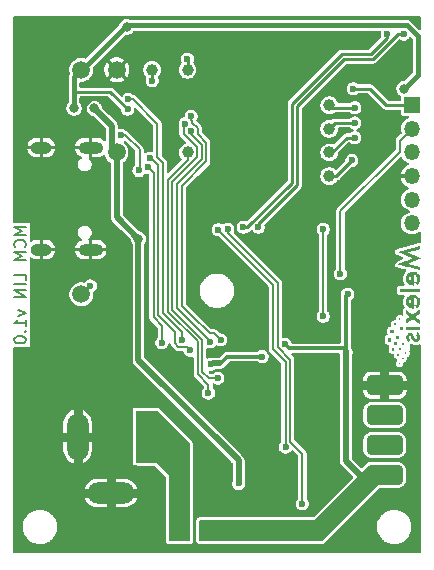
<source format=gbr>
%TF.GenerationSoftware,KiCad,Pcbnew,9.0.3-9.0.3-0~ubuntu24.04.1*%
%TF.CreationDate,2025-08-08T20:57:39+02:00*%
%TF.ProjectId,MCM-LIN,4d434d2d-4c49-44e2-9e6b-696361645f70,rev?*%
%TF.SameCoordinates,Original*%
%TF.FileFunction,Copper,L2,Bot*%
%TF.FilePolarity,Positive*%
%FSLAX46Y46*%
G04 Gerber Fmt 4.6, Leading zero omitted, Abs format (unit mm)*
G04 Created by KiCad (PCBNEW 9.0.3-9.0.3-0~ubuntu24.04.1) date 2025-08-08 20:57:39*
%MOMM*%
%LPD*%
G01*
G04 APERTURE LIST*
G04 Aperture macros list*
%AMRoundRect*
0 Rectangle with rounded corners*
0 $1 Rounding radius*
0 $2 $3 $4 $5 $6 $7 $8 $9 X,Y pos of 4 corners*
0 Add a 4 corners polygon primitive as box body*
4,1,4,$2,$3,$4,$5,$6,$7,$8,$9,$2,$3,0*
0 Add four circle primitives for the rounded corners*
1,1,$1+$1,$2,$3*
1,1,$1+$1,$4,$5*
1,1,$1+$1,$6,$7*
1,1,$1+$1,$8,$9*
0 Add four rect primitives between the rounded corners*
20,1,$1+$1,$2,$3,$4,$5,0*
20,1,$1+$1,$4,$5,$6,$7,0*
20,1,$1+$1,$6,$7,$8,$9,0*
20,1,$1+$1,$8,$9,$2,$3,0*%
G04 Aperture macros list end*
%ADD10C,0.150000*%
%TA.AperFunction,NonConductor*%
%ADD11C,0.150000*%
%TD*%
%TA.AperFunction,EtchedComponent*%
%ADD12C,0.000000*%
%TD*%
%TA.AperFunction,ComponentPad*%
%ADD13O,2.100000X1.000000*%
%TD*%
%TA.AperFunction,ComponentPad*%
%ADD14O,1.800000X1.000000*%
%TD*%
%TA.AperFunction,ComponentPad*%
%ADD15RoundRect,0.425000X1.125000X-0.425000X1.125000X0.425000X-1.125000X0.425000X-1.125000X-0.425000X0*%
%TD*%
%TA.AperFunction,ComponentPad*%
%ADD16R,1.350000X1.350000*%
%TD*%
%TA.AperFunction,ComponentPad*%
%ADD17O,1.350000X1.350000*%
%TD*%
%TA.AperFunction,HeatsinkPad*%
%ADD18C,0.500000*%
%TD*%
%TA.AperFunction,ComponentPad*%
%ADD19R,1.700000X1.700000*%
%TD*%
%TA.AperFunction,ComponentPad*%
%ADD20O,1.700000X1.700000*%
%TD*%
%TA.AperFunction,ComponentPad*%
%ADD21R,1.800000X4.400000*%
%TD*%
%TA.AperFunction,ComponentPad*%
%ADD22O,1.800000X4.000000*%
%TD*%
%TA.AperFunction,ComponentPad*%
%ADD23O,4.000000X1.800000*%
%TD*%
%TA.AperFunction,SMDPad,CuDef*%
%ADD24C,1.000000*%
%TD*%
%TA.AperFunction,SMDPad,CuDef*%
%ADD25C,1.500000*%
%TD*%
%TA.AperFunction,ViaPad*%
%ADD26C,0.600000*%
%TD*%
%TA.AperFunction,ViaPad*%
%ADD27C,0.800000*%
%TD*%
%TA.AperFunction,Conductor*%
%ADD28C,0.800000*%
%TD*%
%TA.AperFunction,Conductor*%
%ADD29C,0.500000*%
%TD*%
%TA.AperFunction,Conductor*%
%ADD30C,0.400000*%
%TD*%
%TA.AperFunction,Conductor*%
%ADD31C,0.200000*%
%TD*%
%TA.AperFunction,Conductor*%
%ADD32C,0.250000*%
%TD*%
%TA.AperFunction,Conductor*%
%ADD33C,1.000000*%
%TD*%
%TA.AperFunction,Conductor*%
%ADD34C,0.190000*%
%TD*%
%TA.AperFunction,Conductor*%
%ADD35C,0.300000*%
%TD*%
G04 APERTURE END LIST*
D10*
D11*
X61304819Y-63095238D02*
X60304819Y-63095238D01*
X60304819Y-63095238D02*
X61019104Y-63428571D01*
X61019104Y-63428571D02*
X60304819Y-63761904D01*
X60304819Y-63761904D02*
X61304819Y-63761904D01*
X61209580Y-64809523D02*
X61257200Y-64761904D01*
X61257200Y-64761904D02*
X61304819Y-64619047D01*
X61304819Y-64619047D02*
X61304819Y-64523809D01*
X61304819Y-64523809D02*
X61257200Y-64380952D01*
X61257200Y-64380952D02*
X61161961Y-64285714D01*
X61161961Y-64285714D02*
X61066723Y-64238095D01*
X61066723Y-64238095D02*
X60876247Y-64190476D01*
X60876247Y-64190476D02*
X60733390Y-64190476D01*
X60733390Y-64190476D02*
X60542914Y-64238095D01*
X60542914Y-64238095D02*
X60447676Y-64285714D01*
X60447676Y-64285714D02*
X60352438Y-64380952D01*
X60352438Y-64380952D02*
X60304819Y-64523809D01*
X60304819Y-64523809D02*
X60304819Y-64619047D01*
X60304819Y-64619047D02*
X60352438Y-64761904D01*
X60352438Y-64761904D02*
X60400057Y-64809523D01*
X61304819Y-65238095D02*
X60304819Y-65238095D01*
X60304819Y-65238095D02*
X61019104Y-65571428D01*
X61019104Y-65571428D02*
X60304819Y-65904761D01*
X60304819Y-65904761D02*
X61304819Y-65904761D01*
X61304819Y-67619047D02*
X61304819Y-67142857D01*
X61304819Y-67142857D02*
X60304819Y-67142857D01*
X61304819Y-67952381D02*
X60304819Y-67952381D01*
X61304819Y-68428571D02*
X60304819Y-68428571D01*
X60304819Y-68428571D02*
X61304819Y-68999999D01*
X61304819Y-68999999D02*
X60304819Y-68999999D01*
X60638152Y-70142857D02*
X61304819Y-70380952D01*
X61304819Y-70380952D02*
X60638152Y-70619047D01*
X61304819Y-71523809D02*
X61304819Y-70952381D01*
X61304819Y-71238095D02*
X60304819Y-71238095D01*
X60304819Y-71238095D02*
X60447676Y-71142857D01*
X60447676Y-71142857D02*
X60542914Y-71047619D01*
X60542914Y-71047619D02*
X60590533Y-70952381D01*
X61209580Y-71952381D02*
X61257200Y-72000000D01*
X61257200Y-72000000D02*
X61304819Y-71952381D01*
X61304819Y-71952381D02*
X61257200Y-71904762D01*
X61257200Y-71904762D02*
X61209580Y-71952381D01*
X61209580Y-71952381D02*
X61304819Y-71952381D01*
X60304819Y-72619047D02*
X60304819Y-72714285D01*
X60304819Y-72714285D02*
X60352438Y-72809523D01*
X60352438Y-72809523D02*
X60400057Y-72857142D01*
X60400057Y-72857142D02*
X60495295Y-72904761D01*
X60495295Y-72904761D02*
X60685771Y-72952380D01*
X60685771Y-72952380D02*
X60923866Y-72952380D01*
X60923866Y-72952380D02*
X61114342Y-72904761D01*
X61114342Y-72904761D02*
X61209580Y-72857142D01*
X61209580Y-72857142D02*
X61257200Y-72809523D01*
X61257200Y-72809523D02*
X61304819Y-72714285D01*
X61304819Y-72714285D02*
X61304819Y-72619047D01*
X61304819Y-72619047D02*
X61257200Y-72523809D01*
X61257200Y-72523809D02*
X61209580Y-72476190D01*
X61209580Y-72476190D02*
X61114342Y-72428571D01*
X61114342Y-72428571D02*
X60923866Y-72380952D01*
X60923866Y-72380952D02*
X60685771Y-72380952D01*
X60685771Y-72380952D02*
X60495295Y-72428571D01*
X60495295Y-72428571D02*
X60400057Y-72476190D01*
X60400057Y-72476190D02*
X60352438Y-72523809D01*
X60352438Y-72523809D02*
X60304819Y-72619047D01*
D12*
%TA.AperFunction,EtchedComponent*%
%TO.C,LOG2*%
G36*
X92217522Y-72809720D02*
G01*
X91936992Y-72809720D01*
X91936992Y-72529189D01*
X92217522Y-72529189D01*
X92217522Y-72809720D01*
G37*
%TD.AperFunction*%
%TA.AperFunction,EtchedComponent*%
G36*
X92482021Y-73579174D02*
G01*
X92273628Y-73579174D01*
X92273628Y-73378795D01*
X92482021Y-73378795D01*
X92482021Y-73579174D01*
G37*
%TD.AperFunction*%
%TA.AperFunction,EtchedComponent*%
G36*
X92682400Y-71447145D02*
G01*
X92506067Y-71447145D01*
X92506067Y-71270811D01*
X92682400Y-71270811D01*
X92682400Y-71447145D01*
G37*
%TD.AperFunction*%
%TA.AperFunction,EtchedComponent*%
G36*
X92706446Y-73082235D02*
G01*
X92474006Y-73082235D01*
X92474006Y-72849795D01*
X92706446Y-72849795D01*
X92706446Y-73082235D01*
G37*
%TD.AperFunction*%
%TA.AperFunction,EtchedComponent*%
G36*
X92890794Y-73995961D02*
G01*
X92730491Y-73995961D01*
X92730491Y-73835658D01*
X92890794Y-73835658D01*
X92890794Y-73995961D01*
G37*
%TD.AperFunction*%
%TA.AperFunction,EtchedComponent*%
G36*
X92914839Y-72601326D02*
G01*
X92634309Y-72601326D01*
X92634309Y-72320796D01*
X92914839Y-72320796D01*
X92914839Y-72601326D01*
G37*
%TD.AperFunction*%
%TA.AperFunction,EtchedComponent*%
G36*
X92970945Y-74717324D02*
G01*
X92882779Y-74717324D01*
X92882779Y-74621143D01*
X92970945Y-74621143D01*
X92970945Y-74717324D01*
G37*
%TD.AperFunction*%
%TA.AperFunction,EtchedComponent*%
G36*
X93107203Y-73555128D02*
G01*
X92930870Y-73555128D01*
X92930870Y-73378795D01*
X93107203Y-73378795D01*
X93107203Y-73555128D01*
G37*
%TD.AperFunction*%
%TA.AperFunction,EtchedComponent*%
G36*
X93235445Y-71815841D02*
G01*
X92962930Y-71815841D01*
X92962930Y-71543326D01*
X93235445Y-71543326D01*
X93235445Y-71815841D01*
G37*
%TD.AperFunction*%
%TA.AperFunction,EtchedComponent*%
G36*
X93291551Y-73066204D02*
G01*
X93147279Y-73066204D01*
X93147279Y-72929947D01*
X93291551Y-72929947D01*
X93291551Y-73066204D01*
G37*
%TD.AperFunction*%
%TA.AperFunction,EtchedComponent*%
G36*
X93612157Y-73394825D02*
G01*
X93548036Y-73394825D01*
X93548036Y-73322689D01*
X93612157Y-73322689D01*
X93612157Y-73394825D01*
G37*
%TD.AperFunction*%
%TA.AperFunction,EtchedComponent*%
G36*
X94678172Y-68593752D02*
G01*
X92962930Y-68593752D01*
X92962930Y-68321237D01*
X94678172Y-68321237D01*
X94678172Y-68593752D01*
G37*
%TD.AperFunction*%
%TA.AperFunction,EtchedComponent*%
G36*
X94678172Y-71815841D02*
G01*
X93532006Y-71815841D01*
X93532006Y-71543326D01*
X94678172Y-71543326D01*
X94678172Y-71815841D01*
G37*
%TD.AperFunction*%
%TA.AperFunction,EtchedComponent*%
G36*
X93540021Y-73868299D02*
G01*
X93383725Y-73863711D01*
X93381431Y-73785564D01*
X93379137Y-73707416D01*
X93540021Y-73707416D01*
X93540021Y-73868299D01*
G37*
%TD.AperFunction*%
%TA.AperFunction,EtchedComponent*%
G36*
X92456162Y-71930057D02*
G01*
X92453968Y-72068318D01*
X92315707Y-72070512D01*
X92177446Y-72072705D01*
X92177446Y-71791796D01*
X92458355Y-71791796D01*
X92456162Y-71930057D01*
G37*
%TD.AperFunction*%
%TA.AperFunction,EtchedComponent*%
G36*
X93267368Y-74189846D02*
G01*
X93280688Y-74191668D01*
X93286649Y-74199014D01*
X93290383Y-74218625D01*
X93291551Y-74252194D01*
X93291551Y-74308552D01*
X93162607Y-74308552D01*
X93167317Y-74192332D01*
X93218571Y-74189916D01*
X93243564Y-74189274D01*
X93267368Y-74189846D01*
G37*
%TD.AperFunction*%
%TA.AperFunction,EtchedComponent*%
G36*
X92986991Y-70823548D02*
G01*
X93000511Y-70825442D01*
X93002742Y-70826690D01*
X93007772Y-70835962D01*
X93009848Y-70855443D01*
X93009371Y-70887972D01*
X93007014Y-70946198D01*
X92886786Y-70946198D01*
X92886786Y-70825971D01*
X92938041Y-70823554D01*
X92963032Y-70822928D01*
X92986991Y-70823548D01*
G37*
%TD.AperFunction*%
%TA.AperFunction,EtchedComponent*%
G36*
X94477067Y-72032276D02*
G01*
X94499312Y-72048943D01*
X94527754Y-72073201D01*
X94560477Y-72103568D01*
X94605885Y-72152278D01*
X94650382Y-72216694D01*
X94681977Y-72287184D01*
X94702415Y-72366990D01*
X94705119Y-72390341D01*
X94706486Y-72425659D01*
X94705576Y-72461061D01*
X94695549Y-72532978D01*
X94672209Y-72604228D01*
X94634990Y-72669194D01*
X94582868Y-72730128D01*
X94557132Y-72753880D01*
X94495806Y-72796867D01*
X94430892Y-72824497D01*
X94362902Y-72836591D01*
X94292344Y-72832967D01*
X94256521Y-72825531D01*
X94204982Y-72807447D01*
X94158187Y-72780492D01*
X94115047Y-72743490D01*
X94074471Y-72695264D01*
X94035367Y-72634637D01*
X93996646Y-72560435D01*
X93957217Y-72471479D01*
X93946501Y-72447013D01*
X93919693Y-72396135D01*
X93892127Y-72357274D01*
X93865098Y-72332385D01*
X93854750Y-72326501D01*
X93838585Y-72323542D01*
X93816709Y-72328756D01*
X93811893Y-72330477D01*
X93789507Y-72344085D01*
X93774861Y-72365919D01*
X93766868Y-72398368D01*
X93764445Y-72443818D01*
X93764887Y-72468698D01*
X93767972Y-72497125D01*
X93775473Y-72521912D01*
X93789094Y-72550417D01*
X93801647Y-72573135D01*
X93819178Y-72602138D01*
X93834070Y-72624002D01*
X93854395Y-72650685D01*
X93834989Y-72672093D01*
X93824092Y-72684181D01*
X93804146Y-72706405D01*
X93779146Y-72734324D01*
X93752096Y-72764585D01*
X93688610Y-72835669D01*
X93657672Y-72800807D01*
X93644518Y-72785181D01*
X93609421Y-72736570D01*
X93576032Y-72681438D01*
X93547694Y-72625598D01*
X93527748Y-72574863D01*
X93511539Y-72502743D01*
X93508104Y-72425089D01*
X93518679Y-72349505D01*
X93542738Y-72278156D01*
X93579756Y-72213209D01*
X93629206Y-72156828D01*
X93670500Y-72124759D01*
X93730874Y-72094125D01*
X93796043Y-72076596D01*
X93862901Y-72072930D01*
X93928341Y-72083883D01*
X93937555Y-72086681D01*
X93980747Y-72103776D01*
X94019260Y-72126960D01*
X94054450Y-72157827D01*
X94087675Y-72197970D01*
X94120293Y-72248984D01*
X94153662Y-72312462D01*
X94189139Y-72389997D01*
X94195067Y-72403516D01*
X94213729Y-72444672D01*
X94231512Y-72482004D01*
X94246642Y-72511860D01*
X94257349Y-72530585D01*
X94268937Y-72545838D01*
X94294000Y-72569889D01*
X94320573Y-72586842D01*
X94343937Y-72593281D01*
X94346014Y-72593241D01*
X94374674Y-72584772D01*
X94402908Y-72563249D01*
X94427387Y-72531149D01*
X94434424Y-72518568D01*
X94444009Y-72495676D01*
X94448488Y-72470819D01*
X94449502Y-72437015D01*
X94446496Y-72396168D01*
X94435740Y-72356621D01*
X94415366Y-72317423D01*
X94383507Y-72273965D01*
X94355274Y-72239157D01*
X94406113Y-72133700D01*
X94414036Y-72117280D01*
X94431225Y-72081785D01*
X94445322Y-72052845D01*
X94455045Y-72033091D01*
X94459107Y-72025153D01*
X94462935Y-72024682D01*
X94477067Y-72032276D01*
G37*
%TD.AperFunction*%
%TA.AperFunction,EtchedComponent*%
G36*
X94165088Y-66881273D02*
G01*
X94256890Y-66895550D01*
X94344215Y-66923057D01*
X94394195Y-66946417D01*
X94471754Y-66996147D01*
X94540644Y-67057719D01*
X94599509Y-67129374D01*
X94646992Y-67209354D01*
X94681734Y-67295898D01*
X94702379Y-67387248D01*
X94703119Y-67393122D01*
X94705540Y-67427108D01*
X94706330Y-67467821D01*
X94705306Y-67507700D01*
X94704395Y-67522442D01*
X94690926Y-67623975D01*
X94664990Y-67716211D01*
X94625948Y-67800572D01*
X94573161Y-67878482D01*
X94505990Y-67951362D01*
X94487293Y-67968773D01*
X94464026Y-67989361D01*
X94446646Y-68003434D01*
X94437940Y-68008647D01*
X94436721Y-68007972D01*
X94427414Y-67998368D01*
X94411322Y-67979484D01*
X94390547Y-67954012D01*
X94367196Y-67924644D01*
X94343371Y-67894072D01*
X94321178Y-67864987D01*
X94302721Y-67840081D01*
X94290103Y-67822044D01*
X94285429Y-67813570D01*
X94286766Y-67811444D01*
X94296668Y-67800009D01*
X94314113Y-67781294D01*
X94336587Y-67758029D01*
X94351420Y-67742254D01*
X94397410Y-67681087D01*
X94428895Y-67615242D01*
X94446986Y-67542550D01*
X94449294Y-67524686D01*
X94449855Y-67451232D01*
X94436618Y-67381066D01*
X94410721Y-67316044D01*
X94373299Y-67258025D01*
X94325493Y-67208866D01*
X94268439Y-67170427D01*
X94203274Y-67144564D01*
X94173217Y-67136288D01*
X94173217Y-68067023D01*
X94087055Y-68062450D01*
X93994038Y-68052228D01*
X93906014Y-68030122D01*
X93825739Y-67995454D01*
X93751096Y-67947299D01*
X93679965Y-67884733D01*
X93620027Y-67816954D01*
X93570213Y-67740667D01*
X93535280Y-67659872D01*
X93514703Y-67573339D01*
X93507960Y-67479837D01*
X93508092Y-67467624D01*
X93768490Y-67467624D01*
X93768495Y-67476545D01*
X93768985Y-67514081D01*
X93770866Y-67541248D01*
X93774971Y-67562783D01*
X93782135Y-67583418D01*
X93793192Y-67607889D01*
X93806860Y-67633014D01*
X93839026Y-67677685D01*
X93877004Y-67717313D01*
X93916105Y-67746604D01*
X93940778Y-67761083D01*
X93940778Y-67466353D01*
X93940642Y-67399723D01*
X93940266Y-67338474D01*
X93939680Y-67284382D01*
X93938915Y-67239221D01*
X93938000Y-67204765D01*
X93936965Y-67182791D01*
X93935841Y-67175071D01*
X93930249Y-67176919D01*
X93913887Y-67187169D01*
X93892164Y-67203666D01*
X93868902Y-67223277D01*
X93847925Y-67242870D01*
X93833055Y-67259311D01*
X93822673Y-67274409D01*
X93805552Y-67303310D01*
X93790035Y-67333487D01*
X93780923Y-67354336D01*
X93774388Y-67374767D01*
X93770631Y-67397384D01*
X93768912Y-67426800D01*
X93768490Y-67467624D01*
X93508092Y-67467624D01*
X93508187Y-67458865D01*
X93515004Y-67372079D01*
X93532069Y-67294125D01*
X93560404Y-67221374D01*
X93601035Y-67150201D01*
X93617329Y-67127344D01*
X93658242Y-67079279D01*
X93706355Y-67031714D01*
X93756838Y-66989242D01*
X93804860Y-66956454D01*
X93811101Y-66952866D01*
X93891815Y-66916022D01*
X93935841Y-66903826D01*
X93979651Y-66891689D01*
X94071708Y-66880046D01*
X94165088Y-66881273D01*
G37*
%TD.AperFunction*%
%TA.AperFunction,EtchedComponent*%
G36*
X94674461Y-70068953D02*
G01*
X94675640Y-70079900D01*
X94676659Y-70103947D01*
X94677459Y-70138710D01*
X94677982Y-70181805D01*
X94678168Y-70230846D01*
X94678165Y-70393153D01*
X94477707Y-70549202D01*
X94451021Y-70570038D01*
X94404338Y-70606807D01*
X94362894Y-70639860D01*
X94328180Y-70667981D01*
X94301688Y-70689958D01*
X94284909Y-70704577D01*
X94279336Y-70710624D01*
X94279851Y-70711263D01*
X94289377Y-70719541D01*
X94309630Y-70735981D01*
X94339003Y-70759313D01*
X94375889Y-70788268D01*
X94418680Y-70821574D01*
X94465770Y-70857962D01*
X94475612Y-70865545D01*
X94522839Y-70902039D01*
X94566087Y-70935628D01*
X94603607Y-70964941D01*
X94633651Y-70988609D01*
X94654470Y-71005263D01*
X94664316Y-71013532D01*
X94669010Y-71019267D01*
X94672584Y-71027903D01*
X94675016Y-71041489D01*
X94676456Y-71062240D01*
X94677055Y-71092372D01*
X94676966Y-71134099D01*
X94676339Y-71189636D01*
X94674164Y-71352135D01*
X94365581Y-71115161D01*
X94360058Y-71110920D01*
X94298937Y-71064055D01*
X94241831Y-71020388D01*
X94189981Y-70980858D01*
X94144627Y-70946408D01*
X94107010Y-70917976D01*
X94078371Y-70896505D01*
X94059951Y-70882933D01*
X94052990Y-70878203D01*
X94051925Y-70878788D01*
X94040840Y-70886691D01*
X94018926Y-70903013D01*
X93987550Y-70926714D01*
X93948079Y-70956754D01*
X93901880Y-70992094D01*
X93850321Y-71031694D01*
X93794770Y-71074515D01*
X93775174Y-71089637D01*
X93720826Y-71131465D01*
X93670928Y-71169710D01*
X93626848Y-71203334D01*
X93589957Y-71231295D01*
X93561625Y-71252556D01*
X93543222Y-71266074D01*
X93536119Y-71270811D01*
X93535732Y-71270154D01*
X93534599Y-71258348D01*
X93533811Y-71233551D01*
X93533402Y-71198122D01*
X93533403Y-71154416D01*
X93533847Y-71104792D01*
X93536013Y-70938772D01*
X93680286Y-70828017D01*
X93702249Y-70811105D01*
X93741619Y-70780508D01*
X93775524Y-70753794D01*
X93802143Y-70732418D01*
X93819650Y-70717836D01*
X93826223Y-70711503D01*
X93824219Y-70708709D01*
X93811729Y-70697134D01*
X93789317Y-70678119D01*
X93758723Y-70653100D01*
X93721686Y-70623512D01*
X93679946Y-70590791D01*
X93532006Y-70475839D01*
X93532006Y-70138773D01*
X93562063Y-70161470D01*
X93571133Y-70168410D01*
X93592949Y-70185260D01*
X93624404Y-70209646D01*
X93663794Y-70240245D01*
X93709416Y-70275734D01*
X93759564Y-70314787D01*
X93812536Y-70356081D01*
X93855734Y-70389771D01*
X93904565Y-70427847D01*
X93948343Y-70461976D01*
X93985551Y-70490975D01*
X94014670Y-70513662D01*
X94034185Y-70528854D01*
X94042578Y-70535368D01*
X94044708Y-70535475D01*
X94056889Y-70529676D01*
X94079517Y-70515272D01*
X94112930Y-70492018D01*
X94157466Y-70459672D01*
X94213463Y-70417990D01*
X94281259Y-70366727D01*
X94361192Y-70305641D01*
X94366979Y-70301201D01*
X94428135Y-70254345D01*
X94485270Y-70210688D01*
X94537144Y-70171169D01*
X94582516Y-70136728D01*
X94620145Y-70108305D01*
X94648792Y-70086839D01*
X94667216Y-70073271D01*
X94674176Y-70068539D01*
X94674461Y-70068953D01*
G37*
%TD.AperFunction*%
%TA.AperFunction,EtchedComponent*%
G36*
X94117078Y-68838720D02*
G01*
X94161612Y-68839123D01*
X94195206Y-68840378D01*
X94222015Y-68843037D01*
X94246191Y-68847648D01*
X94271886Y-68854761D01*
X94303255Y-68864926D01*
X94387438Y-68900455D01*
X94467517Y-68950251D01*
X94538159Y-69011513D01*
X94598161Y-69082802D01*
X94646321Y-69162678D01*
X94681435Y-69249703D01*
X94702300Y-69342436D01*
X94704476Y-69362136D01*
X94706380Y-69418587D01*
X94703701Y-69481499D01*
X94696823Y-69544671D01*
X94686135Y-69601900D01*
X94667049Y-69668165D01*
X94636685Y-69740034D01*
X94596414Y-69806315D01*
X94544327Y-69870062D01*
X94478520Y-69934327D01*
X94435893Y-69972439D01*
X94360661Y-69872407D01*
X94345336Y-69851963D01*
X94321592Y-69819985D01*
X94302597Y-69794018D01*
X94289995Y-69776317D01*
X94285429Y-69769137D01*
X94286768Y-69767037D01*
X94296672Y-69755652D01*
X94314116Y-69736973D01*
X94336587Y-69713725D01*
X94351796Y-69697415D01*
X94398390Y-69633800D01*
X94430686Y-69565107D01*
X94448403Y-69492997D01*
X94451260Y-69419130D01*
X94438976Y-69345165D01*
X94411270Y-69272761D01*
X94395212Y-69244600D01*
X94355537Y-69194220D01*
X94307468Y-69151870D01*
X94254284Y-69120195D01*
X94199267Y-69101839D01*
X94173217Y-69096703D01*
X94173217Y-70022719D01*
X94087055Y-70018162D01*
X94053628Y-70015967D01*
X93994101Y-70008807D01*
X93940970Y-69996682D01*
X93887903Y-69977946D01*
X93828566Y-69950952D01*
X93802320Y-69937634D01*
X93771206Y-69919626D01*
X93743531Y-69899772D01*
X93714661Y-69874638D01*
X93679965Y-69840791D01*
X93679883Y-69840709D01*
X93616175Y-69767820D01*
X93567792Y-69692055D01*
X93534084Y-69611869D01*
X93514403Y-69525717D01*
X93508099Y-69432057D01*
X93508463Y-69423320D01*
X93768453Y-69423320D01*
X93769554Y-69470767D01*
X93774204Y-69513321D01*
X93783715Y-69548811D01*
X93799384Y-69581890D01*
X93822508Y-69617210D01*
X93836088Y-69633570D01*
X93857175Y-69655111D01*
X93881134Y-69677145D01*
X93904491Y-69696638D01*
X93923774Y-69710559D01*
X93935507Y-69715873D01*
X93935535Y-69715869D01*
X93936734Y-69707815D01*
X93937836Y-69685546D01*
X93938810Y-69650838D01*
X93939623Y-69605465D01*
X93940244Y-69551203D01*
X93940639Y-69489827D01*
X93940778Y-69423114D01*
X93940778Y-69130356D01*
X93915870Y-69143236D01*
X93886540Y-69162978D01*
X93851485Y-69196680D01*
X93819308Y-69237639D01*
X93793896Y-69281446D01*
X93790840Y-69287937D01*
X93780497Y-69311618D01*
X93773943Y-69332220D01*
X93770322Y-69354521D01*
X93768777Y-69383295D01*
X93768453Y-69423320D01*
X93508463Y-69423320D01*
X93511078Y-69360552D01*
X93521363Y-69293206D01*
X93540296Y-69229265D01*
X93569218Y-69162828D01*
X93582535Y-69136728D01*
X93600641Y-69105584D01*
X93620560Y-69077932D01*
X93645747Y-69049132D01*
X93679656Y-69014548D01*
X93712835Y-68982836D01*
X93759735Y-68943306D01*
X93805843Y-68912266D01*
X93855898Y-68886667D01*
X93914639Y-68863463D01*
X93923427Y-68860350D01*
X93940778Y-68854538D01*
X93949831Y-68851505D01*
X93972519Y-68845438D01*
X93995439Y-68841638D01*
X94022542Y-68839588D01*
X94057775Y-68838777D01*
X94105089Y-68838691D01*
X94117078Y-68838720D01*
G37*
%TD.AperFunction*%
%TA.AperFunction,EtchedComponent*%
G36*
X94676368Y-64857375D02*
G01*
X94676548Y-64869481D01*
X94676698Y-64920939D01*
X94675688Y-64959718D01*
X94673568Y-64984710D01*
X94670385Y-64994810D01*
X94669019Y-64995339D01*
X94655087Y-64999464D01*
X94627401Y-65007139D01*
X94587279Y-65018014D01*
X94536039Y-65031737D01*
X94475000Y-65047959D01*
X94405481Y-65066328D01*
X94328798Y-65086494D01*
X94246272Y-65108105D01*
X94159220Y-65130812D01*
X94128910Y-65138709D01*
X94043384Y-65161061D01*
X93962907Y-65182194D01*
X93888789Y-65201758D01*
X93822338Y-65219403D01*
X93764862Y-65234780D01*
X93717671Y-65247539D01*
X93682072Y-65257331D01*
X93659376Y-65263806D01*
X93650889Y-65266614D01*
X93650932Y-65266811D01*
X93659471Y-65271512D01*
X93681516Y-65281816D01*
X93715945Y-65297237D01*
X93761639Y-65317292D01*
X93817476Y-65341498D01*
X93882338Y-65369371D01*
X93955102Y-65400426D01*
X94034650Y-65434181D01*
X94119860Y-65470151D01*
X94209613Y-65507853D01*
X94223853Y-65513822D01*
X94312960Y-65551281D01*
X94397343Y-65586928D01*
X94475883Y-65620282D01*
X94547460Y-65650857D01*
X94610954Y-65678171D01*
X94665247Y-65701742D01*
X94709218Y-65721085D01*
X94741749Y-65735717D01*
X94761719Y-65745155D01*
X94768009Y-65748915D01*
X94767987Y-65748932D01*
X94759565Y-65752846D01*
X94737549Y-65762462D01*
X94703099Y-65777286D01*
X94657379Y-65796825D01*
X94601548Y-65820586D01*
X94536770Y-65848074D01*
X94464205Y-65878796D01*
X94385016Y-65912258D01*
X94300364Y-65947968D01*
X94211411Y-65985430D01*
X94208693Y-65986573D01*
X94120012Y-66023956D01*
X94035794Y-66059574D01*
X93957187Y-66092937D01*
X93885338Y-66123552D01*
X93821393Y-66150927D01*
X93766498Y-66174569D01*
X93721802Y-66193986D01*
X93688451Y-66208686D01*
X93667591Y-66218177D01*
X93660369Y-66221966D01*
X93661320Y-66222505D01*
X93674020Y-66226606D01*
X93700497Y-66234234D01*
X93739460Y-66245044D01*
X93789621Y-66258687D01*
X93849687Y-66274817D01*
X93918368Y-66293087D01*
X93994374Y-66313148D01*
X94076414Y-66334655D01*
X94163199Y-66357259D01*
X94193249Y-66365069D01*
X94278832Y-66387389D01*
X94359390Y-66408513D01*
X94433609Y-66428091D01*
X94500180Y-66445771D01*
X94557788Y-66461202D01*
X94605122Y-66474033D01*
X94640871Y-66483914D01*
X94663721Y-66490494D01*
X94672360Y-66493421D01*
X94673771Y-66498528D01*
X94675366Y-66517557D01*
X94676385Y-66547874D01*
X94676746Y-66586685D01*
X94676368Y-66631200D01*
X94674164Y-66763406D01*
X93780475Y-66528873D01*
X93730228Y-66515685D01*
X93614740Y-66485362D01*
X93503620Y-66456170D01*
X93397880Y-66428375D01*
X93298534Y-66402246D01*
X93206593Y-66378047D01*
X93123071Y-66356047D01*
X93048980Y-66336511D01*
X92985332Y-66319708D01*
X92933140Y-66305902D01*
X92893417Y-66295362D01*
X92867175Y-66288354D01*
X92855426Y-66285145D01*
X92824066Y-66275951D01*
X93436524Y-66020389D01*
X93487284Y-65999207D01*
X93579647Y-65960652D01*
X93667442Y-65923989D01*
X93749534Y-65889695D01*
X93824785Y-65858244D01*
X93892060Y-65830112D01*
X93950222Y-65805774D01*
X93998134Y-65785705D01*
X94034660Y-65770380D01*
X94058664Y-65760275D01*
X94069009Y-65755866D01*
X94089035Y-65746903D01*
X94069009Y-65736618D01*
X94065705Y-65735088D01*
X94048513Y-65727592D01*
X94018236Y-65714621D01*
X93976014Y-65696659D01*
X93922989Y-65674186D01*
X93860300Y-65647685D01*
X93789089Y-65617638D01*
X93710496Y-65584527D01*
X93625662Y-65548834D01*
X93535729Y-65511040D01*
X93441835Y-65471629D01*
X93392116Y-65450755D01*
X93300959Y-65412398D01*
X93214760Y-65376017D01*
X93134610Y-65342078D01*
X93061604Y-65311049D01*
X92996833Y-65283398D01*
X92941391Y-65259590D01*
X92896369Y-65240093D01*
X92862861Y-65225374D01*
X92841960Y-65215900D01*
X92834757Y-65212138D01*
X92838022Y-65210880D01*
X92855237Y-65205768D01*
X92886386Y-65197028D01*
X92930516Y-65184915D01*
X92986673Y-65169683D01*
X93053904Y-65151588D01*
X93131256Y-65130886D01*
X93217774Y-65107830D01*
X93312506Y-65082675D01*
X93414497Y-65055678D01*
X93522795Y-65027092D01*
X93636445Y-64997173D01*
X93754495Y-64966176D01*
X94674164Y-64725000D01*
X94676368Y-64857375D01*
G37*
%TD.AperFunction*%
%TD*%
D13*
%TO.P,J1,S1,SHIELD*%
%TO.N,GND*%
X66805000Y-56380000D03*
D14*
X62625000Y-56380000D03*
D13*
X66805000Y-65020000D03*
D14*
X62625000Y-65020000D03*
%TD*%
D15*
%TO.P,J4,1,Pin_1*%
%TO.N,GND*%
X91700000Y-76500000D03*
%TO.P,J4,2,Pin_2*%
%TO.N,LIN_PPM*%
X91700000Y-79040000D03*
%TO.P,J4,3,Pin_3*%
%TO.N,unconnected-(J4-Pin_3-Pad3)*%
X91700000Y-81580000D03*
%TO.P,J4,4,Pin_4*%
%TO.N,VOUT*%
X91700000Y-84120000D03*
%TD*%
D16*
%TO.P,J3,1,Pin_1*%
%TO.N,EN*%
X94000000Y-52800000D03*
D17*
%TO.P,J3,2,Pin_2*%
%TO.N,+3.3V*%
X94000000Y-54800000D03*
%TO.P,J3,3,Pin_3*%
%TO.N,Net-(J3-Pin_3)*%
X94000000Y-56800000D03*
%TO.P,J3,4,Pin_4*%
%TO.N,GND*%
X94000000Y-58800000D03*
%TO.P,J3,5,Pin_5*%
%TO.N,Net-(J3-Pin_5)*%
X94000000Y-60800000D03*
%TO.P,J3,6,Pin_6*%
%TO.N,IO0*%
X94000000Y-62800000D03*
%TD*%
D18*
%TO.P,U5,41,EPAD*%
%TO.N,GND*%
X79040000Y-51258000D03*
X79040000Y-52758000D03*
X79790000Y-50508000D03*
X79790000Y-52008000D03*
X79790000Y-53508000D03*
X80540000Y-51258000D03*
X80540000Y-52758000D03*
X81290000Y-50508000D03*
X81290000Y-52008000D03*
X81290000Y-53508000D03*
X82040000Y-51258000D03*
X82040000Y-52758000D03*
%TD*%
D19*
%TO.P,J2,1,Pin_1*%
%TO.N,VS*%
X74325000Y-88826573D03*
D20*
%TO.P,J2,2,Pin_2*%
%TO.N,VOUT*%
X76865000Y-88826573D03*
%TD*%
D21*
%TO.P,J10,1*%
%TO.N,VS*%
X71500000Y-80850000D03*
D22*
%TO.P,J10,2*%
%TO.N,GND*%
X65700000Y-80850000D03*
D23*
%TO.P,J10,3*%
X68500000Y-85650000D03*
%TD*%
D24*
%TO.P,TP11,1,1*%
%TO.N,SLAVE_CUR*%
X72000000Y-49800000D03*
%TD*%
%TO.P,TP9,1,1*%
%TO.N,EN*%
X75000000Y-49800000D03*
%TD*%
%TO.P,TP6,1,1*%
%TO.N,/MCM/TCK*%
X87000000Y-58800000D03*
%TD*%
D25*
%TO.P,TP8,1,1*%
%TO.N,Net-(D3-A)*%
X66000000Y-68800000D03*
%TD*%
%TO.P,TP2,1,1*%
%TO.N,GND*%
X69000000Y-49800000D03*
%TD*%
%TO.P,TP10,1,1*%
%TO.N,VS*%
X74000000Y-83000000D03*
%TD*%
%TO.P,TP7,1,1*%
%TO.N,+5V*%
X69000000Y-56800000D03*
%TD*%
D24*
%TO.P,TP4,1,1*%
%TO.N,/MCM/TMS*%
X87000000Y-52800000D03*
%TD*%
D25*
%TO.P,TP1,1,1*%
%TO.N,+3.3V*%
X66000000Y-49800000D03*
%TD*%
D24*
%TO.P,TP3,1,1*%
%TO.N,/MCM/TDI*%
X87000000Y-54800000D03*
%TD*%
%TO.P,TP12,1,1*%
%TO.N,SLAVE_PWR*%
X75000000Y-56800000D03*
%TD*%
%TO.P,TP5,1,1*%
%TO.N,/MCM/TDO*%
X87000000Y-56800000D03*
%TD*%
D26*
%TO.N,GND*%
X77500000Y-82500000D03*
X75200000Y-66000000D03*
X89500000Y-75000000D03*
X69500000Y-68500000D03*
X81500000Y-68500000D03*
X79000000Y-77000000D03*
X68000000Y-90000000D03*
X84500000Y-50000000D03*
X70650000Y-61325000D03*
X89000000Y-59000000D03*
X76500000Y-82500000D03*
X67500000Y-76500000D03*
X66665600Y-47486800D03*
X89500000Y-80500000D03*
X81000000Y-77000000D03*
X89500000Y-67000000D03*
X84000000Y-62500000D03*
X76000000Y-62500000D03*
X61000000Y-86000000D03*
D27*
X82312000Y-46928000D03*
D26*
X71225000Y-55475000D03*
X75000000Y-51000000D03*
X91000000Y-70500000D03*
X81500000Y-71000000D03*
X69500000Y-76500000D03*
X61000000Y-77000000D03*
X93400000Y-49800000D03*
X92250000Y-59500000D03*
X61000000Y-81000000D03*
X90500000Y-64525000D03*
X69100000Y-48225000D03*
X92319600Y-61939400D03*
X88000000Y-90000000D03*
X72000000Y-90000000D03*
X64625000Y-56375000D03*
X89000000Y-50000000D03*
X79000000Y-80000000D03*
X92116400Y-56275200D03*
D27*
X88154000Y-46928000D03*
D26*
X82000000Y-85000000D03*
X69700000Y-51225000D03*
X94000000Y-75000000D03*
X81000000Y-80000000D03*
X83500000Y-85000000D03*
X67525000Y-50350000D03*
D27*
X75200000Y-46928000D03*
D26*
X85500000Y-56000000D03*
X94000000Y-86000000D03*
X79500000Y-62000000D03*
X68850000Y-53350000D03*
X85500000Y-79500000D03*
%TO.N,+5V*%
X79325000Y-84825000D03*
D27*
X67122800Y-53074800D03*
X70850000Y-64125000D03*
%TO.N,+3.3V*%
X65395600Y-53025800D03*
X69866000Y-46166000D03*
D26*
X87950000Y-67050000D03*
D27*
X93335600Y-51398400D03*
D26*
X69925000Y-53150000D03*
%TO.N,Net-(D3-A)*%
X66783700Y-68083700D03*
%TO.N,SLAVE_CUR*%
X72000000Y-50723895D03*
%TO.N,EN*%
X89040498Y-51398400D03*
X74996800Y-48909200D03*
%TO.N,Net-(D4-K)*%
X74500000Y-72650000D03*
X70000000Y-52300000D03*
%TO.N,LED1*%
X81005000Y-63147000D03*
X93305414Y-46769510D03*
%TO.N,VUSB*%
X69400000Y-55350000D03*
X70893115Y-58323482D03*
D27*
%TO.N,VS*%
X74750000Y-84200000D03*
X73986000Y-84349275D03*
D26*
%TO.N,LED2*%
X79735000Y-63147000D03*
X91899501Y-46784553D03*
%TO.N,SLAVE_PWR*%
X76775000Y-77175000D03*
X75000000Y-56800000D03*
%TO.N,MEAS_VOUT*%
X71804289Y-57283311D03*
X75225000Y-73550000D03*
%TO.N,MEAS_VS*%
X71651419Y-58068572D03*
X72824000Y-72917637D03*
%TO.N,/MCM/TDI*%
X89164000Y-54300000D03*
%TO.N,/MCM/TMS*%
X89170000Y-53000000D03*
%TO.N,/MCM/TDO*%
X89170000Y-55548000D03*
%TO.N,/MCM/TCK*%
X88914811Y-57479500D03*
%TO.N,PPM_RX*%
X86500000Y-63300000D03*
X86500000Y-70675000D03*
%TO.N,VBUS_VOUT*%
X84725000Y-86550000D03*
X78400000Y-63300000D03*
%TO.N,VBUS_5V*%
X77600545Y-63329609D03*
X83300000Y-81750000D03*
%TO.N,LIN_TX*%
X77575000Y-75900000D03*
X74788290Y-54354427D03*
%TO.N,LIN_RX*%
X77800000Y-72675000D03*
X75298004Y-53738476D03*
%TO.N,LIN_SLEEP*%
X76930260Y-72828428D03*
X75266297Y-54995297D03*
%TO.N,VOUT*%
X77012870Y-74725000D03*
X88425000Y-73700000D03*
X83250000Y-73050000D03*
X88550000Y-68800000D03*
X81325000Y-74075000D03*
%TD*%
D28*
%TO.N,GND*%
X68500000Y-83850000D02*
X68500000Y-87600000D01*
X67625000Y-80850000D02*
X63700000Y-80850000D01*
X65700000Y-78250000D02*
X65700000Y-83325000D01*
X93600000Y-76500000D02*
X89675000Y-76500000D01*
X91675000Y-75100000D02*
X91675000Y-77525000D01*
X71100000Y-85650000D02*
X65675000Y-85650000D01*
D29*
%TO.N,+5V*%
X67122800Y-53074800D02*
X68600000Y-54552000D01*
X69000000Y-62275000D02*
X70850000Y-64125000D01*
X70850000Y-74400000D02*
X79325000Y-82875000D01*
X70850000Y-64125000D02*
X70850000Y-74400000D01*
X68600000Y-56400000D02*
X69000000Y-56800000D01*
X69000000Y-56800000D02*
X69000000Y-62275000D01*
X79325000Y-82875000D02*
X79325000Y-84825000D01*
X68600000Y-54552000D02*
X68600000Y-56400000D01*
D30*
%TO.N,+3.3V*%
X70007200Y-46024800D02*
X69866000Y-46166000D01*
X65395600Y-50404400D02*
X66000000Y-49800000D01*
X94504000Y-46978800D02*
X93550000Y-46024800D01*
D31*
X87950000Y-67050000D02*
X87950000Y-61750000D01*
D30*
X65395600Y-51675000D02*
X65395600Y-50404400D01*
X65395600Y-53025800D02*
X65395600Y-51675000D01*
X66000000Y-49800000D02*
X66100000Y-49800000D01*
D31*
X87950000Y-61750000D02*
X92975000Y-56725000D01*
X92975000Y-55825000D02*
X94000000Y-54800000D01*
D30*
X94504000Y-50230000D02*
X94504000Y-46978800D01*
X93550000Y-46024800D02*
X70007200Y-46024800D01*
D32*
X69925000Y-53150000D02*
X68450000Y-51675000D01*
D30*
X69734000Y-46166000D02*
X69866000Y-46166000D01*
X93335600Y-51398400D02*
X94504000Y-50230000D01*
X66100000Y-49800000D02*
X69734000Y-46166000D01*
D31*
X92975000Y-56725000D02*
X92975000Y-55825000D01*
D32*
X68450000Y-51675000D02*
X65395600Y-51675000D01*
%TO.N,Net-(D3-A)*%
X66000000Y-68800000D02*
X66716300Y-68083700D01*
X66716300Y-68083700D02*
X66783700Y-68083700D01*
%TO.N,SLAVE_CUR*%
X72000000Y-50723895D02*
X72000000Y-49800000D01*
%TO.N,EN*%
X75000000Y-48912400D02*
X74996800Y-48909200D01*
X91841600Y-52800000D02*
X94000000Y-52800000D01*
X89040498Y-51398400D02*
X90440000Y-51398400D01*
X90440000Y-51398400D02*
X91841600Y-52800000D01*
X75000000Y-49800000D02*
X75000000Y-48912400D01*
D31*
%TO.N,Net-(D4-K)*%
X72450000Y-57225300D02*
X72924000Y-57699300D01*
X74500000Y-72009201D02*
X74500000Y-72650000D01*
X72923999Y-70433202D02*
X74500000Y-72009201D01*
X70400000Y-52300000D02*
X72450000Y-54350000D01*
X70000000Y-52300000D02*
X70400000Y-52300000D01*
X72924000Y-57699300D02*
X72923999Y-70433202D01*
X72450000Y-54350000D02*
X72450000Y-57225300D01*
D32*
%TO.N,LED1*%
X84293200Y-59553196D02*
X81005000Y-62841396D01*
X90694000Y-48909200D02*
X88282396Y-48909200D01*
X81005000Y-62841396D02*
X81005000Y-63147000D01*
X93305414Y-46769510D02*
X92833690Y-46769510D01*
X84293200Y-52898396D02*
X84293200Y-59553196D01*
X92833690Y-46769510D02*
X90694000Y-48909200D01*
X88282396Y-48909200D02*
X84293200Y-52898396D01*
D31*
%TO.N,VUSB*%
X69400000Y-55350000D02*
X69750000Y-55350000D01*
X69750000Y-55350000D02*
X70943540Y-56543540D01*
X70943540Y-56543540D02*
X70943540Y-58273057D01*
X70943540Y-58273057D02*
X70893115Y-58323482D01*
D33*
%TO.N,VS*%
X71500000Y-80850000D02*
X72051627Y-80850000D01*
X74325000Y-83123373D02*
X74325000Y-88826573D01*
X72051627Y-80850000D02*
X74325000Y-83123373D01*
D32*
%TO.N,LED2*%
X83843200Y-52712000D02*
X83843200Y-59366800D01*
X91899501Y-46784553D02*
X91899501Y-47067303D01*
X80063000Y-63147000D02*
X79735000Y-63147000D01*
X88096000Y-48459200D02*
X83843200Y-52712000D01*
X90507604Y-48459200D02*
X88096000Y-48459200D01*
X91899501Y-47067303D02*
X90507604Y-48459200D01*
X83843200Y-59366800D02*
X80063000Y-63147000D01*
D34*
%TO.N,SLAVE_PWR*%
X75000000Y-57439972D02*
X75000000Y-56800000D01*
X75854000Y-75534774D02*
X75854000Y-72803173D01*
X73319999Y-70269174D02*
X73320000Y-59119971D01*
X75854000Y-72803173D02*
X73319999Y-70269174D01*
X76775000Y-76455774D02*
X75854000Y-75534774D01*
X76775000Y-77175000D02*
X76775000Y-76455774D01*
X73320000Y-59119971D02*
X75000000Y-57439972D01*
D31*
%TO.N,MEAS_VOUT*%
X74225000Y-73250000D02*
X74925000Y-73250000D01*
X73900000Y-71976300D02*
X73900000Y-72925000D01*
X71804289Y-57283311D02*
X71940911Y-57283311D01*
X73900000Y-72925000D02*
X74225000Y-73250000D01*
X71940911Y-57283311D02*
X72523000Y-57865400D01*
X74925000Y-73250000D02*
X75225000Y-73550000D01*
X72523000Y-70599300D02*
X73900000Y-71976300D01*
X72523000Y-57865400D02*
X72523000Y-70599300D01*
%TO.N,MEAS_VS*%
X72824000Y-71467400D02*
X72122000Y-70765400D01*
X72122000Y-70765400D02*
X72122000Y-58531802D01*
X72824000Y-72917637D02*
X72824000Y-71467400D01*
D32*
X71651419Y-58071023D02*
X71651419Y-58068572D01*
X71694800Y-58114404D02*
X71651419Y-58071023D01*
D31*
X72122000Y-58531802D02*
X71704602Y-58114404D01*
X71704602Y-58114404D02*
X71694800Y-58114404D01*
D32*
%TO.N,/MCM/TDI*%
X87500000Y-54300000D02*
X87000000Y-54800000D01*
X89164000Y-54300000D02*
X87500000Y-54300000D01*
%TO.N,/MCM/TMS*%
X89146000Y-53024000D02*
X87224000Y-53024000D01*
X87224000Y-53024000D02*
X87000000Y-52800000D01*
X89170000Y-53000000D02*
X89146000Y-53024000D01*
%TO.N,/MCM/TDO*%
X88474800Y-55548000D02*
X87222800Y-56800000D01*
X87222800Y-56800000D02*
X87000000Y-56800000D01*
X89170000Y-55548000D02*
X88474800Y-55548000D01*
%TO.N,/MCM/TCK*%
X88894799Y-57479500D02*
X87574299Y-58800000D01*
X87574299Y-58800000D02*
X87000000Y-58800000D01*
X88914811Y-57479500D02*
X88894799Y-57479500D01*
D31*
%TO.N,PPM_RX*%
X86500000Y-70675000D02*
X86500000Y-63300000D01*
%TO.N,VBUS_VOUT*%
X84725000Y-82325057D02*
X83701000Y-81301057D01*
X78400000Y-63582843D02*
X78400000Y-63300000D01*
X84725000Y-86550000D02*
X84725000Y-82325057D01*
X82637799Y-73287799D02*
X82637799Y-67820642D01*
X83701000Y-81301057D02*
X83701000Y-74351000D01*
X83701000Y-74351000D02*
X82637799Y-73287799D01*
X82637799Y-67820642D02*
X78400000Y-63582843D01*
%TO.N,VBUS_5V*%
X83300000Y-74517100D02*
X82236799Y-73453899D01*
X77600545Y-63329609D02*
X77600545Y-63249455D01*
X82236799Y-73453899D02*
X82236799Y-67986742D01*
X82236799Y-67986742D02*
X77600545Y-63350488D01*
X77600545Y-63350488D02*
X77600545Y-63329609D01*
X83300000Y-81750000D02*
X83300000Y-74517100D01*
%TO.N,LIN_TX*%
X75801000Y-57199000D02*
X75801000Y-56376000D01*
X75775000Y-56350000D02*
X75771057Y-56350000D01*
X75801000Y-56376000D02*
X75775000Y-56350000D01*
X76250000Y-75370746D02*
X76250000Y-72639145D01*
X74665297Y-54477420D02*
X74788290Y-54354427D01*
X74665297Y-55244240D02*
X74665297Y-54477420D01*
X77575000Y-75900000D02*
X76779254Y-75900000D01*
X75771057Y-56350000D02*
X74665297Y-55244240D01*
X76779254Y-75900000D02*
X76250000Y-75370746D01*
X73716000Y-70105147D02*
X73716000Y-59284000D01*
D34*
X74788290Y-54354427D02*
X74670297Y-54472420D01*
D31*
X76250000Y-72639145D02*
X73716000Y-70105147D01*
X73716000Y-59284000D02*
X75801000Y-57199000D01*
D34*
%TO.N,LIN_RX*%
X77800000Y-72675000D02*
X77250000Y-72125000D01*
X75384290Y-54107555D02*
X75298004Y-54021269D01*
X74513000Y-59614128D02*
X76598000Y-57529129D01*
X76862987Y-72125000D02*
X75414001Y-70676014D01*
X74513000Y-69775015D02*
X74513000Y-59614128D01*
X77250000Y-72125000D02*
X76862987Y-72125000D01*
X75862297Y-54748425D02*
X75384290Y-54270418D01*
X75862297Y-55242169D02*
X75862297Y-54748425D01*
X75384290Y-54270418D02*
X75384290Y-54107555D01*
X76598000Y-55977872D02*
X75862297Y-55242169D01*
X76598000Y-57529129D02*
X76598000Y-55977872D01*
X75298004Y-54021269D02*
X75298004Y-53738476D01*
X75414001Y-70676014D02*
X74513000Y-69775015D01*
D31*
%TO.N,LIN_SLEEP*%
X75266297Y-55206198D02*
X75266297Y-54995297D01*
X76930260Y-72752304D02*
X74117000Y-69939047D01*
X74117000Y-69939047D02*
X74117000Y-59450100D01*
X76930260Y-72828428D02*
X76930260Y-72752304D01*
X76202000Y-56141901D02*
X75266297Y-55206198D01*
X74117000Y-59450100D02*
X76202000Y-57365100D01*
X76202000Y-57365100D02*
X76202000Y-56141901D01*
D35*
%TO.N,VOUT*%
X77719260Y-74725000D02*
X77012870Y-74725000D01*
X83250000Y-73050000D02*
X83575000Y-73375000D01*
X77155740Y-74582130D02*
X77825000Y-74582130D01*
X88400000Y-73375000D02*
X88400000Y-73725000D01*
D33*
X77825000Y-88826573D02*
X76865000Y-88826573D01*
D29*
X88400000Y-82900000D02*
X90200000Y-84700000D01*
D33*
X90780000Y-84120000D02*
X90200000Y-84700000D01*
D35*
X83575000Y-73375000D02*
X88400000Y-73375000D01*
X88550000Y-68800000D02*
X88525000Y-68800000D01*
X81325000Y-74075000D02*
X78369260Y-74075000D01*
X88525000Y-68800000D02*
X88400000Y-68925000D01*
X88400000Y-68925000D02*
X88400000Y-73675000D01*
X88400000Y-73675000D02*
X88425000Y-73700000D01*
D33*
X91200000Y-84120000D02*
X90780000Y-84120000D01*
D35*
X78369260Y-74075000D02*
X77719260Y-74725000D01*
D33*
X90200000Y-84700000D02*
X86073427Y-88826573D01*
D35*
X77012870Y-74725000D02*
X77155740Y-74582130D01*
D33*
X86073427Y-88826573D02*
X77825000Y-88826573D01*
D29*
X88400000Y-73725000D02*
X88400000Y-82900000D01*
X88425000Y-73700000D02*
X88400000Y-73725000D01*
%TD*%
%TA.AperFunction,Conductor*%
%TO.N,GND*%
G36*
X82947000Y-54675000D02*
G01*
X77613000Y-54675000D01*
X77613000Y-49341000D01*
X82947000Y-49341000D01*
X82947000Y-54675000D01*
G37*
%TD.AperFunction*%
%TD*%
%TA.AperFunction,Conductor*%
%TO.N,GND*%
G36*
X94709191Y-45268907D02*
G01*
X94745155Y-45318407D01*
X94750000Y-45349000D01*
X94750000Y-46348688D01*
X94731093Y-46406879D01*
X94681593Y-46442843D01*
X94620407Y-46442843D01*
X94580997Y-46418692D01*
X93826614Y-45664311D01*
X93826609Y-45664307D01*
X93723890Y-45605002D01*
X93723886Y-45605000D01*
X93699673Y-45598512D01*
X93699673Y-45598513D01*
X93609309Y-45574300D01*
X93609307Y-45574300D01*
X70157039Y-45574300D01*
X70119154Y-45566764D01*
X70055745Y-45540499D01*
X69930069Y-45515500D01*
X69801931Y-45515500D01*
X69801930Y-45515500D01*
X69739093Y-45527999D01*
X69676256Y-45540499D01*
X69676255Y-45540499D01*
X69676252Y-45540500D01*
X69557874Y-45589534D01*
X69557866Y-45589538D01*
X69451331Y-45660724D01*
X69451327Y-45660727D01*
X69360727Y-45751327D01*
X69360724Y-45751331D01*
X69289538Y-45857866D01*
X69289534Y-45857874D01*
X69240498Y-45976257D01*
X69240497Y-45976260D01*
X69234899Y-46004402D01*
X69207806Y-46055089D01*
X66432734Y-48830161D01*
X66378217Y-48857938D01*
X66324847Y-48851622D01*
X66291835Y-48837949D01*
X66098543Y-48799500D01*
X66098541Y-48799500D01*
X65901459Y-48799500D01*
X65901456Y-48799500D01*
X65708165Y-48837949D01*
X65708163Y-48837949D01*
X65526086Y-48913367D01*
X65362218Y-49022861D01*
X65362214Y-49022864D01*
X65222864Y-49162214D01*
X65222861Y-49162218D01*
X65113367Y-49326086D01*
X65037949Y-49508163D01*
X65037949Y-49508165D01*
X64999500Y-49701456D01*
X64999500Y-49898543D01*
X65035271Y-50078373D01*
X65028079Y-50139134D01*
X65023909Y-50147187D01*
X64975801Y-50230512D01*
X64975800Y-50230513D01*
X64975801Y-50230514D01*
X64945100Y-50345092D01*
X64945100Y-52515347D01*
X64926193Y-52573538D01*
X64916104Y-52585351D01*
X64890327Y-52611127D01*
X64890324Y-52611131D01*
X64819138Y-52717666D01*
X64819134Y-52717674D01*
X64770100Y-52836052D01*
X64770099Y-52836057D01*
X64749666Y-52938779D01*
X64745100Y-52961731D01*
X64745100Y-53089869D01*
X64769491Y-53212489D01*
X64770099Y-53215542D01*
X64770100Y-53215547D01*
X64819134Y-53333925D01*
X64819138Y-53333933D01*
X64851892Y-53382951D01*
X64890324Y-53440469D01*
X64980931Y-53531076D01*
X65031171Y-53564645D01*
X65087466Y-53602261D01*
X65087470Y-53602263D01*
X65087473Y-53602265D01*
X65205856Y-53651301D01*
X65331531Y-53676300D01*
X65331532Y-53676300D01*
X65459668Y-53676300D01*
X65459669Y-53676300D01*
X65585344Y-53651301D01*
X65703727Y-53602265D01*
X65810269Y-53531076D01*
X65900876Y-53440469D01*
X65972065Y-53333927D01*
X66021101Y-53215544D01*
X66046100Y-53089869D01*
X66046100Y-52961731D01*
X66021101Y-52836056D01*
X65972065Y-52717673D01*
X65972063Y-52717670D01*
X65972061Y-52717666D01*
X65934858Y-52661989D01*
X65900876Y-52611131D01*
X65875096Y-52585351D01*
X65847319Y-52530834D01*
X65846100Y-52515347D01*
X65846100Y-52149500D01*
X65865007Y-52091309D01*
X65914507Y-52055345D01*
X65945100Y-52050500D01*
X68253455Y-52050500D01*
X68311646Y-52069407D01*
X68323459Y-52079496D01*
X69345504Y-53101541D01*
X69373281Y-53156058D01*
X69374500Y-53171545D01*
X69374500Y-53222475D01*
X69388440Y-53274500D01*
X69412017Y-53362489D01*
X69484487Y-53488010D01*
X69484489Y-53488012D01*
X69484491Y-53488015D01*
X69586985Y-53590509D01*
X69586987Y-53590510D01*
X69586989Y-53590512D01*
X69712511Y-53662982D01*
X69712512Y-53662982D01*
X69712515Y-53662984D01*
X69852525Y-53700500D01*
X69852526Y-53700500D01*
X69997474Y-53700500D01*
X69997475Y-53700500D01*
X70137485Y-53662984D01*
X70137487Y-53662982D01*
X70137489Y-53662982D01*
X70263010Y-53590512D01*
X70263010Y-53590511D01*
X70263015Y-53590509D01*
X70365509Y-53488015D01*
X70392960Y-53440469D01*
X70437982Y-53362489D01*
X70437982Y-53362487D01*
X70437984Y-53362485D01*
X70475500Y-53222475D01*
X70475500Y-53110190D01*
X70494407Y-53051999D01*
X70543907Y-53016035D01*
X70605093Y-53016035D01*
X70644504Y-53040186D01*
X72070504Y-54466186D01*
X72098281Y-54520703D01*
X72099500Y-54536190D01*
X72099500Y-56663474D01*
X72080593Y-56721665D01*
X72031093Y-56757629D01*
X71974878Y-56759100D01*
X71876764Y-56732811D01*
X71731814Y-56732811D01*
X71670079Y-56749352D01*
X71591799Y-56770328D01*
X71466278Y-56842798D01*
X71466277Y-56842799D01*
X71466274Y-56842801D01*
X71466274Y-56842802D01*
X71463041Y-56846034D01*
X71408527Y-56873810D01*
X71348095Y-56864239D01*
X71304830Y-56820974D01*
X71294040Y-56776029D01*
X71294040Y-56497397D01*
X71293611Y-56495796D01*
X71270154Y-56408252D01*
X71256920Y-56385331D01*
X71256919Y-56385329D01*
X71256919Y-56385328D01*
X71231039Y-56340504D01*
X71224009Y-56328327D01*
X69965212Y-55069530D01*
X69885288Y-55023386D01*
X69885285Y-55023385D01*
X69868592Y-55018912D01*
X69868592Y-55018910D01*
X69868579Y-55018909D01*
X69865304Y-55018031D01*
X69820937Y-54992412D01*
X69738015Y-54909491D01*
X69738010Y-54909487D01*
X69612488Y-54837017D01*
X69612489Y-54837017D01*
X69577229Y-54827569D01*
X69472475Y-54799500D01*
X69327525Y-54799500D01*
X69225122Y-54826938D01*
X69164022Y-54823737D01*
X69116472Y-54785231D01*
X69100500Y-54731312D01*
X69100500Y-54486235D01*
X69100500Y-54486108D01*
X69100280Y-54485288D01*
X69066392Y-54358814D01*
X69060977Y-54349435D01*
X69000500Y-54244686D01*
X68907314Y-54151500D01*
X68907311Y-54151498D01*
X68358074Y-53602261D01*
X67796212Y-53040398D01*
X67769118Y-52989708D01*
X67748301Y-52885056D01*
X67699265Y-52766673D01*
X67699263Y-52766670D01*
X67699261Y-52766666D01*
X67645088Y-52685592D01*
X67628076Y-52660131D01*
X67537469Y-52569524D01*
X67495026Y-52541165D01*
X67430933Y-52498338D01*
X67430925Y-52498334D01*
X67312547Y-52449300D01*
X67312545Y-52449299D01*
X67312544Y-52449299D01*
X67186869Y-52424300D01*
X67058731Y-52424300D01*
X67058730Y-52424300D01*
X66995893Y-52436799D01*
X66933056Y-52449299D01*
X66933055Y-52449299D01*
X66933052Y-52449300D01*
X66814674Y-52498334D01*
X66814666Y-52498338D01*
X66708131Y-52569524D01*
X66708127Y-52569527D01*
X66617527Y-52660127D01*
X66617524Y-52660131D01*
X66546338Y-52766666D01*
X66546334Y-52766674D01*
X66497300Y-52885052D01*
X66497299Y-52885055D01*
X66497299Y-52885056D01*
X66472300Y-53010731D01*
X66472300Y-53138869D01*
X66492073Y-53238273D01*
X66497299Y-53264542D01*
X66497300Y-53264547D01*
X66546334Y-53382925D01*
X66546338Y-53382933D01*
X66575733Y-53426925D01*
X66617524Y-53489469D01*
X66708131Y-53580076D01*
X66771648Y-53622517D01*
X66814666Y-53651261D01*
X66814670Y-53651263D01*
X66814673Y-53651265D01*
X66933056Y-53700301D01*
X67037708Y-53721118D01*
X67088398Y-53748212D01*
X68070504Y-54730317D01*
X68098281Y-54784834D01*
X68099500Y-54800321D01*
X68099500Y-55754121D01*
X68080593Y-55812312D01*
X68031093Y-55848276D01*
X67969907Y-55848276D01*
X67930496Y-55824125D01*
X67864973Y-55758602D01*
X67864969Y-55758599D01*
X67733949Y-55671052D01*
X67733940Y-55671048D01*
X67588349Y-55610742D01*
X67433795Y-55580000D01*
X66955001Y-55580000D01*
X66955000Y-55580001D01*
X66955000Y-56080000D01*
X66655000Y-56080000D01*
X66655000Y-55580001D01*
X66654999Y-55580000D01*
X66176204Y-55580000D01*
X66021650Y-55610742D01*
X65876059Y-55671048D01*
X65876050Y-55671052D01*
X65745030Y-55758599D01*
X65745026Y-55758602D01*
X65633602Y-55870026D01*
X65633599Y-55870030D01*
X65546052Y-56001050D01*
X65546048Y-56001059D01*
X65485742Y-56146651D01*
X65469164Y-56229999D01*
X65469165Y-56230000D01*
X65995192Y-56230000D01*
X65975444Y-56264204D01*
X65955000Y-56340504D01*
X65955000Y-56419496D01*
X65975444Y-56495796D01*
X65995192Y-56530000D01*
X65469164Y-56530000D01*
X65485742Y-56613348D01*
X65546048Y-56758940D01*
X65546052Y-56758949D01*
X65633599Y-56889969D01*
X65633602Y-56889973D01*
X65745026Y-57001397D01*
X65745030Y-57001400D01*
X65876050Y-57088947D01*
X65876062Y-57088953D01*
X65997342Y-57139188D01*
X66043868Y-57178924D01*
X66058152Y-57238419D01*
X66034738Y-57294947D01*
X66008958Y-57316388D01*
X65951637Y-57349483D01*
X65844481Y-57456639D01*
X65768720Y-57587860D01*
X65751224Y-57653157D01*
X65729500Y-57734234D01*
X65729500Y-57885766D01*
X65756215Y-57985470D01*
X65768720Y-58032139D01*
X65844481Y-58163360D01*
X65844483Y-58163362D01*
X65844485Y-58163365D01*
X65951635Y-58270515D01*
X65951637Y-58270516D01*
X65951639Y-58270518D01*
X66082861Y-58346279D01*
X66082859Y-58346279D01*
X66082863Y-58346280D01*
X66082865Y-58346281D01*
X66229234Y-58385500D01*
X66229236Y-58385500D01*
X66380764Y-58385500D01*
X66380766Y-58385500D01*
X66527135Y-58346281D01*
X66527137Y-58346279D01*
X66527139Y-58346279D01*
X66658360Y-58270518D01*
X66658360Y-58270517D01*
X66658365Y-58270515D01*
X66765515Y-58163365D01*
X66795753Y-58110992D01*
X66841279Y-58032139D01*
X66841279Y-58032137D01*
X66841281Y-58032135D01*
X66880500Y-57885766D01*
X66880500Y-57734234D01*
X66841281Y-57587865D01*
X66841279Y-57587862D01*
X66841279Y-57587860D01*
X66765518Y-57456639D01*
X66765516Y-57456637D01*
X66765515Y-57456635D01*
X66658365Y-57349485D01*
X66658362Y-57349483D01*
X66658361Y-57349482D01*
X66653216Y-57345534D01*
X66654423Y-57343960D01*
X66619574Y-57305254D01*
X66613180Y-57244403D01*
X66640013Y-57194986D01*
X66655000Y-57179999D01*
X66655000Y-56680000D01*
X66955000Y-56680000D01*
X66955000Y-57179999D01*
X66955001Y-57180000D01*
X67433792Y-57180000D01*
X67433795Y-57179999D01*
X67588349Y-57149257D01*
X67733940Y-57088951D01*
X67733949Y-57088947D01*
X67864969Y-57001400D01*
X67868739Y-56998308D01*
X67869901Y-56999724D01*
X67917767Y-56975319D01*
X67978202Y-56984873D01*
X68021479Y-57028126D01*
X68030379Y-57053779D01*
X68037376Y-57088953D01*
X68037949Y-57091834D01*
X68037949Y-57091836D01*
X68113367Y-57273913D01*
X68116376Y-57278416D01*
X68222861Y-57437782D01*
X68222864Y-57437785D01*
X68222868Y-57437790D01*
X68362218Y-57577139D01*
X68455501Y-57639468D01*
X68493381Y-57687518D01*
X68499500Y-57721784D01*
X68499500Y-62209108D01*
X68499500Y-62340892D01*
X68529579Y-62453151D01*
X68533609Y-62468190D01*
X68599496Y-62582309D01*
X68599497Y-62582310D01*
X68599498Y-62582311D01*
X68599500Y-62582314D01*
X69389660Y-63372474D01*
X70176587Y-64159401D01*
X70203681Y-64210090D01*
X70205653Y-64220001D01*
X70223764Y-64311051D01*
X70224499Y-64314742D01*
X70224500Y-64314747D01*
X70273534Y-64433125D01*
X70273538Y-64433133D01*
X70310682Y-64488722D01*
X70332815Y-64521846D01*
X70349500Y-64576847D01*
X70349500Y-74334108D01*
X70349500Y-74465892D01*
X70375024Y-74561151D01*
X70383609Y-74593190D01*
X70449496Y-74707309D01*
X70449498Y-74707311D01*
X70449500Y-74707314D01*
X78795505Y-83053319D01*
X78823281Y-83107834D01*
X78824500Y-83123321D01*
X78824500Y-84564365D01*
X78813334Y-84606038D01*
X78814499Y-84606521D01*
X78812016Y-84612513D01*
X78797239Y-84667662D01*
X78774500Y-84752525D01*
X78774500Y-84897475D01*
X78804087Y-85007896D01*
X78812017Y-85037489D01*
X78884487Y-85163010D01*
X78884489Y-85163012D01*
X78884491Y-85163015D01*
X78986985Y-85265509D01*
X78986987Y-85265510D01*
X78986989Y-85265512D01*
X79112511Y-85337982D01*
X79112512Y-85337982D01*
X79112515Y-85337984D01*
X79252525Y-85375500D01*
X79252526Y-85375500D01*
X79397474Y-85375500D01*
X79397475Y-85375500D01*
X79537485Y-85337984D01*
X79537487Y-85337982D01*
X79537489Y-85337982D01*
X79663010Y-85265512D01*
X79663010Y-85265511D01*
X79663015Y-85265509D01*
X79765509Y-85163015D01*
X79837984Y-85037485D01*
X79875500Y-84897475D01*
X79875500Y-84752525D01*
X79837984Y-84612515D01*
X79837983Y-84612513D01*
X79835501Y-84606521D01*
X79836665Y-84606038D01*
X79825500Y-84564365D01*
X79825500Y-82809109D01*
X79802074Y-82721682D01*
X79791392Y-82681814D01*
X79791390Y-82681811D01*
X79791390Y-82681809D01*
X79725503Y-82567690D01*
X79725499Y-82567685D01*
X79632314Y-82474499D01*
X79632314Y-82474500D01*
X71379496Y-74221682D01*
X71351719Y-74167165D01*
X71350500Y-74151678D01*
X71350500Y-64576847D01*
X71367184Y-64521846D01*
X71426465Y-64433127D01*
X71475501Y-64314744D01*
X71500500Y-64189069D01*
X71500500Y-64060931D01*
X71475501Y-63935256D01*
X71426465Y-63816873D01*
X71426463Y-63816870D01*
X71426461Y-63816866D01*
X71384150Y-63753544D01*
X71355276Y-63710331D01*
X71264669Y-63619724D01*
X71216456Y-63587509D01*
X71158133Y-63548538D01*
X71158125Y-63548534D01*
X71039747Y-63499500D01*
X71039745Y-63499499D01*
X71039744Y-63499499D01*
X70990750Y-63489753D01*
X70935090Y-63478681D01*
X70884401Y-63451587D01*
X69529496Y-62096682D01*
X69501719Y-62042165D01*
X69500500Y-62026678D01*
X69500500Y-57721784D01*
X69519407Y-57663593D01*
X69544499Y-57639468D01*
X69573385Y-57620167D01*
X69637782Y-57577139D01*
X69777139Y-57437782D01*
X69886632Y-57273914D01*
X69962051Y-57091835D01*
X70000500Y-56898541D01*
X70000500Y-56701459D01*
X69962051Y-56508165D01*
X69886632Y-56326086D01*
X69777139Y-56162218D01*
X69637782Y-56022861D01*
X69630064Y-56017704D01*
X69592187Y-55969654D01*
X69589787Y-55908515D01*
X69623781Y-55857643D01*
X69635548Y-55849668D01*
X69644847Y-55844298D01*
X69704689Y-55831577D01*
X69760586Y-55856461D01*
X69764349Y-55860031D01*
X70564044Y-56659726D01*
X70591821Y-56714243D01*
X70593040Y-56729730D01*
X70593040Y-57805039D01*
X70574133Y-57863230D01*
X70559527Y-57878223D01*
X70559689Y-57878385D01*
X70555102Y-57882971D01*
X70555100Y-57882973D01*
X70502110Y-57935963D01*
X70452603Y-57985470D01*
X70452602Y-57985471D01*
X70380132Y-58110992D01*
X70351714Y-58217048D01*
X70342615Y-58251007D01*
X70342615Y-58395957D01*
X70353841Y-58437851D01*
X70380132Y-58535971D01*
X70452602Y-58661492D01*
X70452604Y-58661494D01*
X70452606Y-58661497D01*
X70555100Y-58763991D01*
X70555102Y-58763992D01*
X70555104Y-58763994D01*
X70680626Y-58836464D01*
X70680627Y-58836464D01*
X70680630Y-58836466D01*
X70820640Y-58873982D01*
X70820641Y-58873982D01*
X70965589Y-58873982D01*
X70965590Y-58873982D01*
X71105600Y-58836466D01*
X71105602Y-58836464D01*
X71105604Y-58836464D01*
X71231125Y-58763994D01*
X71231125Y-58763993D01*
X71231130Y-58763991D01*
X71333624Y-58661497D01*
X71349722Y-58633614D01*
X71395190Y-58592675D01*
X71456040Y-58586279D01*
X71461068Y-58587487D01*
X71578941Y-58619071D01*
X71578943Y-58619072D01*
X71578944Y-58619072D01*
X71672500Y-58619072D01*
X71730691Y-58637979D01*
X71766655Y-58687479D01*
X71771500Y-58718072D01*
X71771500Y-70811544D01*
X71775366Y-70825971D01*
X71789780Y-70879767D01*
X71794748Y-70898306D01*
X71795386Y-70900688D01*
X71841530Y-70980612D01*
X72444505Y-71583587D01*
X72472281Y-71638102D01*
X72473500Y-71653589D01*
X72473500Y-72448605D01*
X72454593Y-72506796D01*
X72444504Y-72518608D01*
X72383491Y-72579621D01*
X72383487Y-72579626D01*
X72311017Y-72705147D01*
X72275550Y-72837510D01*
X72273500Y-72845162D01*
X72273500Y-72990112D01*
X72298426Y-73083135D01*
X72311017Y-73130126D01*
X72383487Y-73255647D01*
X72383489Y-73255649D01*
X72383491Y-73255652D01*
X72485985Y-73358146D01*
X72485987Y-73358147D01*
X72485989Y-73358149D01*
X72611511Y-73430619D01*
X72611512Y-73430619D01*
X72611515Y-73430621D01*
X72751525Y-73468137D01*
X72751526Y-73468137D01*
X72896474Y-73468137D01*
X72896475Y-73468137D01*
X73036485Y-73430621D01*
X73036487Y-73430619D01*
X73036489Y-73430619D01*
X73162010Y-73358149D01*
X73162010Y-73358148D01*
X73162015Y-73358146D01*
X73264509Y-73255652D01*
X73282256Y-73224913D01*
X73336982Y-73130126D01*
X73336982Y-73130124D01*
X73336984Y-73130122D01*
X73368914Y-73010955D01*
X73402238Y-72959642D01*
X73459360Y-72937716D01*
X73518460Y-72953552D01*
X73556966Y-73001102D01*
X73560166Y-73010952D01*
X73573198Y-73059587D01*
X73573201Y-73059598D01*
X73573200Y-73059598D01*
X73573384Y-73060283D01*
X73573385Y-73060285D01*
X73573386Y-73060288D01*
X73619530Y-73140212D01*
X73619531Y-73140213D01*
X73619532Y-73140214D01*
X73944530Y-73465211D01*
X73944531Y-73465213D01*
X74009787Y-73530468D01*
X74009789Y-73530470D01*
X74058702Y-73558710D01*
X74089712Y-73576614D01*
X74178856Y-73600500D01*
X74592647Y-73600500D01*
X74650838Y-73619407D01*
X74686802Y-73668907D01*
X74688266Y-73673851D01*
X74705183Y-73736985D01*
X74712017Y-73762489D01*
X74784487Y-73888010D01*
X74784489Y-73888012D01*
X74784491Y-73888015D01*
X74886985Y-73990509D01*
X74886987Y-73990510D01*
X74886989Y-73990512D01*
X75012511Y-74062982D01*
X75012512Y-74062982D01*
X75012515Y-74062984D01*
X75152525Y-74100500D01*
X75152526Y-74100500D01*
X75297476Y-74100500D01*
X75297476Y-74100499D01*
X75383878Y-74077348D01*
X75444977Y-74080549D01*
X75492528Y-74119054D01*
X75508500Y-74172974D01*
X75508500Y-75580262D01*
X75532044Y-75668128D01*
X75532046Y-75668133D01*
X75577528Y-75746912D01*
X75577529Y-75746913D01*
X75577531Y-75746916D01*
X76400505Y-76569890D01*
X76404130Y-76577005D01*
X76410593Y-76581701D01*
X76417756Y-76603749D01*
X76428281Y-76624405D01*
X76429500Y-76639892D01*
X76429500Y-76700968D01*
X76410593Y-76759159D01*
X76400504Y-76770971D01*
X76334491Y-76836984D01*
X76334487Y-76836989D01*
X76262017Y-76962510D01*
X76224500Y-77102525D01*
X76224500Y-77247474D01*
X76262017Y-77387489D01*
X76334487Y-77513010D01*
X76334489Y-77513012D01*
X76334491Y-77513015D01*
X76436985Y-77615509D01*
X76436987Y-77615510D01*
X76436989Y-77615512D01*
X76562511Y-77687982D01*
X76562512Y-77687982D01*
X76562515Y-77687984D01*
X76702525Y-77725500D01*
X76702526Y-77725500D01*
X76847474Y-77725500D01*
X76847475Y-77725500D01*
X76987485Y-77687984D01*
X76987487Y-77687982D01*
X76987489Y-77687982D01*
X77113010Y-77615512D01*
X77113010Y-77615511D01*
X77113015Y-77615509D01*
X77215509Y-77513015D01*
X77287984Y-77387485D01*
X77325500Y-77247475D01*
X77325500Y-77102525D01*
X77287984Y-76962515D01*
X77287982Y-76962512D01*
X77287982Y-76962510D01*
X77215512Y-76836989D01*
X77215508Y-76836984D01*
X77149496Y-76770971D01*
X77121719Y-76716454D01*
X77120500Y-76700968D01*
X77120500Y-76444729D01*
X77139407Y-76386538D01*
X77188907Y-76350574D01*
X77250093Y-76350574D01*
X77268997Y-76358991D01*
X77362515Y-76412984D01*
X77502525Y-76450500D01*
X77502526Y-76450500D01*
X77647474Y-76450500D01*
X77647475Y-76450500D01*
X77787485Y-76412984D01*
X77787487Y-76412982D01*
X77787489Y-76412982D01*
X77913010Y-76340512D01*
X77913010Y-76340511D01*
X77913015Y-76340509D01*
X78015509Y-76238015D01*
X78087984Y-76112485D01*
X78125500Y-75972475D01*
X78125500Y-75827525D01*
X78087984Y-75687515D01*
X78087982Y-75687512D01*
X78087982Y-75687510D01*
X78015512Y-75561989D01*
X78015510Y-75561987D01*
X78015509Y-75561985D01*
X77913015Y-75459491D01*
X77913012Y-75459489D01*
X77913010Y-75459487D01*
X77787488Y-75387017D01*
X77787489Y-75387017D01*
X77687202Y-75360145D01*
X77647475Y-75349500D01*
X77502525Y-75349500D01*
X77462798Y-75360145D01*
X77363671Y-75386706D01*
X77363670Y-75386706D01*
X77362515Y-75387016D01*
X77316234Y-75413736D01*
X77315968Y-75413888D01*
X77236986Y-75459489D01*
X77175971Y-75520504D01*
X77168854Y-75524129D01*
X77164159Y-75530593D01*
X77142107Y-75537757D01*
X77121454Y-75548281D01*
X77105968Y-75549500D01*
X76965444Y-75549500D01*
X76907253Y-75530593D01*
X76895440Y-75520504D01*
X76805561Y-75430625D01*
X76777784Y-75376108D01*
X76787355Y-75315676D01*
X76830620Y-75272411D01*
X76891052Y-75262840D01*
X76901177Y-75264991D01*
X76940395Y-75275500D01*
X76940397Y-75275500D01*
X77085344Y-75275500D01*
X77085345Y-75275500D01*
X77225355Y-75237984D01*
X77350885Y-75165509D01*
X77361899Y-75154494D01*
X77416414Y-75126719D01*
X77431901Y-75125500D01*
X77771985Y-75125500D01*
X77771987Y-75125500D01*
X77873848Y-75098207D01*
X77873850Y-75098205D01*
X77873852Y-75098205D01*
X77965168Y-75045483D01*
X77965168Y-75045482D01*
X77965173Y-75045480D01*
X78506157Y-74504496D01*
X78560674Y-74476719D01*
X78576161Y-74475500D01*
X80905969Y-74475500D01*
X80964160Y-74494407D01*
X80975966Y-74504490D01*
X80986985Y-74515509D01*
X80986987Y-74515510D01*
X80986989Y-74515512D01*
X81112511Y-74587982D01*
X81112512Y-74587982D01*
X81112515Y-74587984D01*
X81252525Y-74625500D01*
X81252526Y-74625500D01*
X81397474Y-74625500D01*
X81397475Y-74625500D01*
X81537485Y-74587984D01*
X81537487Y-74587982D01*
X81537489Y-74587982D01*
X81663010Y-74515512D01*
X81663010Y-74515511D01*
X81663015Y-74515509D01*
X81765509Y-74413015D01*
X81779192Y-74389315D01*
X81837982Y-74287489D01*
X81837982Y-74287487D01*
X81837984Y-74287485D01*
X81875500Y-74147475D01*
X81875500Y-74002525D01*
X81837984Y-73862515D01*
X81837982Y-73862512D01*
X81837982Y-73862510D01*
X81765512Y-73736989D01*
X81765510Y-73736987D01*
X81765509Y-73736985D01*
X81663015Y-73634491D01*
X81663012Y-73634489D01*
X81663010Y-73634487D01*
X81537488Y-73562017D01*
X81537489Y-73562017D01*
X81507896Y-73554087D01*
X81397475Y-73524500D01*
X81252525Y-73524500D01*
X81190790Y-73541041D01*
X81112510Y-73562017D01*
X80986989Y-73634487D01*
X80986988Y-73634488D01*
X80986985Y-73634490D01*
X80986985Y-73634491D01*
X80975970Y-73645505D01*
X80921456Y-73673281D01*
X80905969Y-73674500D01*
X78421987Y-73674500D01*
X78316533Y-73674500D01*
X78254189Y-73691204D01*
X78214667Y-73701794D01*
X78123351Y-73754516D01*
X78123346Y-73754520D01*
X77725232Y-74152634D01*
X77670716Y-74180411D01*
X77655229Y-74181630D01*
X77214545Y-74181630D01*
X77208470Y-74181629D01*
X77208467Y-74181629D01*
X77124982Y-74181629D01*
X77124981Y-74181628D01*
X77099358Y-74178255D01*
X77093286Y-74176628D01*
X77085345Y-74174500D01*
X76940395Y-74174500D01*
X76913790Y-74181629D01*
X76800383Y-74212016D01*
X76749000Y-74241683D01*
X76689151Y-74254404D01*
X76633256Y-74229517D01*
X76602663Y-74176529D01*
X76600500Y-74155946D01*
X76600500Y-73439007D01*
X76619407Y-73380816D01*
X76668907Y-73344852D01*
X76725123Y-73343381D01*
X76857782Y-73378927D01*
X76857784Y-73378928D01*
X76857785Y-73378928D01*
X77002734Y-73378928D01*
X77002735Y-73378928D01*
X77142745Y-73341412D01*
X77142747Y-73341410D01*
X77142749Y-73341410D01*
X77268270Y-73268940D01*
X77268270Y-73268939D01*
X77268275Y-73268937D01*
X77370769Y-73166443D01*
X77370776Y-73166430D01*
X77372996Y-73163538D01*
X77375161Y-73162049D01*
X77375357Y-73161854D01*
X77375393Y-73161890D01*
X77423417Y-73128877D01*
X77484582Y-73130472D01*
X77501045Y-73138061D01*
X77587511Y-73187982D01*
X77587512Y-73187982D01*
X77587515Y-73187984D01*
X77727525Y-73225500D01*
X77727526Y-73225500D01*
X77872474Y-73225500D01*
X77872475Y-73225500D01*
X78012485Y-73187984D01*
X78012487Y-73187982D01*
X78012489Y-73187982D01*
X78138010Y-73115512D01*
X78138010Y-73115511D01*
X78138015Y-73115509D01*
X78240509Y-73013015D01*
X78241697Y-73010957D01*
X78312982Y-72887489D01*
X78312982Y-72887487D01*
X78312984Y-72887485D01*
X78350500Y-72747475D01*
X78350500Y-72602525D01*
X78312984Y-72462515D01*
X78312982Y-72462512D01*
X78312982Y-72462510D01*
X78240512Y-72336989D01*
X78240510Y-72336987D01*
X78240509Y-72336985D01*
X78138015Y-72234491D01*
X78138012Y-72234489D01*
X78138010Y-72234487D01*
X78012488Y-72162017D01*
X78012489Y-72162017D01*
X77930806Y-72140130D01*
X77872475Y-72124500D01*
X77872474Y-72124500D01*
X77779119Y-72124500D01*
X77720928Y-72105593D01*
X77709116Y-72095504D01*
X77462141Y-71848530D01*
X77462139Y-71848529D01*
X77383359Y-71803046D01*
X77383354Y-71803044D01*
X77295488Y-71779500D01*
X77295486Y-71779500D01*
X77047106Y-71779500D01*
X76988915Y-71760593D01*
X76977102Y-71750504D01*
X74887496Y-69660898D01*
X74859719Y-69606381D01*
X74858500Y-69590894D01*
X74858500Y-68385839D01*
X76049500Y-68385839D01*
X76049500Y-68614160D01*
X76085214Y-68839655D01*
X76155769Y-69056799D01*
X76259419Y-69260225D01*
X76280401Y-69289105D01*
X76283318Y-69293120D01*
X76284029Y-69294434D01*
X76287684Y-69299130D01*
X76288659Y-69300472D01*
X76288662Y-69300476D01*
X76393619Y-69444935D01*
X76423328Y-69474645D01*
X76423329Y-69474645D01*
X76427674Y-69478990D01*
X76431372Y-69483741D01*
X76444626Y-69495942D01*
X76446057Y-69497373D01*
X76446058Y-69497375D01*
X76521010Y-69572326D01*
X76555063Y-69606379D01*
X76600283Y-69639234D01*
X76607866Y-69646214D01*
X76627952Y-69659336D01*
X76739772Y-69740579D01*
X76796695Y-69769582D01*
X76808694Y-69777422D01*
X76833039Y-69788100D01*
X76943201Y-69844231D01*
X76943204Y-69844232D01*
X76943202Y-69844232D01*
X76974879Y-69854523D01*
X77011865Y-69866541D01*
X77028379Y-69873785D01*
X77054574Y-69880418D01*
X77131253Y-69905333D01*
X77160333Y-69914782D01*
X77160344Y-69914785D01*
X77183543Y-69918459D01*
X77240273Y-69927444D01*
X77260929Y-69932675D01*
X77286870Y-69934824D01*
X77357502Y-69946011D01*
X77385840Y-69950500D01*
X77476045Y-69950500D01*
X77500000Y-69952485D01*
X77523955Y-69950500D01*
X77614159Y-69950500D01*
X77629925Y-69948002D01*
X77713130Y-69934824D01*
X77739071Y-69932675D01*
X77759721Y-69927444D01*
X77816830Y-69918399D01*
X77839650Y-69914786D01*
X77839652Y-69914785D01*
X77839660Y-69914784D01*
X77945429Y-69880417D01*
X77971621Y-69873785D01*
X77988127Y-69866543D01*
X78056799Y-69844231D01*
X78166977Y-69788092D01*
X78191306Y-69777422D01*
X78203296Y-69769586D01*
X78260228Y-69740579D01*
X78372057Y-69659329D01*
X78392134Y-69646214D01*
X78399710Y-69639238D01*
X78444937Y-69606379D01*
X78555385Y-69495930D01*
X78568628Y-69483741D01*
X78572321Y-69478994D01*
X78606379Y-69444937D01*
X78712315Y-69299130D01*
X78715971Y-69294434D01*
X78716681Y-69293120D01*
X78740579Y-69260228D01*
X78844231Y-69056799D01*
X78914784Y-68839660D01*
X78925117Y-68774419D01*
X78950500Y-68614160D01*
X78950500Y-68385839D01*
X78914785Y-68160344D01*
X78913843Y-68157444D01*
X78844231Y-67943201D01*
X78740579Y-67739772D01*
X78716684Y-67706884D01*
X78715971Y-67705566D01*
X78712304Y-67700855D01*
X78606379Y-67555063D01*
X78606376Y-67555060D01*
X78576666Y-67525349D01*
X78576666Y-67525350D01*
X78572325Y-67521009D01*
X78568628Y-67516259D01*
X78555373Y-67504057D01*
X78553931Y-67502615D01*
X78553929Y-67502612D01*
X78444939Y-67393623D01*
X78444937Y-67393621D01*
X78399718Y-67360767D01*
X78392134Y-67353786D01*
X78372036Y-67340655D01*
X78370037Y-67339202D01*
X78370036Y-67339201D01*
X78260233Y-67259424D01*
X78260227Y-67259420D01*
X78208042Y-67232831D01*
X78203305Y-67230417D01*
X78191306Y-67222578D01*
X78166961Y-67211899D01*
X78164413Y-67210601D01*
X78056799Y-67155769D01*
X77992812Y-67134978D01*
X77992811Y-67134978D01*
X77988133Y-67133458D01*
X77971621Y-67126215D01*
X77945433Y-67119583D01*
X77942324Y-67118573D01*
X77942310Y-67118569D01*
X77839655Y-67085214D01*
X77764175Y-67073260D01*
X77764174Y-67073260D01*
X77759724Y-67072555D01*
X77739071Y-67067325D01*
X77713141Y-67065176D01*
X77709483Y-67064597D01*
X77709482Y-67064596D01*
X77614161Y-67049500D01*
X77614157Y-67049500D01*
X77523945Y-67049500D01*
X77500000Y-67047516D01*
X77476055Y-67049500D01*
X77385839Y-67049500D01*
X77290517Y-67064596D01*
X77290518Y-67064597D01*
X77286860Y-67065176D01*
X77260929Y-67067325D01*
X77240276Y-67072554D01*
X77235819Y-67073261D01*
X77235818Y-67073260D01*
X77235818Y-67073261D01*
X77160342Y-67085215D01*
X77057676Y-67118573D01*
X77054565Y-67119583D01*
X77028379Y-67126215D01*
X77011876Y-67133453D01*
X77007188Y-67134977D01*
X76943196Y-67155770D01*
X76835591Y-67210596D01*
X76835592Y-67210597D01*
X76833019Y-67211907D01*
X76808694Y-67222578D01*
X76796696Y-67230416D01*
X76791948Y-67232836D01*
X76791946Y-67232837D01*
X76739772Y-67259420D01*
X76739768Y-67259422D01*
X76629936Y-67339220D01*
X76627928Y-67340678D01*
X76607866Y-67353786D01*
X76600303Y-67360748D01*
X76595648Y-67364130D01*
X76595644Y-67364135D01*
X76555063Y-67393620D01*
X76446065Y-67502617D01*
X76446064Y-67502618D01*
X76444600Y-67504081D01*
X76431372Y-67516259D01*
X76427687Y-67520992D01*
X76423334Y-67525346D01*
X76423335Y-67525346D01*
X76393622Y-67555061D01*
X76288658Y-67699529D01*
X76287678Y-67700876D01*
X76284029Y-67705566D01*
X76283320Y-67706875D01*
X76280410Y-67710881D01*
X76280408Y-67710881D01*
X76259423Y-67739768D01*
X76155769Y-67943200D01*
X76085214Y-68160344D01*
X76049500Y-68385839D01*
X74858500Y-68385839D01*
X74858500Y-59798247D01*
X74877407Y-59740056D01*
X74887496Y-59728243D01*
X75851748Y-58763991D01*
X76874469Y-57741271D01*
X76880655Y-57730557D01*
X76919954Y-57662487D01*
X76943500Y-57574615D01*
X76943500Y-55932386D01*
X76919954Y-55844514D01*
X76919830Y-55844300D01*
X76874470Y-55765732D01*
X76874469Y-55765730D01*
X76810142Y-55701402D01*
X76810142Y-55701403D01*
X76236793Y-55128054D01*
X76209016Y-55073537D01*
X76207797Y-55058050D01*
X76207797Y-54702938D01*
X76207796Y-54702936D01*
X76200444Y-54675500D01*
X76200310Y-54675000D01*
X77613000Y-54675000D01*
X82947000Y-54675000D01*
X82947000Y-49341000D01*
X77613000Y-49341000D01*
X77613000Y-54675000D01*
X76200310Y-54675000D01*
X76184251Y-54615067D01*
X76138766Y-54536283D01*
X76114968Y-54512485D01*
X76074439Y-54471955D01*
X76074439Y-54471956D01*
X75770435Y-54167952D01*
X75756677Y-54140950D01*
X75742781Y-54114192D01*
X75742849Y-54113811D01*
X75742658Y-54113435D01*
X75751884Y-54053687D01*
X75753205Y-54051042D01*
X75810988Y-53950961D01*
X75848504Y-53810951D01*
X75848504Y-53666001D01*
X75810988Y-53525991D01*
X75810986Y-53525988D01*
X75810986Y-53525986D01*
X75738516Y-53400465D01*
X75738514Y-53400463D01*
X75738513Y-53400461D01*
X75636019Y-53297967D01*
X75636016Y-53297965D01*
X75619669Y-53288527D01*
X75619667Y-53288525D01*
X75510492Y-53225493D01*
X75510493Y-53225493D01*
X75473363Y-53215544D01*
X75370479Y-53187976D01*
X75225529Y-53187976D01*
X75163794Y-53204517D01*
X75085514Y-53225493D01*
X74959993Y-53297963D01*
X74857491Y-53400465D01*
X74785021Y-53525986D01*
X74747504Y-53666001D01*
X74747504Y-53719470D01*
X74728597Y-53777661D01*
X74679097Y-53813625D01*
X74674128Y-53815096D01*
X74575805Y-53841442D01*
X74575801Y-53841444D01*
X74450279Y-53913914D01*
X74347777Y-54016416D01*
X74275307Y-54141937D01*
X74247775Y-54244687D01*
X74237790Y-54281952D01*
X74237790Y-54426902D01*
X74275306Y-54566912D01*
X74301533Y-54612339D01*
X74314797Y-54661838D01*
X74314797Y-55290383D01*
X74326890Y-55335515D01*
X74326889Y-55335515D01*
X74338682Y-55379525D01*
X74338683Y-55379528D01*
X74384827Y-55459452D01*
X74384829Y-55459454D01*
X74835812Y-55910438D01*
X74863589Y-55964954D01*
X74854018Y-56025386D01*
X74810753Y-56068651D01*
X74785128Y-56077538D01*
X74781088Y-56078341D01*
X74781085Y-56078342D01*
X74644506Y-56134915D01*
X74521585Y-56217048D01*
X74417048Y-56321585D01*
X74334915Y-56444506D01*
X74278342Y-56581085D01*
X74249500Y-56726081D01*
X74249500Y-56873918D01*
X74278342Y-57018914D01*
X74332332Y-57149257D01*
X74334916Y-57155495D01*
X74417049Y-57278416D01*
X74474993Y-57336360D01*
X74502769Y-57390875D01*
X74493198Y-57451307D01*
X74474992Y-57476366D01*
X73443503Y-58507855D01*
X73388986Y-58535632D01*
X73328554Y-58526061D01*
X73285289Y-58482796D01*
X73274499Y-58437851D01*
X73274499Y-58178469D01*
X73274500Y-57653156D01*
X73250614Y-57564012D01*
X73242813Y-57550500D01*
X73242812Y-57550499D01*
X73218244Y-57507946D01*
X73204470Y-57484088D01*
X73025636Y-57305254D01*
X72829496Y-57109113D01*
X72801719Y-57054597D01*
X72800500Y-57039110D01*
X72800500Y-54303857D01*
X72800500Y-54303856D01*
X72776614Y-54214712D01*
X72776613Y-54214710D01*
X72773906Y-54210020D01*
X72773906Y-54210019D01*
X72730473Y-54134792D01*
X72730471Y-54134790D01*
X72730470Y-54134788D01*
X70615212Y-52019530D01*
X70535288Y-51973386D01*
X70447013Y-51949732D01*
X70402636Y-51924112D01*
X70338015Y-51859491D01*
X70338012Y-51859489D01*
X70338010Y-51859487D01*
X70212488Y-51787017D01*
X70212489Y-51787017D01*
X70150907Y-51770516D01*
X70072475Y-51749500D01*
X69927525Y-51749500D01*
X69865790Y-51766041D01*
X69787510Y-51787017D01*
X69661989Y-51859487D01*
X69559487Y-51961989D01*
X69517315Y-52035034D01*
X69471846Y-52075975D01*
X69410995Y-52082371D01*
X69361575Y-52055538D01*
X68680563Y-51374526D01*
X68680563Y-51374525D01*
X68594941Y-51325091D01*
X68594934Y-51325088D01*
X68547185Y-51312294D01*
X68547184Y-51312294D01*
X68499438Y-51299500D01*
X68499436Y-51299500D01*
X68499435Y-51299500D01*
X65945100Y-51299500D01*
X65886909Y-51280593D01*
X65850945Y-51231093D01*
X65846100Y-51200500D01*
X65846100Y-50899500D01*
X65865007Y-50841309D01*
X65914507Y-50805345D01*
X65945100Y-50800500D01*
X66098540Y-50800500D01*
X66098541Y-50800500D01*
X66291835Y-50762051D01*
X66473914Y-50686632D01*
X66540745Y-50641977D01*
X68370154Y-50641977D01*
X68502625Y-50730491D01*
X68502639Y-50730498D01*
X68693727Y-50809650D01*
X68896581Y-50849999D01*
X68896586Y-50850000D01*
X69103414Y-50850000D01*
X69103418Y-50849999D01*
X69306272Y-50809650D01*
X69497360Y-50730498D01*
X69629843Y-50641976D01*
X68999999Y-50012132D01*
X68370154Y-50641977D01*
X66540745Y-50641977D01*
X66637782Y-50577139D01*
X66777139Y-50437782D01*
X66886632Y-50273914D01*
X66962051Y-50091835D01*
X67000500Y-49898541D01*
X67000500Y-49701459D01*
X66999530Y-49696581D01*
X67950000Y-49696581D01*
X67950000Y-49903418D01*
X67990349Y-50106272D01*
X68069501Y-50297361D01*
X68158022Y-50429843D01*
X68787866Y-49799999D01*
X69212132Y-49799999D01*
X69841976Y-50429843D01*
X69930498Y-50297360D01*
X70009650Y-50106272D01*
X70049999Y-49903418D01*
X70050000Y-49903413D01*
X70050000Y-49726081D01*
X71249500Y-49726081D01*
X71249500Y-49873918D01*
X71278342Y-50018914D01*
X71328139Y-50139134D01*
X71334916Y-50155495D01*
X71417049Y-50278416D01*
X71492973Y-50354340D01*
X71520749Y-50408855D01*
X71511178Y-50469287D01*
X71508706Y-50473840D01*
X71487016Y-50511409D01*
X71466208Y-50589066D01*
X71449500Y-50651420D01*
X71449500Y-50796370D01*
X71456350Y-50821934D01*
X71487017Y-50936384D01*
X71559487Y-51061905D01*
X71559489Y-51061907D01*
X71559491Y-51061910D01*
X71661985Y-51164404D01*
X71661987Y-51164405D01*
X71661989Y-51164407D01*
X71787511Y-51236877D01*
X71787512Y-51236877D01*
X71787515Y-51236879D01*
X71927525Y-51274395D01*
X71927526Y-51274395D01*
X72072474Y-51274395D01*
X72072475Y-51274395D01*
X72212485Y-51236879D01*
X72212487Y-51236877D01*
X72212489Y-51236877D01*
X72338010Y-51164407D01*
X72338010Y-51164406D01*
X72338015Y-51164404D01*
X72440509Y-51061910D01*
X72441387Y-51060389D01*
X72512982Y-50936384D01*
X72512982Y-50936382D01*
X72512984Y-50936380D01*
X72550500Y-50796370D01*
X72550500Y-50651420D01*
X72512984Y-50511410D01*
X72491293Y-50473841D01*
X72478573Y-50413994D01*
X72503460Y-50358098D01*
X72507009Y-50354357D01*
X72582951Y-50278416D01*
X72665084Y-50155495D01*
X72721658Y-50018913D01*
X72750500Y-49873918D01*
X72750500Y-49726082D01*
X72750500Y-49726081D01*
X74249500Y-49726081D01*
X74249500Y-49873918D01*
X74278342Y-50018914D01*
X74328139Y-50139134D01*
X74334916Y-50155495D01*
X74417049Y-50278416D01*
X74521584Y-50382951D01*
X74644505Y-50465084D01*
X74781087Y-50521658D01*
X74926082Y-50550500D01*
X74926083Y-50550500D01*
X75073917Y-50550500D01*
X75073918Y-50550500D01*
X75218913Y-50521658D01*
X75355495Y-50465084D01*
X75478416Y-50382951D01*
X75582951Y-50278416D01*
X75665084Y-50155495D01*
X75721658Y-50018913D01*
X75750500Y-49873918D01*
X75750500Y-49726082D01*
X75721658Y-49581087D01*
X75665084Y-49444505D01*
X75582951Y-49321584D01*
X75517110Y-49255743D01*
X75489335Y-49201229D01*
X75498906Y-49140797D01*
X75501380Y-49136241D01*
X75502145Y-49134916D01*
X75509784Y-49121685D01*
X75547300Y-48981675D01*
X75547300Y-48836725D01*
X75509784Y-48696715D01*
X75509782Y-48696712D01*
X75509782Y-48696710D01*
X75437312Y-48571189D01*
X75437310Y-48571187D01*
X75437309Y-48571185D01*
X75334815Y-48468691D01*
X75334812Y-48468689D01*
X75334810Y-48468687D01*
X75209288Y-48396217D01*
X75209289Y-48396217D01*
X75179696Y-48388287D01*
X75069275Y-48358700D01*
X74924325Y-48358700D01*
X74862590Y-48375241D01*
X74784310Y-48396217D01*
X74658789Y-48468687D01*
X74556287Y-48571189D01*
X74483817Y-48696710D01*
X74446300Y-48836725D01*
X74446300Y-48981674D01*
X74483817Y-49121689D01*
X74494562Y-49140299D01*
X74507284Y-49200147D01*
X74482397Y-49256043D01*
X74478830Y-49259802D01*
X74417050Y-49321582D01*
X74334915Y-49444506D01*
X74278342Y-49581085D01*
X74249500Y-49726081D01*
X72750500Y-49726081D01*
X72721658Y-49581087D01*
X72665084Y-49444505D01*
X72582951Y-49321584D01*
X72478416Y-49217049D01*
X72355495Y-49134916D01*
X72355493Y-49134915D01*
X72218914Y-49078342D01*
X72073918Y-49049500D01*
X71926082Y-49049500D01*
X71926081Y-49049500D01*
X71781085Y-49078342D01*
X71644506Y-49134915D01*
X71521585Y-49217048D01*
X71417048Y-49321585D01*
X71334915Y-49444506D01*
X71278342Y-49581085D01*
X71249500Y-49726081D01*
X70050000Y-49726081D01*
X70050000Y-49696586D01*
X70049999Y-49696581D01*
X70009650Y-49493727D01*
X69930498Y-49302639D01*
X69930491Y-49302625D01*
X69841976Y-49170154D01*
X69212132Y-49799999D01*
X68787866Y-49799999D01*
X68158022Y-49170155D01*
X68069501Y-49302638D01*
X67990349Y-49493727D01*
X67950000Y-49696581D01*
X66999530Y-49696581D01*
X66983378Y-49615381D01*
X66987097Y-49585215D01*
X66990662Y-49555094D01*
X66990844Y-49554832D01*
X66990866Y-49554655D01*
X66991268Y-49554223D01*
X67010562Y-49526539D01*
X67579079Y-48958022D01*
X68370155Y-48958022D01*
X68999999Y-49587866D01*
X69629843Y-48958022D01*
X69497361Y-48869501D01*
X69306272Y-48790349D01*
X69103418Y-48750000D01*
X68896581Y-48750000D01*
X68693727Y-48790349D01*
X68502638Y-48869501D01*
X68370155Y-48958022D01*
X67579079Y-48958022D01*
X69696680Y-46840421D01*
X69751195Y-46812646D01*
X69785994Y-46813329D01*
X69801931Y-46816500D01*
X69801936Y-46816500D01*
X69930068Y-46816500D01*
X69930069Y-46816500D01*
X70055744Y-46791501D01*
X70174127Y-46742465D01*
X70280669Y-46671276D01*
X70371276Y-46580669D01*
X70412282Y-46519299D01*
X70460332Y-46481419D01*
X70494598Y-46475300D01*
X91283427Y-46475300D01*
X91341618Y-46494207D01*
X91377582Y-46543707D01*
X91379053Y-46599924D01*
X91349001Y-46712075D01*
X91349001Y-46712078D01*
X91349001Y-46857028D01*
X91382486Y-46981995D01*
X91382757Y-46983004D01*
X91379555Y-47044105D01*
X91357134Y-47078630D01*
X90381063Y-48054703D01*
X90326546Y-48082481D01*
X90311059Y-48083700D01*
X88145436Y-48083700D01*
X88046564Y-48083700D01*
X87998813Y-48096495D01*
X87998812Y-48096494D01*
X87951062Y-48109289D01*
X87951058Y-48109291D01*
X87865436Y-48158725D01*
X87865437Y-48158726D01*
X83612638Y-52411525D01*
X83612637Y-52411524D01*
X83542724Y-52481438D01*
X83493291Y-52567058D01*
X83493288Y-52567065D01*
X83491352Y-52574294D01*
X83491351Y-52574300D01*
X83471043Y-52650090D01*
X83467700Y-52662565D01*
X83467700Y-52662566D01*
X83467700Y-59170254D01*
X83448793Y-59228445D01*
X83438704Y-59240258D01*
X80062988Y-62615973D01*
X80008471Y-62643750D01*
X79954045Y-62635130D01*
X79953479Y-62636499D01*
X79947486Y-62634016D01*
X79877480Y-62615258D01*
X79807475Y-62596500D01*
X79662525Y-62596500D01*
X79600790Y-62613041D01*
X79522510Y-62634017D01*
X79396989Y-62706487D01*
X79294487Y-62808989D01*
X79222017Y-62934510D01*
X79184500Y-63074525D01*
X79184500Y-63219474D01*
X79222017Y-63359489D01*
X79294487Y-63485010D01*
X79294489Y-63485012D01*
X79294491Y-63485015D01*
X79396985Y-63587509D01*
X79396987Y-63587510D01*
X79396989Y-63587512D01*
X79522511Y-63659982D01*
X79522512Y-63659982D01*
X79522515Y-63659984D01*
X79662525Y-63697500D01*
X79662526Y-63697500D01*
X79807474Y-63697500D01*
X79807475Y-63697500D01*
X79947485Y-63659984D01*
X79947487Y-63659982D01*
X79947489Y-63659982D01*
X80073015Y-63587509D01*
X80128632Y-63531890D01*
X80173011Y-63506268D01*
X80207938Y-63496910D01*
X80293562Y-63447475D01*
X80360354Y-63380682D01*
X80414868Y-63352906D01*
X80475300Y-63362477D01*
X80516092Y-63401187D01*
X80564487Y-63485010D01*
X80564489Y-63485012D01*
X80564491Y-63485015D01*
X80666985Y-63587509D01*
X80666987Y-63587510D01*
X80666989Y-63587512D01*
X80792511Y-63659982D01*
X80792512Y-63659982D01*
X80792515Y-63659984D01*
X80932525Y-63697500D01*
X80932526Y-63697500D01*
X81077474Y-63697500D01*
X81077475Y-63697500D01*
X81217485Y-63659984D01*
X81217487Y-63659982D01*
X81217489Y-63659982D01*
X81343010Y-63587512D01*
X81343010Y-63587511D01*
X81343015Y-63587509D01*
X81445509Y-63485015D01*
X81467183Y-63447475D01*
X81517982Y-63359489D01*
X81517982Y-63359487D01*
X81517984Y-63359485D01*
X81553343Y-63227525D01*
X85949500Y-63227525D01*
X85949500Y-63372475D01*
X85970698Y-63451587D01*
X85987017Y-63512489D01*
X86059487Y-63638010D01*
X86059489Y-63638012D01*
X86059491Y-63638015D01*
X86120505Y-63699029D01*
X86148281Y-63753544D01*
X86149500Y-63769031D01*
X86149500Y-70205968D01*
X86130593Y-70264159D01*
X86120504Y-70275971D01*
X86059491Y-70336984D01*
X86059487Y-70336989D01*
X85987017Y-70462510D01*
X85983443Y-70475850D01*
X85949500Y-70602525D01*
X85949500Y-70747475D01*
X85968365Y-70817878D01*
X85987017Y-70887489D01*
X86059487Y-71013010D01*
X86059489Y-71013012D01*
X86059491Y-71013015D01*
X86161985Y-71115509D01*
X86161987Y-71115510D01*
X86161989Y-71115512D01*
X86287511Y-71187982D01*
X86287512Y-71187982D01*
X86287515Y-71187984D01*
X86427525Y-71225500D01*
X86427526Y-71225500D01*
X86572474Y-71225500D01*
X86572475Y-71225500D01*
X86712485Y-71187984D01*
X86712487Y-71187982D01*
X86712489Y-71187982D01*
X86838010Y-71115512D01*
X86838010Y-71115511D01*
X86838015Y-71115509D01*
X86940509Y-71013015D01*
X86941981Y-71010466D01*
X87012982Y-70887489D01*
X87012982Y-70887487D01*
X87012984Y-70887485D01*
X87050500Y-70747475D01*
X87050500Y-70602525D01*
X87012984Y-70462515D01*
X87012982Y-70462512D01*
X87012982Y-70462510D01*
X86940512Y-70336989D01*
X86940508Y-70336984D01*
X86879496Y-70275971D01*
X86851719Y-70221454D01*
X86850500Y-70205968D01*
X86850500Y-63769031D01*
X86869407Y-63710840D01*
X86879490Y-63699033D01*
X86940509Y-63638015D01*
X86992169Y-63548538D01*
X87012982Y-63512489D01*
X87012982Y-63512487D01*
X87012984Y-63512485D01*
X87050500Y-63372475D01*
X87050500Y-63227525D01*
X87012984Y-63087515D01*
X87012982Y-63087512D01*
X87012982Y-63087510D01*
X86940512Y-62961989D01*
X86940510Y-62961987D01*
X86940509Y-62961985D01*
X86838015Y-62859491D01*
X86838012Y-62859489D01*
X86838010Y-62859487D01*
X86712488Y-62787017D01*
X86712489Y-62787017D01*
X86682896Y-62779087D01*
X86572475Y-62749500D01*
X86427525Y-62749500D01*
X86372814Y-62764160D01*
X86287510Y-62787017D01*
X86161989Y-62859487D01*
X86059487Y-62961989D01*
X85987017Y-63087510D01*
X85979082Y-63117124D01*
X85949500Y-63227525D01*
X81553343Y-63227525D01*
X81555500Y-63219475D01*
X81555500Y-63074525D01*
X81517984Y-62934515D01*
X81517983Y-62934513D01*
X81516914Y-62930523D01*
X81520115Y-62869421D01*
X81542534Y-62834897D01*
X84593674Y-59783759D01*
X84593675Y-59783758D01*
X84643110Y-59698134D01*
X84668700Y-59602631D01*
X84668700Y-58726081D01*
X86249500Y-58726081D01*
X86249500Y-58873918D01*
X86278342Y-59018914D01*
X86334915Y-59155493D01*
X86334916Y-59155495D01*
X86417049Y-59278416D01*
X86521584Y-59382951D01*
X86644505Y-59465084D01*
X86781087Y-59521658D01*
X86926082Y-59550500D01*
X86926083Y-59550500D01*
X87073917Y-59550500D01*
X87073918Y-59550500D01*
X87218913Y-59521658D01*
X87355495Y-59465084D01*
X87478416Y-59382951D01*
X87582951Y-59278416D01*
X87637117Y-59197348D01*
X87685166Y-59159469D01*
X87693800Y-59156725D01*
X87719237Y-59149910D01*
X87804861Y-59100475D01*
X87874774Y-59030562D01*
X88846340Y-58058996D01*
X88900857Y-58031219D01*
X88916344Y-58030000D01*
X88987285Y-58030000D01*
X88987286Y-58030000D01*
X89127296Y-57992484D01*
X89127298Y-57992482D01*
X89127300Y-57992482D01*
X89252821Y-57920012D01*
X89252821Y-57920011D01*
X89252826Y-57920009D01*
X89355320Y-57817515D01*
X89403402Y-57734235D01*
X89427793Y-57691989D01*
X89427793Y-57691987D01*
X89427795Y-57691985D01*
X89465311Y-57551975D01*
X89465311Y-57407025D01*
X89427795Y-57267015D01*
X89427793Y-57267012D01*
X89427793Y-57267010D01*
X89355323Y-57141489D01*
X89355321Y-57141487D01*
X89355320Y-57141485D01*
X89252826Y-57038991D01*
X89252823Y-57038989D01*
X89252821Y-57038987D01*
X89127299Y-56966517D01*
X89127300Y-56966517D01*
X89097707Y-56958587D01*
X88987286Y-56929000D01*
X88842336Y-56929000D01*
X88781519Y-56945296D01*
X88702321Y-56966517D01*
X88576800Y-57038987D01*
X88474298Y-57141489D01*
X88401828Y-57267010D01*
X88364311Y-57407025D01*
X88364311Y-57437942D01*
X88345404Y-57496133D01*
X88335315Y-57507946D01*
X87622317Y-58220943D01*
X87567800Y-58248720D01*
X87507368Y-58239149D01*
X87482312Y-58220945D01*
X87478416Y-58217049D01*
X87355495Y-58134916D01*
X87355493Y-58134915D01*
X87218914Y-58078342D01*
X87073918Y-58049500D01*
X86926082Y-58049500D01*
X86926081Y-58049500D01*
X86781085Y-58078342D01*
X86644506Y-58134915D01*
X86521585Y-58217048D01*
X86417048Y-58321585D01*
X86334915Y-58444506D01*
X86278342Y-58581085D01*
X86249500Y-58726081D01*
X84668700Y-58726081D01*
X84668700Y-54726082D01*
X86249500Y-54726082D01*
X86249500Y-54873918D01*
X86278342Y-55018913D01*
X86334916Y-55155495D01*
X86417049Y-55278416D01*
X86521584Y-55382951D01*
X86644505Y-55465084D01*
X86781087Y-55521658D01*
X86926082Y-55550500D01*
X86926083Y-55550500D01*
X87073917Y-55550500D01*
X87073918Y-55550500D01*
X87218913Y-55521658D01*
X87355495Y-55465084D01*
X87478416Y-55382951D01*
X87582951Y-55278416D01*
X87665084Y-55155495D01*
X87721658Y-55018913D01*
X87750500Y-54873918D01*
X87750500Y-54774500D01*
X87769407Y-54716309D01*
X87818907Y-54680345D01*
X87849500Y-54675500D01*
X88719968Y-54675500D01*
X88778159Y-54694407D01*
X88789971Y-54704496D01*
X88825983Y-54740507D01*
X88825989Y-54740512D01*
X88951511Y-54812982D01*
X88951512Y-54812982D01*
X88951515Y-54812984D01*
X89011949Y-54829177D01*
X89063262Y-54862500D01*
X89085189Y-54919621D01*
X89069354Y-54978722D01*
X89021804Y-55017227D01*
X89011950Y-55020429D01*
X88957513Y-55035016D01*
X88957511Y-55035017D01*
X88831989Y-55107487D01*
X88831983Y-55107492D01*
X88795971Y-55143504D01*
X88741454Y-55171281D01*
X88725968Y-55172500D01*
X88524236Y-55172500D01*
X88425364Y-55172500D01*
X88377613Y-55185295D01*
X88377612Y-55185294D01*
X88329862Y-55198089D01*
X88329858Y-55198091D01*
X88244236Y-55247525D01*
X88244229Y-55247533D01*
X87403224Y-56088536D01*
X87348708Y-56116313D01*
X87295337Y-56109997D01*
X87245157Y-56089212D01*
X87218913Y-56078342D01*
X87073918Y-56049500D01*
X86926082Y-56049500D01*
X86926081Y-56049500D01*
X86781085Y-56078342D01*
X86644506Y-56134915D01*
X86521585Y-56217048D01*
X86417048Y-56321585D01*
X86334915Y-56444506D01*
X86278342Y-56581085D01*
X86249500Y-56726081D01*
X86249500Y-56873918D01*
X86278342Y-57018914D01*
X86332332Y-57149257D01*
X86334916Y-57155495D01*
X86417049Y-57278416D01*
X86521584Y-57382951D01*
X86644505Y-57465084D01*
X86781087Y-57521658D01*
X86926082Y-57550500D01*
X86926083Y-57550500D01*
X87073917Y-57550500D01*
X87073918Y-57550500D01*
X87218913Y-57521658D01*
X87355495Y-57465084D01*
X87478416Y-57382951D01*
X87582951Y-57278416D01*
X87665084Y-57155495D01*
X87721658Y-57018913D01*
X87750500Y-56873918D01*
X87750500Y-56844345D01*
X87769407Y-56786154D01*
X87779496Y-56774341D01*
X88601341Y-55952496D01*
X88608458Y-55948869D01*
X88613154Y-55942407D01*
X88635202Y-55935243D01*
X88655858Y-55924719D01*
X88671345Y-55923500D01*
X88725968Y-55923500D01*
X88784159Y-55942407D01*
X88795971Y-55952496D01*
X88831983Y-55988507D01*
X88831989Y-55988512D01*
X88957511Y-56060982D01*
X88957512Y-56060982D01*
X88957515Y-56060984D01*
X89097525Y-56098500D01*
X89097526Y-56098500D01*
X89242474Y-56098500D01*
X89242475Y-56098500D01*
X89382485Y-56060984D01*
X89382487Y-56060982D01*
X89382489Y-56060982D01*
X89508010Y-55988512D01*
X89508010Y-55988511D01*
X89508015Y-55988509D01*
X89610509Y-55886015D01*
X89629010Y-55853971D01*
X89682982Y-55760489D01*
X89682982Y-55760487D01*
X89682984Y-55760485D01*
X89720500Y-55620475D01*
X89720500Y-55475525D01*
X89682984Y-55335515D01*
X89682982Y-55335512D01*
X89682982Y-55335510D01*
X89610512Y-55209989D01*
X89610510Y-55209987D01*
X89610509Y-55209985D01*
X89508015Y-55107491D01*
X89508012Y-55107489D01*
X89508010Y-55107487D01*
X89382488Y-55035017D01*
X89382489Y-55035017D01*
X89373816Y-55032693D01*
X89322049Y-55018822D01*
X89270736Y-54985498D01*
X89248810Y-54928377D01*
X89264646Y-54869276D01*
X89312196Y-54830771D01*
X89322038Y-54827573D01*
X89376485Y-54812984D01*
X89376487Y-54812982D01*
X89376489Y-54812982D01*
X89502010Y-54740512D01*
X89502010Y-54740511D01*
X89502015Y-54740509D01*
X89604509Y-54638015D01*
X89619334Y-54612337D01*
X89676982Y-54512489D01*
X89676982Y-54512487D01*
X89676984Y-54512485D01*
X89714500Y-54372475D01*
X89714500Y-54227525D01*
X89676984Y-54087515D01*
X89676982Y-54087512D01*
X89676982Y-54087510D01*
X89604512Y-53961989D01*
X89604510Y-53961987D01*
X89604509Y-53961985D01*
X89502015Y-53859491D01*
X89502012Y-53859489D01*
X89502010Y-53859487D01*
X89376488Y-53787017D01*
X89376489Y-53787017D01*
X89276426Y-53760205D01*
X89236475Y-53749500D01*
X89091525Y-53749500D01*
X89051574Y-53760205D01*
X88951510Y-53787017D01*
X88825989Y-53859487D01*
X88825983Y-53859492D01*
X88789971Y-53895504D01*
X88735454Y-53923281D01*
X88719968Y-53924500D01*
X87549436Y-53924500D01*
X87450564Y-53924500D01*
X87386896Y-53941559D01*
X87355062Y-53950089D01*
X87269434Y-53999527D01*
X87232730Y-54036230D01*
X87178213Y-54064007D01*
X87143415Y-54063323D01*
X87073923Y-54049500D01*
X87073918Y-54049500D01*
X86926082Y-54049500D01*
X86926081Y-54049500D01*
X86781085Y-54078342D01*
X86644506Y-54134915D01*
X86521585Y-54217048D01*
X86417048Y-54321585D01*
X86334915Y-54444506D01*
X86278342Y-54581085D01*
X86251444Y-54716309D01*
X86249500Y-54726082D01*
X84668700Y-54726082D01*
X84668700Y-53094941D01*
X84687607Y-53036750D01*
X84697696Y-53024937D01*
X84996552Y-52726081D01*
X86249500Y-52726081D01*
X86249500Y-52873918D01*
X86278342Y-53018914D01*
X86332603Y-53149911D01*
X86334916Y-53155495D01*
X86417049Y-53278416D01*
X86521584Y-53382951D01*
X86644505Y-53465084D01*
X86781087Y-53521658D01*
X86926082Y-53550500D01*
X86926083Y-53550500D01*
X87073917Y-53550500D01*
X87073918Y-53550500D01*
X87218913Y-53521658D01*
X87355495Y-53465084D01*
X87428679Y-53416183D01*
X87483680Y-53399500D01*
X88749969Y-53399500D01*
X88808160Y-53418407D01*
X88819966Y-53428490D01*
X88831985Y-53440509D01*
X88831987Y-53440510D01*
X88831989Y-53440512D01*
X88957511Y-53512982D01*
X88957512Y-53512982D01*
X88957515Y-53512984D01*
X89097525Y-53550500D01*
X89097526Y-53550500D01*
X89242474Y-53550500D01*
X89242475Y-53550500D01*
X89382485Y-53512984D01*
X89382487Y-53512982D01*
X89382489Y-53512982D01*
X89508010Y-53440512D01*
X89508010Y-53440511D01*
X89508015Y-53440509D01*
X89610509Y-53338015D01*
X89648164Y-53272795D01*
X89682982Y-53212489D01*
X89682982Y-53212487D01*
X89682984Y-53212485D01*
X89720500Y-53072475D01*
X89720500Y-52927525D01*
X89682984Y-52787515D01*
X89682982Y-52787512D01*
X89682982Y-52787510D01*
X89610512Y-52661989D01*
X89610510Y-52661987D01*
X89610509Y-52661985D01*
X89508015Y-52559491D01*
X89508012Y-52559489D01*
X89508010Y-52559487D01*
X89382488Y-52487017D01*
X89382489Y-52487017D01*
X89352896Y-52479087D01*
X89242475Y-52449500D01*
X89097525Y-52449500D01*
X89035790Y-52466041D01*
X88957510Y-52487017D01*
X88831989Y-52559487D01*
X88831984Y-52559491D01*
X88771971Y-52619504D01*
X88717454Y-52647281D01*
X88701968Y-52648500D01*
X87815531Y-52648500D01*
X87757340Y-52629593D01*
X87724936Y-52584993D01*
X87723519Y-52585580D01*
X87707002Y-52545705D01*
X87665084Y-52444505D01*
X87582951Y-52321584D01*
X87478416Y-52217049D01*
X87355495Y-52134916D01*
X87355493Y-52134915D01*
X87218914Y-52078342D01*
X87073918Y-52049500D01*
X86926082Y-52049500D01*
X86926081Y-52049500D01*
X86781085Y-52078342D01*
X86644506Y-52134915D01*
X86521585Y-52217048D01*
X86417048Y-52321585D01*
X86334915Y-52444506D01*
X86278342Y-52581085D01*
X86249500Y-52726081D01*
X84996552Y-52726081D01*
X88408937Y-49313696D01*
X88463454Y-49285919D01*
X88478941Y-49284700D01*
X90743435Y-49284700D01*
X90743436Y-49284700D01*
X90826995Y-49262310D01*
X90838938Y-49259110D01*
X90924562Y-49209675D01*
X90994475Y-49139762D01*
X90994474Y-49139762D01*
X92886308Y-47247927D01*
X92940823Y-47220152D01*
X93001255Y-47229723D01*
X93005810Y-47232196D01*
X93092927Y-47282493D01*
X93092929Y-47282494D01*
X93232939Y-47320010D01*
X93232940Y-47320010D01*
X93377888Y-47320010D01*
X93377889Y-47320010D01*
X93517899Y-47282494D01*
X93517901Y-47282492D01*
X93517903Y-47282492D01*
X93643424Y-47210022D01*
X93643424Y-47210021D01*
X93643429Y-47210019D01*
X93745923Y-47107525D01*
X93772809Y-47060956D01*
X93793703Y-47042142D01*
X93813600Y-47022246D01*
X93816268Y-47021823D01*
X93818276Y-47020016D01*
X93846247Y-47017075D01*
X93874032Y-47012675D01*
X93876439Y-47013901D01*
X93879126Y-47013619D01*
X93928549Y-47040452D01*
X94024504Y-47136407D01*
X94052281Y-47190924D01*
X94053500Y-47206411D01*
X94053500Y-50002389D01*
X94034593Y-50060580D01*
X94024504Y-50072393D01*
X93377993Y-50718904D01*
X93323476Y-50746681D01*
X93307989Y-50747900D01*
X93271530Y-50747900D01*
X93208693Y-50760399D01*
X93145856Y-50772899D01*
X93145855Y-50772899D01*
X93145852Y-50772900D01*
X93027474Y-50821934D01*
X93027466Y-50821938D01*
X92920931Y-50893124D01*
X92920927Y-50893127D01*
X92830327Y-50983727D01*
X92830324Y-50983731D01*
X92759138Y-51090266D01*
X92759134Y-51090274D01*
X92710100Y-51208652D01*
X92710099Y-51208657D01*
X92685881Y-51330407D01*
X92685100Y-51334331D01*
X92685100Y-51462469D01*
X92704632Y-51560662D01*
X92710099Y-51588142D01*
X92710100Y-51588147D01*
X92759134Y-51706525D01*
X92759138Y-51706533D01*
X92801891Y-51770516D01*
X92830324Y-51813069D01*
X92920931Y-51903676D01*
X93027473Y-51974865D01*
X93027476Y-51974866D01*
X93027780Y-51975029D01*
X93027891Y-51975144D01*
X93031518Y-51977568D01*
X93030986Y-51978363D01*
X93070188Y-52019133D01*
X93078574Y-52079741D01*
X93078213Y-52081652D01*
X93074501Y-52100315D01*
X93074500Y-52100327D01*
X93074500Y-52325500D01*
X93055593Y-52383691D01*
X93006093Y-52419655D01*
X92975500Y-52424500D01*
X92038146Y-52424500D01*
X91979955Y-52405593D01*
X91968142Y-52395504D01*
X90670563Y-51097926D01*
X90670563Y-51097925D01*
X90584941Y-51048491D01*
X90584937Y-51048489D01*
X90497994Y-51025192D01*
X90497989Y-51025192D01*
X90489436Y-51022900D01*
X90489435Y-51022900D01*
X89484530Y-51022900D01*
X89426339Y-51003993D01*
X89414527Y-50993904D01*
X89378514Y-50957892D01*
X89378508Y-50957887D01*
X89252986Y-50885417D01*
X89252987Y-50885417D01*
X89223394Y-50877487D01*
X89112973Y-50847900D01*
X88968023Y-50847900D01*
X88906288Y-50864441D01*
X88828008Y-50885417D01*
X88702487Y-50957887D01*
X88599985Y-51060389D01*
X88527515Y-51185910D01*
X88490222Y-51325088D01*
X88489998Y-51325925D01*
X88489998Y-51470875D01*
X88514057Y-51560662D01*
X88527515Y-51610889D01*
X88599985Y-51736410D01*
X88599987Y-51736412D01*
X88599989Y-51736415D01*
X88702483Y-51838909D01*
X88702485Y-51838910D01*
X88702487Y-51838912D01*
X88828009Y-51911382D01*
X88828010Y-51911382D01*
X88828013Y-51911384D01*
X88968023Y-51948900D01*
X88968024Y-51948900D01*
X89112972Y-51948900D01*
X89112973Y-51948900D01*
X89252983Y-51911384D01*
X89252985Y-51911382D01*
X89252987Y-51911382D01*
X89378508Y-51838912D01*
X89378508Y-51838911D01*
X89378513Y-51838909D01*
X89404354Y-51813068D01*
X89414527Y-51802896D01*
X89469044Y-51775119D01*
X89484530Y-51773900D01*
X90243455Y-51773900D01*
X90301646Y-51792807D01*
X90313458Y-51802895D01*
X91611037Y-53100475D01*
X91696663Y-53149911D01*
X91792164Y-53175500D01*
X91792165Y-53175500D01*
X92975500Y-53175500D01*
X93033691Y-53194407D01*
X93069655Y-53243907D01*
X93074500Y-53274500D01*
X93074500Y-53499672D01*
X93074501Y-53499684D01*
X93089033Y-53572736D01*
X93089035Y-53572742D01*
X93144397Y-53655599D01*
X93144400Y-53655602D01*
X93211295Y-53700299D01*
X93227260Y-53710966D01*
X93278297Y-53721118D01*
X93300315Y-53725498D01*
X93300320Y-53725498D01*
X93300326Y-53725500D01*
X93300327Y-53725500D01*
X93677920Y-53725500D01*
X93736111Y-53744407D01*
X93772075Y-53793907D01*
X93772075Y-53855093D01*
X93736111Y-53904593D01*
X93715805Y-53915964D01*
X93561613Y-53979831D01*
X93410031Y-54081114D01*
X93410028Y-54081116D01*
X93410028Y-54081117D01*
X93281117Y-54210028D01*
X93276426Y-54217049D01*
X93179831Y-54361613D01*
X93110067Y-54530040D01*
X93110067Y-54530042D01*
X93074500Y-54708843D01*
X93074500Y-54891156D01*
X93094642Y-54992412D01*
X93103116Y-55035016D01*
X93110067Y-55069957D01*
X93110067Y-55069959D01*
X93121157Y-55096732D01*
X93125957Y-55157729D01*
X93099697Y-55204620D01*
X92694530Y-55609787D01*
X92667896Y-55655917D01*
X92667897Y-55655918D01*
X92648386Y-55689710D01*
X92636841Y-55732799D01*
X92629422Y-55760489D01*
X92624500Y-55778857D01*
X92624500Y-56538810D01*
X92605593Y-56597001D01*
X92595504Y-56608814D01*
X87669530Y-61534788D01*
X87623386Y-61614712D01*
X87599500Y-61703857D01*
X87599500Y-66580968D01*
X87580593Y-66639159D01*
X87570504Y-66650971D01*
X87509491Y-66711984D01*
X87509487Y-66711989D01*
X87437017Y-66837510D01*
X87420921Y-66897581D01*
X87399500Y-66977525D01*
X87399500Y-67122475D01*
X87423114Y-67210601D01*
X87437017Y-67262489D01*
X87509487Y-67388010D01*
X87509489Y-67388012D01*
X87509491Y-67388015D01*
X87611985Y-67490509D01*
X87611987Y-67490510D01*
X87611989Y-67490512D01*
X87737511Y-67562982D01*
X87737512Y-67562982D01*
X87737515Y-67562984D01*
X87877525Y-67600500D01*
X87877526Y-67600500D01*
X88022474Y-67600500D01*
X88022475Y-67600500D01*
X88162485Y-67562984D01*
X88162487Y-67562982D01*
X88162489Y-67562982D01*
X88288010Y-67490512D01*
X88288010Y-67490511D01*
X88288015Y-67490509D01*
X88390509Y-67388015D01*
X88410271Y-67353786D01*
X88462982Y-67262489D01*
X88462982Y-67262487D01*
X88462984Y-67262485D01*
X88500500Y-67122475D01*
X88500500Y-66977525D01*
X88462984Y-66837515D01*
X88462982Y-66837512D01*
X88462982Y-66837510D01*
X88390512Y-66711989D01*
X88390508Y-66711984D01*
X88329496Y-66650971D01*
X88301719Y-66596454D01*
X88300500Y-66580968D01*
X88300500Y-61936189D01*
X88319407Y-61877998D01*
X88329490Y-61866191D01*
X93009886Y-57185794D01*
X93064401Y-57158019D01*
X93124833Y-57167590D01*
X93168098Y-57210855D01*
X93171352Y-57217915D01*
X93179831Y-57238386D01*
X93276425Y-57382951D01*
X93281117Y-57389972D01*
X93410028Y-57518883D01*
X93561611Y-57620167D01*
X93561612Y-57620167D01*
X93561613Y-57620168D01*
X93608208Y-57639468D01*
X93663771Y-57662483D01*
X93710277Y-57681746D01*
X93756803Y-57721482D01*
X93771087Y-57780977D01*
X93747673Y-57837505D01*
X93710278Y-57864674D01*
X93538165Y-57935965D01*
X93538156Y-57935969D01*
X93378473Y-58042668D01*
X93378469Y-58042671D01*
X93242671Y-58178469D01*
X93242668Y-58178473D01*
X93135969Y-58338156D01*
X93135965Y-58338165D01*
X93062467Y-58515604D01*
X93035734Y-58650000D01*
X93626082Y-58650000D01*
X93600000Y-58747339D01*
X93600000Y-58852661D01*
X93626082Y-58950000D01*
X93035735Y-58950000D01*
X93062467Y-59084395D01*
X93135965Y-59261834D01*
X93135969Y-59261843D01*
X93242668Y-59421526D01*
X93242671Y-59421530D01*
X93378469Y-59557328D01*
X93378473Y-59557331D01*
X93538156Y-59664030D01*
X93538168Y-59664036D01*
X93710277Y-59735325D01*
X93756803Y-59775061D01*
X93771087Y-59834556D01*
X93747673Y-59891084D01*
X93710278Y-59918253D01*
X93561611Y-59979832D01*
X93410031Y-60081114D01*
X93281114Y-60210031D01*
X93179831Y-60361613D01*
X93110067Y-60530040D01*
X93110067Y-60530042D01*
X93074500Y-60708843D01*
X93074500Y-60891156D01*
X93110067Y-61069957D01*
X93110067Y-61069959D01*
X93179831Y-61238386D01*
X93179832Y-61238388D01*
X93179833Y-61238389D01*
X93281117Y-61389972D01*
X93410028Y-61518883D01*
X93561611Y-61620167D01*
X93730042Y-61689933D01*
X93795241Y-61702902D01*
X93848624Y-61732799D01*
X93874240Y-61788364D01*
X93862303Y-61848374D01*
X93817373Y-61889906D01*
X93795242Y-61897097D01*
X93778917Y-61900344D01*
X93730040Y-61910067D01*
X93561613Y-61979831D01*
X93410031Y-62081114D01*
X93281114Y-62210031D01*
X93179831Y-62361613D01*
X93110067Y-62530040D01*
X93110067Y-62530042D01*
X93074500Y-62708843D01*
X93074500Y-62891156D01*
X93110067Y-63069957D01*
X93110067Y-63069959D01*
X93179831Y-63238386D01*
X93266345Y-63367865D01*
X93281117Y-63389972D01*
X93410028Y-63518883D01*
X93561611Y-63620167D01*
X93730042Y-63689933D01*
X93908846Y-63725500D01*
X93908847Y-63725500D01*
X94091153Y-63725500D01*
X94091154Y-63725500D01*
X94269958Y-63689933D01*
X94438389Y-63620167D01*
X94589972Y-63518883D01*
X94589971Y-63518883D01*
X94594016Y-63516181D01*
X94595014Y-63517675D01*
X94645154Y-63498042D01*
X94704360Y-63513480D01*
X94743184Y-63560770D01*
X94750000Y-63596869D01*
X94750000Y-64376170D01*
X94731093Y-64434361D01*
X94681593Y-64470325D01*
X94656950Y-64474991D01*
X94609356Y-64477856D01*
X94609350Y-64477857D01*
X93689684Y-64719033D01*
X93689683Y-64719032D01*
X93571698Y-64750012D01*
X93571568Y-64750047D01*
X93571557Y-64750050D01*
X93571399Y-64750091D01*
X93457749Y-64780010D01*
X93457641Y-64780038D01*
X93457586Y-64780052D01*
X93457587Y-64780053D01*
X93349340Y-64808625D01*
X93349327Y-64808628D01*
X93349289Y-64808639D01*
X93349118Y-64808684D01*
X93247127Y-64835681D01*
X93246933Y-64835733D01*
X93246858Y-64835753D01*
X93152264Y-64860871D01*
X93152054Y-64860926D01*
X93151982Y-64860946D01*
X93118007Y-64870000D01*
X93065463Y-64884002D01*
X93065462Y-64884001D01*
X93065225Y-64884065D01*
X93065224Y-64884064D01*
X92988013Y-64904728D01*
X92988014Y-64904729D01*
X92987848Y-64904774D01*
X92987500Y-64904868D01*
X92920269Y-64922963D01*
X92919852Y-64923075D01*
X92919732Y-64923108D01*
X92903614Y-64927479D01*
X92863631Y-64938325D01*
X92862887Y-64938528D01*
X92818757Y-64950641D01*
X92817362Y-64951028D01*
X92817227Y-64951066D01*
X92786305Y-64959741D01*
X92784410Y-64960288D01*
X92782505Y-64960839D01*
X92782450Y-64960855D01*
X92782420Y-64960864D01*
X92765294Y-64965949D01*
X92746161Y-64972464D01*
X92742897Y-64973722D01*
X92742895Y-64973723D01*
X92670790Y-65016191D01*
X92670786Y-65016195D01*
X92634319Y-65061507D01*
X92608285Y-65093856D01*
X92608284Y-65093858D01*
X92608284Y-65093859D01*
X92580260Y-65189522D01*
X92580260Y-65189525D01*
X92590978Y-65288640D01*
X92638810Y-65376105D01*
X92638811Y-65376106D01*
X92716475Y-65438610D01*
X92723678Y-65442372D01*
X92736478Y-65448609D01*
X92757379Y-65458083D01*
X92760105Y-65459300D01*
X92793613Y-65474019D01*
X92794835Y-65474552D01*
X92794987Y-65474618D01*
X92794986Y-65474618D01*
X92839791Y-65494021D01*
X92840649Y-65494391D01*
X92895896Y-65518115D01*
X92895897Y-65518115D01*
X92896018Y-65518167D01*
X92896518Y-65518381D01*
X92914016Y-65525851D01*
X92961253Y-65546017D01*
X92961254Y-65546017D01*
X92961289Y-65546032D01*
X92961664Y-65546192D01*
X92961702Y-65546208D01*
X92961701Y-65546208D01*
X93001809Y-65563254D01*
X93034670Y-65577221D01*
X93034984Y-65577354D01*
X93115134Y-65611293D01*
X93115410Y-65611410D01*
X93201609Y-65647791D01*
X93201865Y-65647899D01*
X93215052Y-65653447D01*
X93261355Y-65693440D01*
X93275308Y-65753013D01*
X93251581Y-65809411D01*
X93214782Y-65836064D01*
X92725677Y-66040154D01*
X92725666Y-66040159D01*
X92701524Y-66051755D01*
X92625056Y-66115715D01*
X92578887Y-66204067D01*
X92578886Y-66204068D01*
X92570041Y-66303369D01*
X92599868Y-66398489D01*
X92599870Y-66398492D01*
X92663830Y-66474960D01*
X92752183Y-66521130D01*
X92752184Y-66521130D01*
X92752185Y-66521131D01*
X92783545Y-66530325D01*
X92788107Y-66531617D01*
X92791049Y-66532420D01*
X92799704Y-66534785D01*
X92801372Y-66535235D01*
X92801371Y-66535235D01*
X92827340Y-66542170D01*
X92827341Y-66542170D01*
X92827495Y-66542211D01*
X92827891Y-66542317D01*
X92867614Y-66552857D01*
X92867802Y-66552906D01*
X92868150Y-66552998D01*
X92919940Y-66566698D01*
X92920084Y-66566736D01*
X92920095Y-66566739D01*
X92983730Y-66583539D01*
X92983733Y-66583539D01*
X92983763Y-66583547D01*
X92983837Y-66583567D01*
X93057928Y-66603103D01*
X93057991Y-66603120D01*
X93141513Y-66625120D01*
X93141560Y-66625132D01*
X93141875Y-66625215D01*
X93141874Y-66625215D01*
X93141936Y-66625231D01*
X93233057Y-66649214D01*
X93233149Y-66649239D01*
X93332807Y-66675450D01*
X93333012Y-66675504D01*
X93333061Y-66675517D01*
X93333060Y-66675517D01*
X93413013Y-66696533D01*
X93438665Y-66703276D01*
X93438677Y-66703279D01*
X93439164Y-66703407D01*
X93439199Y-66703415D01*
X93457612Y-66708253D01*
X93509088Y-66741327D01*
X93531292Y-66798341D01*
X93515743Y-66857518D01*
X93502054Y-66874407D01*
X93478624Y-66897568D01*
X93463680Y-66913670D01*
X93422775Y-66961726D01*
X93409281Y-66979033D01*
X93392988Y-67001888D01*
X93379142Y-67023535D01*
X93338521Y-67094690D01*
X93338515Y-67094702D01*
X93322322Y-67128649D01*
X93293991Y-67201391D01*
X93282480Y-67239480D01*
X93265413Y-67317445D01*
X93265411Y-67317454D01*
X93260291Y-67352050D01*
X93260289Y-67352071D01*
X93253470Y-67438871D01*
X93252701Y-67456091D01*
X93252504Y-67474379D01*
X93252475Y-67477072D01*
X93253122Y-67498215D01*
X93255079Y-67525346D01*
X93259865Y-67591720D01*
X93266134Y-67632451D01*
X93286712Y-67718987D01*
X93300760Y-67761267D01*
X93335690Y-67842054D01*
X93335696Y-67842067D01*
X93356285Y-67880365D01*
X93377341Y-67912610D01*
X93393325Y-67971670D01*
X93371541Y-68028847D01*
X93320311Y-68062299D01*
X93294448Y-68065737D01*
X92962929Y-68065737D01*
X92938650Y-68070566D01*
X92865154Y-68085186D01*
X92865152Y-68085186D01*
X92865152Y-68085187D01*
X92865150Y-68085188D01*
X92782266Y-68140569D01*
X92782262Y-68140573D01*
X92726881Y-68223457D01*
X92726880Y-68223459D01*
X92726879Y-68223461D01*
X92707430Y-68321237D01*
X92707430Y-68593752D01*
X92726879Y-68691528D01*
X92782264Y-68774418D01*
X92865154Y-68829803D01*
X92962930Y-68849252D01*
X93282053Y-68849252D01*
X93340244Y-68868159D01*
X93376208Y-68917659D01*
X93376208Y-68978845D01*
X93367640Y-68998010D01*
X93361650Y-69008311D01*
X93354951Y-69020598D01*
X93341628Y-69046712D01*
X93337856Y-69054700D01*
X93334953Y-69060846D01*
X93321463Y-69091834D01*
X93306029Y-69127288D01*
X93295310Y-69156720D01*
X93295310Y-69156721D01*
X93276380Y-69220653D01*
X93268790Y-69254636D01*
X93268787Y-69254653D01*
X93258510Y-69321947D01*
X93258504Y-69321992D01*
X93255798Y-69349918D01*
X93252820Y-69421402D01*
X93252820Y-69421435D01*
X93253175Y-69449203D01*
X93259479Y-69542864D01*
X93259481Y-69542886D01*
X93265318Y-69582608D01*
X93265320Y-69582619D01*
X93270749Y-69606382D01*
X93285000Y-69668768D01*
X93285001Y-69668771D01*
X93298549Y-69710883D01*
X93298552Y-69710891D01*
X93332254Y-69791062D01*
X93332261Y-69791077D01*
X93337204Y-69800499D01*
X93352454Y-69829568D01*
X93358777Y-69839470D01*
X93359300Y-69840288D01*
X93374686Y-69899508D01*
X93355255Y-69948995D01*
X93356757Y-69949999D01*
X93295956Y-70040994D01*
X93295956Y-70040995D01*
X93295955Y-70040997D01*
X93285585Y-70093130D01*
X93276506Y-70138772D01*
X93276506Y-70475850D01*
X93278859Y-70513506D01*
X93263618Y-70572762D01*
X93216457Y-70611743D01*
X93155391Y-70615559D01*
X93131717Y-70606079D01*
X93125248Y-70602460D01*
X93125247Y-70602459D01*
X93125246Y-70602459D01*
X93087984Y-70589920D01*
X93035958Y-70572412D01*
X93035954Y-70572411D01*
X93022441Y-70570519D01*
X93022411Y-70570516D01*
X92993604Y-70568133D01*
X92971213Y-70567554D01*
X92969641Y-70567514D01*
X92969620Y-70567513D01*
X92956635Y-70567507D01*
X92931676Y-70568133D01*
X92931660Y-70568133D01*
X92931643Y-70568134D01*
X92928905Y-70568233D01*
X92925945Y-70568340D01*
X92874758Y-70570754D01*
X92874754Y-70570754D01*
X92789009Y-70589920D01*
X92706121Y-70645304D01*
X92706118Y-70645307D01*
X92650737Y-70728191D01*
X92650736Y-70728193D01*
X92650735Y-70728195D01*
X92646900Y-70747475D01*
X92631286Y-70825970D01*
X92631286Y-70916311D01*
X92612379Y-70974502D01*
X92562879Y-71010466D01*
X92532286Y-71015311D01*
X92506066Y-71015311D01*
X92481787Y-71020140D01*
X92408291Y-71034760D01*
X92408289Y-71034760D01*
X92408289Y-71034761D01*
X92408287Y-71034762D01*
X92325403Y-71090143D01*
X92325399Y-71090147D01*
X92270018Y-71173031D01*
X92270017Y-71173033D01*
X92270016Y-71173035D01*
X92259963Y-71223573D01*
X92250567Y-71270810D01*
X92250567Y-71440503D01*
X92231660Y-71498694D01*
X92182160Y-71534658D01*
X92170883Y-71537600D01*
X92079672Y-71555744D01*
X92079666Y-71555747D01*
X91996782Y-71611128D01*
X91996778Y-71611132D01*
X91941397Y-71694016D01*
X91941396Y-71694018D01*
X91941395Y-71694020D01*
X91940670Y-71697666D01*
X91921946Y-71791795D01*
X91921946Y-72072695D01*
X91921978Y-72076754D01*
X91921979Y-72076763D01*
X91942095Y-72170135D01*
X91935868Y-72231002D01*
X91895052Y-72276585D01*
X91864632Y-72288082D01*
X91839218Y-72293137D01*
X91839212Y-72293140D01*
X91756328Y-72348521D01*
X91756324Y-72348525D01*
X91700943Y-72431409D01*
X91700942Y-72431411D01*
X91700941Y-72431413D01*
X91694441Y-72464091D01*
X91684507Y-72514034D01*
X91681492Y-72529189D01*
X91681492Y-72809720D01*
X91700941Y-72907496D01*
X91756326Y-72990386D01*
X91839216Y-73045771D01*
X91936992Y-73065220D01*
X91936993Y-73065220D01*
X91996553Y-73065220D01*
X92054744Y-73084127D01*
X92090708Y-73133627D01*
X92090708Y-73194813D01*
X92078869Y-73219221D01*
X92037578Y-73281016D01*
X92037578Y-73281017D01*
X92037577Y-73281019D01*
X92018128Y-73378795D01*
X92018128Y-73579174D01*
X92037577Y-73676950D01*
X92092962Y-73759840D01*
X92175852Y-73815225D01*
X92273628Y-73834674D01*
X92375991Y-73834674D01*
X92434182Y-73853581D01*
X92470146Y-73903081D01*
X92474991Y-73933674D01*
X92474991Y-73995961D01*
X92494440Y-74093737D01*
X92549825Y-74176627D01*
X92632715Y-74232012D01*
X92692199Y-74243844D01*
X92745581Y-74273740D01*
X92771197Y-74329305D01*
X92759260Y-74389315D01*
X92727886Y-74423256D01*
X92702114Y-74440476D01*
X92702111Y-74440479D01*
X92646730Y-74523363D01*
X92646729Y-74523365D01*
X92646728Y-74523367D01*
X92627279Y-74621143D01*
X92627279Y-74717324D01*
X92646728Y-74815100D01*
X92702113Y-74897990D01*
X92785003Y-74953375D01*
X92882779Y-74972824D01*
X92882780Y-74972824D01*
X92970944Y-74972824D01*
X92970945Y-74972824D01*
X93068721Y-74953375D01*
X93151611Y-74897990D01*
X93206996Y-74815100D01*
X93226445Y-74717324D01*
X93226445Y-74658249D01*
X93245352Y-74600058D01*
X93294852Y-74564094D01*
X93306117Y-74561154D01*
X93389327Y-74544603D01*
X93472217Y-74489218D01*
X93527602Y-74406328D01*
X93547051Y-74308552D01*
X93547051Y-74252194D01*
X93546896Y-74243310D01*
X93545728Y-74209741D01*
X93545727Y-74209740D01*
X93545662Y-74207845D01*
X93546677Y-74207809D01*
X93560404Y-74151813D01*
X93607118Y-74112299D01*
X93625247Y-74106846D01*
X93637797Y-74104350D01*
X93720687Y-74048965D01*
X93776072Y-73966075D01*
X93795521Y-73868299D01*
X93795521Y-73707416D01*
X93782680Y-73642861D01*
X93789871Y-73582101D01*
X93797463Y-73568546D01*
X93848208Y-73492601D01*
X93867657Y-73394825D01*
X93867657Y-73322689D01*
X93848208Y-73224913D01*
X93813185Y-73172498D01*
X93810102Y-73161564D01*
X93802978Y-73152717D01*
X93801989Y-73132802D01*
X93796577Y-73113611D01*
X93800508Y-73102952D01*
X93799946Y-73091607D01*
X93810384Y-73076183D01*
X93817754Y-73056207D01*
X93833414Y-73040386D01*
X93834644Y-73039395D01*
X93879173Y-73005863D01*
X93886551Y-72997601D01*
X93892885Y-72992502D01*
X93914244Y-72984371D01*
X93933992Y-72972862D01*
X93942280Y-72973698D01*
X93950067Y-72970735D01*
X93972127Y-72976712D01*
X93994868Y-72979008D01*
X94007954Y-72986419D01*
X94009123Y-72986736D01*
X94009633Y-72987370D01*
X94012153Y-72988797D01*
X94030648Y-73001883D01*
X94030649Y-73001884D01*
X94030654Y-73001886D01*
X94030657Y-73001889D01*
X94049964Y-73013010D01*
X94077448Y-73028842D01*
X94077450Y-73028843D01*
X94077452Y-73028844D01*
X94120389Y-73048537D01*
X94120397Y-73048540D01*
X94120400Y-73048541D01*
X94171905Y-73066613D01*
X94171928Y-73066621D01*
X94204592Y-73075698D01*
X94240415Y-73083134D01*
X94279238Y-73088131D01*
X94349796Y-73091755D01*
X94349799Y-73091754D01*
X94349804Y-73091755D01*
X94385397Y-73089531D01*
X94407648Y-73088142D01*
X94475638Y-73076048D01*
X94530956Y-73059587D01*
X94595870Y-73031957D01*
X94602938Y-73028031D01*
X94662990Y-73016312D01*
X94718463Y-73042128D01*
X94748167Y-73095619D01*
X94750000Y-73114583D01*
X94750000Y-90651000D01*
X94731093Y-90709191D01*
X94681593Y-90745155D01*
X94651000Y-90750000D01*
X60349000Y-90750000D01*
X60290809Y-90731093D01*
X60254845Y-90681593D01*
X60250000Y-90651000D01*
X60250000Y-88385839D01*
X61049500Y-88385839D01*
X61049500Y-88614160D01*
X61085214Y-88839655D01*
X61155769Y-89056799D01*
X61259419Y-89260225D01*
X61280401Y-89289105D01*
X61283318Y-89293120D01*
X61284029Y-89294434D01*
X61287684Y-89299130D01*
X61288659Y-89300472D01*
X61288662Y-89300476D01*
X61393619Y-89444935D01*
X61423328Y-89474645D01*
X61423329Y-89474645D01*
X61427674Y-89478990D01*
X61431372Y-89483741D01*
X61444626Y-89495942D01*
X61446057Y-89497373D01*
X61446058Y-89497375D01*
X61550892Y-89602208D01*
X61555063Y-89606379D01*
X61600283Y-89639234D01*
X61607866Y-89646214D01*
X61627952Y-89659336D01*
X61739772Y-89740579D01*
X61796695Y-89769582D01*
X61808694Y-89777422D01*
X61833039Y-89788100D01*
X61943201Y-89844231D01*
X61943204Y-89844232D01*
X61943202Y-89844232D01*
X61974879Y-89854523D01*
X62011865Y-89866541D01*
X62028379Y-89873785D01*
X62054574Y-89880418D01*
X62132081Y-89905602D01*
X62160333Y-89914782D01*
X62160344Y-89914785D01*
X62186444Y-89918918D01*
X62240273Y-89927444D01*
X62260929Y-89932675D01*
X62286870Y-89934824D01*
X62357502Y-89946011D01*
X62385840Y-89950500D01*
X62476045Y-89950500D01*
X62500000Y-89952485D01*
X62523955Y-89950500D01*
X62614159Y-89950500D01*
X62629925Y-89948002D01*
X62713130Y-89934824D01*
X62739071Y-89932675D01*
X62759721Y-89927444D01*
X62816830Y-89918399D01*
X62839650Y-89914786D01*
X62839652Y-89914785D01*
X62839660Y-89914784D01*
X62945429Y-89880417D01*
X62971621Y-89873785D01*
X62988127Y-89866543D01*
X63056799Y-89844231D01*
X63166977Y-89788092D01*
X63191306Y-89777422D01*
X63203296Y-89769586D01*
X63260228Y-89740579D01*
X63372057Y-89659329D01*
X63392134Y-89646214D01*
X63399710Y-89639238D01*
X63444937Y-89606379D01*
X63555385Y-89495930D01*
X63568628Y-89483741D01*
X63572321Y-89478994D01*
X63606379Y-89444937D01*
X63712315Y-89299130D01*
X63715971Y-89294434D01*
X63716681Y-89293120D01*
X63740579Y-89260228D01*
X63844231Y-89056799D01*
X63914784Y-88839660D01*
X63950500Y-88614157D01*
X63950500Y-88385843D01*
X63950500Y-88385839D01*
X63914785Y-88160344D01*
X63914784Y-88160340D01*
X63844231Y-87943201D01*
X63740579Y-87739772D01*
X63716684Y-87706884D01*
X63715971Y-87705566D01*
X63712304Y-87700855D01*
X63606379Y-87555063D01*
X63606376Y-87555060D01*
X63576666Y-87525349D01*
X63576666Y-87525350D01*
X63572325Y-87521009D01*
X63568628Y-87516259D01*
X63555373Y-87504057D01*
X63553931Y-87502615D01*
X63553929Y-87502612D01*
X63444939Y-87393623D01*
X63444937Y-87393621D01*
X63399718Y-87360767D01*
X63392134Y-87353786D01*
X63372036Y-87340655D01*
X63370037Y-87339202D01*
X63370036Y-87339201D01*
X63260233Y-87259424D01*
X63260227Y-87259420D01*
X63208042Y-87232831D01*
X63203305Y-87230417D01*
X63191306Y-87222578D01*
X63166961Y-87211899D01*
X63164413Y-87210601D01*
X63056799Y-87155769D01*
X62992812Y-87134978D01*
X62992811Y-87134978D01*
X62988133Y-87133458D01*
X62971621Y-87126215D01*
X62945433Y-87119583D01*
X62942324Y-87118573D01*
X62942310Y-87118569D01*
X62839655Y-87085214D01*
X62764175Y-87073260D01*
X62764174Y-87073260D01*
X62759724Y-87072555D01*
X62739071Y-87067325D01*
X62713141Y-87065176D01*
X62709483Y-87064597D01*
X62709482Y-87064596D01*
X62614161Y-87049500D01*
X62614157Y-87049500D01*
X62523945Y-87049500D01*
X62500000Y-87047516D01*
X62476055Y-87049500D01*
X62385839Y-87049500D01*
X62290517Y-87064596D01*
X62290518Y-87064597D01*
X62286860Y-87065176D01*
X62260929Y-87067325D01*
X62240276Y-87072554D01*
X62235819Y-87073261D01*
X62235818Y-87073260D01*
X62235818Y-87073261D01*
X62160342Y-87085215D01*
X62057676Y-87118573D01*
X62054565Y-87119583D01*
X62028379Y-87126215D01*
X62011876Y-87133453D01*
X62007188Y-87134977D01*
X61943196Y-87155770D01*
X61835591Y-87210596D01*
X61835592Y-87210597D01*
X61833019Y-87211907D01*
X61808694Y-87222578D01*
X61796696Y-87230416D01*
X61791948Y-87232836D01*
X61791946Y-87232837D01*
X61739772Y-87259420D01*
X61739768Y-87259422D01*
X61629936Y-87339220D01*
X61627928Y-87340678D01*
X61607866Y-87353786D01*
X61600303Y-87360748D01*
X61595648Y-87364130D01*
X61595644Y-87364135D01*
X61555063Y-87393620D01*
X61446065Y-87502617D01*
X61446064Y-87502618D01*
X61444600Y-87504081D01*
X61431372Y-87516259D01*
X61427687Y-87520992D01*
X61423334Y-87525346D01*
X61423335Y-87525346D01*
X61393622Y-87555061D01*
X61288658Y-87699529D01*
X61287678Y-87700876D01*
X61284029Y-87705566D01*
X61283320Y-87706875D01*
X61280410Y-87710881D01*
X61280408Y-87710881D01*
X61259423Y-87739768D01*
X61155769Y-87943200D01*
X61085214Y-88160344D01*
X61049500Y-88385839D01*
X60250000Y-88385839D01*
X60250000Y-85500000D01*
X66208799Y-85500000D01*
X67026082Y-85500000D01*
X67000000Y-85597339D01*
X67000000Y-85702661D01*
X67026082Y-85800000D01*
X66208799Y-85800000D01*
X66229546Y-85930996D01*
X66287914Y-86110635D01*
X66373667Y-86278936D01*
X66373669Y-86278940D01*
X66484686Y-86431742D01*
X66618257Y-86565313D01*
X66771059Y-86676330D01*
X66771063Y-86676332D01*
X66939364Y-86762085D01*
X67119003Y-86820453D01*
X67305555Y-86850000D01*
X68349999Y-86850000D01*
X68350000Y-86849999D01*
X68350000Y-86050000D01*
X68650000Y-86050000D01*
X68650000Y-86849999D01*
X68650001Y-86850000D01*
X69694445Y-86850000D01*
X69880996Y-86820453D01*
X70060635Y-86762085D01*
X70228936Y-86676332D01*
X70228940Y-86676330D01*
X70381742Y-86565313D01*
X70515313Y-86431742D01*
X70626330Y-86278940D01*
X70626332Y-86278936D01*
X70712085Y-86110635D01*
X70770453Y-85930996D01*
X70791201Y-85800000D01*
X69973918Y-85800000D01*
X70000000Y-85702661D01*
X70000000Y-85597339D01*
X69973918Y-85500000D01*
X70791200Y-85500000D01*
X70770453Y-85369003D01*
X70712085Y-85189364D01*
X70626332Y-85021063D01*
X70626330Y-85021059D01*
X70515313Y-84868257D01*
X70381742Y-84734686D01*
X70228940Y-84623669D01*
X70228936Y-84623667D01*
X70060635Y-84537914D01*
X69880996Y-84479546D01*
X69694445Y-84450000D01*
X68650001Y-84450000D01*
X68650000Y-84450001D01*
X68650000Y-85250000D01*
X68350000Y-85250000D01*
X68350000Y-84450001D01*
X68349999Y-84450000D01*
X67305555Y-84450000D01*
X67119003Y-84479546D01*
X66939364Y-84537914D01*
X66771063Y-84623667D01*
X66771059Y-84623669D01*
X66618257Y-84734686D01*
X66484686Y-84868257D01*
X66373669Y-85021059D01*
X66373667Y-85021063D01*
X66287914Y-85189364D01*
X66229546Y-85369003D01*
X66208799Y-85500000D01*
X60250000Y-85500000D01*
X60250000Y-79655554D01*
X64500000Y-79655554D01*
X64500000Y-80699999D01*
X64500001Y-80700000D01*
X65300000Y-80700000D01*
X65300000Y-81000000D01*
X64500001Y-81000000D01*
X64500000Y-81000001D01*
X64500000Y-82044445D01*
X64529546Y-82230996D01*
X64587914Y-82410635D01*
X64673667Y-82578936D01*
X64673669Y-82578940D01*
X64784686Y-82731742D01*
X64918257Y-82865313D01*
X65071059Y-82976330D01*
X65071063Y-82976332D01*
X65239364Y-83062085D01*
X65419003Y-83120453D01*
X65550000Y-83141200D01*
X65550000Y-82323918D01*
X65647339Y-82350000D01*
X65752661Y-82350000D01*
X65850000Y-82323918D01*
X65850000Y-83141199D01*
X65980996Y-83120453D01*
X66160635Y-83062085D01*
X66328936Y-82976332D01*
X66328940Y-82976330D01*
X66481742Y-82865313D01*
X66615313Y-82731742D01*
X66726330Y-82578940D01*
X66726332Y-82578936D01*
X66812085Y-82410635D01*
X66870453Y-82230996D01*
X66900000Y-82044445D01*
X66900000Y-81000001D01*
X66899999Y-81000000D01*
X66100000Y-81000000D01*
X66100000Y-80700000D01*
X66899999Y-80700000D01*
X66900000Y-80699999D01*
X66900000Y-79655554D01*
X66870453Y-79469003D01*
X66812085Y-79289364D01*
X66726332Y-79121063D01*
X66726330Y-79121059D01*
X66615313Y-78968257D01*
X66481742Y-78834686D01*
X66328940Y-78723669D01*
X66328931Y-78723664D01*
X66299506Y-78708672D01*
X66299505Y-78708672D01*
X66160635Y-78637914D01*
X66121896Y-78625327D01*
X70349500Y-78625327D01*
X70349500Y-83074672D01*
X70349501Y-83074684D01*
X70364033Y-83147736D01*
X70364035Y-83147742D01*
X70419397Y-83230599D01*
X70419399Y-83230601D01*
X70502260Y-83285966D01*
X70557808Y-83297015D01*
X70575315Y-83300498D01*
X70575320Y-83300498D01*
X70575326Y-83300500D01*
X70674433Y-83300500D01*
X70689920Y-83301718D01*
X70697776Y-83302963D01*
X70708097Y-83304598D01*
X70708098Y-83304598D01*
X72166900Y-83304598D01*
X72225091Y-83323505D01*
X72236930Y-83333621D01*
X73126216Y-84223573D01*
X73153973Y-84278100D01*
X73155186Y-84293476D01*
X73158744Y-89042550D01*
X73159177Y-89620359D01*
X73159178Y-89620374D01*
X73162337Y-89660231D01*
X73162339Y-89660246D01*
X73167180Y-89690739D01*
X73171083Y-89710338D01*
X73212816Y-89800866D01*
X73212819Y-89800871D01*
X73248779Y-89850367D01*
X73248782Y-89850370D01*
X73248783Y-89850371D01*
X73289554Y-89894476D01*
X73376535Y-89943186D01*
X73434726Y-89962093D01*
X73434727Y-89962093D01*
X73434730Y-89962094D01*
X73513675Y-89974598D01*
X73513678Y-89974598D01*
X75120092Y-89974598D01*
X75120098Y-89974598D01*
X75160063Y-89971453D01*
X75190656Y-89966608D01*
X75210337Y-89962693D01*
X75300871Y-89920957D01*
X75350371Y-89884993D01*
X75394476Y-89844222D01*
X75443186Y-89757241D01*
X75462093Y-89699050D01*
X75462094Y-89699045D01*
X75474598Y-89620101D01*
X75474598Y-88024800D01*
X75721055Y-88024800D01*
X75721055Y-88024804D01*
X75721055Y-89631225D01*
X75724200Y-89671190D01*
X75728612Y-89699050D01*
X75729047Y-89701795D01*
X75732960Y-89721465D01*
X75774693Y-89811993D01*
X75774696Y-89811998D01*
X75810656Y-89861494D01*
X75810659Y-89861497D01*
X75810660Y-89861498D01*
X75851431Y-89905603D01*
X75938412Y-89954313D01*
X75996603Y-89973220D01*
X75996604Y-89973220D01*
X75996607Y-89973221D01*
X76075552Y-89985725D01*
X76075555Y-89985725D01*
X86346017Y-89985725D01*
X86346029Y-89985725D01*
X86365968Y-89984946D01*
X86381375Y-89983740D01*
X86477243Y-89956767D01*
X86531783Y-89929034D01*
X86596495Y-89882099D01*
X88095192Y-88385839D01*
X91049500Y-88385839D01*
X91049500Y-88614160D01*
X91085214Y-88839655D01*
X91155769Y-89056799D01*
X91259419Y-89260225D01*
X91280401Y-89289105D01*
X91283318Y-89293120D01*
X91284029Y-89294434D01*
X91287684Y-89299130D01*
X91288659Y-89300472D01*
X91288662Y-89300476D01*
X91393619Y-89444935D01*
X91423328Y-89474645D01*
X91423329Y-89474645D01*
X91427674Y-89478990D01*
X91431372Y-89483741D01*
X91444626Y-89495942D01*
X91446057Y-89497373D01*
X91446058Y-89497375D01*
X91550892Y-89602208D01*
X91555063Y-89606379D01*
X91600283Y-89639234D01*
X91607866Y-89646214D01*
X91627952Y-89659336D01*
X91739772Y-89740579D01*
X91796695Y-89769582D01*
X91808694Y-89777422D01*
X91833039Y-89788100D01*
X91943201Y-89844231D01*
X91943204Y-89844232D01*
X91943202Y-89844232D01*
X91974879Y-89854523D01*
X92011865Y-89866541D01*
X92028379Y-89873785D01*
X92054574Y-89880418D01*
X92132081Y-89905602D01*
X92160333Y-89914782D01*
X92160344Y-89914785D01*
X92186444Y-89918918D01*
X92240273Y-89927444D01*
X92260929Y-89932675D01*
X92286870Y-89934824D01*
X92357502Y-89946011D01*
X92385840Y-89950500D01*
X92476045Y-89950500D01*
X92500000Y-89952485D01*
X92523955Y-89950500D01*
X92614159Y-89950500D01*
X92629925Y-89948002D01*
X92713130Y-89934824D01*
X92739071Y-89932675D01*
X92759721Y-89927444D01*
X92816830Y-89918399D01*
X92839650Y-89914786D01*
X92839652Y-89914785D01*
X92839660Y-89914784D01*
X92945429Y-89880417D01*
X92971621Y-89873785D01*
X92988127Y-89866543D01*
X93056799Y-89844231D01*
X93166977Y-89788092D01*
X93191306Y-89777422D01*
X93203296Y-89769586D01*
X93260228Y-89740579D01*
X93372057Y-89659329D01*
X93392134Y-89646214D01*
X93399710Y-89639238D01*
X93444937Y-89606379D01*
X93555385Y-89495930D01*
X93568628Y-89483741D01*
X93572321Y-89478994D01*
X93606379Y-89444937D01*
X93712315Y-89299130D01*
X93715971Y-89294434D01*
X93716681Y-89293120D01*
X93740579Y-89260228D01*
X93844231Y-89056799D01*
X93914784Y-88839660D01*
X93950500Y-88614157D01*
X93950500Y-88385843D01*
X93950500Y-88385839D01*
X93914785Y-88160344D01*
X93914784Y-88160340D01*
X93844231Y-87943201D01*
X93740579Y-87739772D01*
X93716684Y-87706884D01*
X93715971Y-87705566D01*
X93712304Y-87700855D01*
X93606379Y-87555063D01*
X93606376Y-87555060D01*
X93576666Y-87525349D01*
X93576666Y-87525350D01*
X93572325Y-87521009D01*
X93568628Y-87516259D01*
X93555373Y-87504057D01*
X93553931Y-87502615D01*
X93553929Y-87502612D01*
X93444939Y-87393623D01*
X93444937Y-87393621D01*
X93399718Y-87360767D01*
X93392134Y-87353786D01*
X93372036Y-87340655D01*
X93370037Y-87339202D01*
X93370036Y-87339201D01*
X93260233Y-87259424D01*
X93260227Y-87259420D01*
X93208042Y-87232831D01*
X93203305Y-87230417D01*
X93191306Y-87222578D01*
X93166961Y-87211899D01*
X93164413Y-87210601D01*
X93056799Y-87155769D01*
X92992812Y-87134978D01*
X92992811Y-87134978D01*
X92988133Y-87133458D01*
X92971621Y-87126215D01*
X92945433Y-87119583D01*
X92942324Y-87118573D01*
X92942310Y-87118569D01*
X92839655Y-87085214D01*
X92764175Y-87073260D01*
X92764174Y-87073260D01*
X92759724Y-87072555D01*
X92739071Y-87067325D01*
X92713141Y-87065176D01*
X92709483Y-87064597D01*
X92709482Y-87064596D01*
X92614161Y-87049500D01*
X92614157Y-87049500D01*
X92523945Y-87049500D01*
X92500000Y-87047516D01*
X92476055Y-87049500D01*
X92385839Y-87049500D01*
X92290517Y-87064596D01*
X92290518Y-87064597D01*
X92286860Y-87065176D01*
X92260929Y-87067325D01*
X92240276Y-87072554D01*
X92235819Y-87073261D01*
X92235818Y-87073260D01*
X92235818Y-87073261D01*
X92160342Y-87085215D01*
X92057676Y-87118573D01*
X92054565Y-87119583D01*
X92028379Y-87126215D01*
X92011876Y-87133453D01*
X92007188Y-87134977D01*
X91943196Y-87155770D01*
X91835591Y-87210596D01*
X91835592Y-87210597D01*
X91833019Y-87211907D01*
X91808694Y-87222578D01*
X91796696Y-87230416D01*
X91791948Y-87232836D01*
X91791946Y-87232837D01*
X91739772Y-87259420D01*
X91739768Y-87259422D01*
X91629936Y-87339220D01*
X91627928Y-87340678D01*
X91607866Y-87353786D01*
X91600303Y-87360748D01*
X91595648Y-87364130D01*
X91595644Y-87364135D01*
X91555063Y-87393620D01*
X91446065Y-87502617D01*
X91446064Y-87502618D01*
X91444600Y-87504081D01*
X91431372Y-87516259D01*
X91427687Y-87520992D01*
X91423334Y-87525346D01*
X91423335Y-87525346D01*
X91393622Y-87555061D01*
X91288658Y-87699529D01*
X91287678Y-87700876D01*
X91284029Y-87705566D01*
X91283320Y-87706875D01*
X91280410Y-87710881D01*
X91280408Y-87710881D01*
X91259423Y-87739768D01*
X91155769Y-87943200D01*
X91085214Y-88160344D01*
X91049500Y-88385839D01*
X88095192Y-88385839D01*
X91236700Y-85249439D01*
X91291240Y-85221706D01*
X91306647Y-85220500D01*
X92879588Y-85220500D01*
X92879594Y-85220500D01*
X92947657Y-85214315D01*
X93104270Y-85165512D01*
X93244653Y-85080648D01*
X93360648Y-84964653D01*
X93445512Y-84824270D01*
X93494315Y-84667657D01*
X93500500Y-84599594D01*
X93500500Y-83640406D01*
X93494315Y-83572343D01*
X93469913Y-83494036D01*
X93445514Y-83415736D01*
X93445509Y-83415724D01*
X93360650Y-83275350D01*
X93360649Y-83275349D01*
X93360648Y-83275347D01*
X93244653Y-83159352D01*
X93244650Y-83159350D01*
X93244649Y-83159349D01*
X93104275Y-83074490D01*
X93104263Y-83074485D01*
X92947662Y-83025686D01*
X92947656Y-83025684D01*
X92879599Y-83019500D01*
X92879594Y-83019500D01*
X91676000Y-83019500D01*
X90440956Y-83019500D01*
X90421026Y-83020278D01*
X90421017Y-83020278D01*
X90421009Y-83020279D01*
X90405630Y-83021482D01*
X90405626Y-83021482D01*
X90405625Y-83021483D01*
X90390685Y-83025686D01*
X90309757Y-83048452D01*
X90255220Y-83076180D01*
X90255210Y-83076187D01*
X90190512Y-83123106D01*
X90190504Y-83123113D01*
X89830338Y-83482641D01*
X89775797Y-83510370D01*
X89715374Y-83500745D01*
X89690393Y-83482579D01*
X88929496Y-82721682D01*
X88901719Y-82667165D01*
X88900500Y-82651678D01*
X88900500Y-81100400D01*
X89899500Y-81100400D01*
X89899500Y-82059599D01*
X89905684Y-82127656D01*
X89905686Y-82127662D01*
X89954485Y-82284263D01*
X89954490Y-82284275D01*
X90039349Y-82424649D01*
X90039350Y-82424650D01*
X90039352Y-82424653D01*
X90155347Y-82540648D01*
X90155349Y-82540649D01*
X90155350Y-82540650D01*
X90295724Y-82625509D01*
X90295727Y-82625510D01*
X90295730Y-82625512D01*
X90452343Y-82674315D01*
X90520406Y-82680500D01*
X90520412Y-82680500D01*
X92879588Y-82680500D01*
X92879594Y-82680500D01*
X92947657Y-82674315D01*
X93104270Y-82625512D01*
X93244653Y-82540648D01*
X93360648Y-82424653D01*
X93445512Y-82284270D01*
X93494315Y-82127657D01*
X93500500Y-82059594D01*
X93500500Y-81100406D01*
X93494315Y-81032343D01*
X93445512Y-80875730D01*
X93445510Y-80875727D01*
X93445509Y-80875724D01*
X93360650Y-80735350D01*
X93360649Y-80735349D01*
X93360648Y-80735347D01*
X93244653Y-80619352D01*
X93244650Y-80619350D01*
X93244649Y-80619349D01*
X93104275Y-80534490D01*
X93104263Y-80534485D01*
X92947662Y-80485686D01*
X92947656Y-80485684D01*
X92879599Y-80479500D01*
X92879594Y-80479500D01*
X90520406Y-80479500D01*
X90520400Y-80479500D01*
X90452343Y-80485684D01*
X90452337Y-80485686D01*
X90295736Y-80534485D01*
X90295724Y-80534490D01*
X90155350Y-80619349D01*
X90039349Y-80735350D01*
X89954490Y-80875724D01*
X89954485Y-80875736D01*
X89905686Y-81032337D01*
X89905684Y-81032343D01*
X89899500Y-81100400D01*
X88900500Y-81100400D01*
X88900500Y-78560400D01*
X89899500Y-78560400D01*
X89899500Y-79519599D01*
X89905684Y-79587656D01*
X89905686Y-79587662D01*
X89954485Y-79744263D01*
X89954490Y-79744275D01*
X90039349Y-79884649D01*
X90039350Y-79884650D01*
X90039352Y-79884653D01*
X90155347Y-80000648D01*
X90155349Y-80000649D01*
X90155350Y-80000650D01*
X90295724Y-80085509D01*
X90295727Y-80085510D01*
X90295730Y-80085512D01*
X90452343Y-80134315D01*
X90520406Y-80140500D01*
X90520412Y-80140500D01*
X92879588Y-80140500D01*
X92879594Y-80140500D01*
X92947657Y-80134315D01*
X93104270Y-80085512D01*
X93244653Y-80000648D01*
X93360648Y-79884653D01*
X93445512Y-79744270D01*
X93494315Y-79587657D01*
X93500500Y-79519594D01*
X93500500Y-78560406D01*
X93494315Y-78492343D01*
X93445512Y-78335730D01*
X93445510Y-78335727D01*
X93445509Y-78335724D01*
X93360650Y-78195350D01*
X93360649Y-78195349D01*
X93360648Y-78195347D01*
X93244653Y-78079352D01*
X93244650Y-78079350D01*
X93244649Y-78079349D01*
X93104275Y-77994490D01*
X93104263Y-77994485D01*
X92947662Y-77945686D01*
X92947656Y-77945684D01*
X92879599Y-77939500D01*
X92879594Y-77939500D01*
X90520406Y-77939500D01*
X90520400Y-77939500D01*
X90452343Y-77945684D01*
X90452337Y-77945686D01*
X90295736Y-77994485D01*
X90295724Y-77994490D01*
X90155350Y-78079349D01*
X90039349Y-78195350D01*
X89954490Y-78335724D01*
X89954485Y-78335736D01*
X89905686Y-78492337D01*
X89905684Y-78492343D01*
X89899500Y-78560400D01*
X88900500Y-78560400D01*
X88900500Y-76026676D01*
X89850000Y-76026676D01*
X89850000Y-76349999D01*
X89850001Y-76350000D01*
X90722555Y-76350000D01*
X90700000Y-76434174D01*
X90700000Y-76565826D01*
X90722555Y-76650000D01*
X89850002Y-76650000D01*
X89850001Y-76650001D01*
X89850001Y-76973322D01*
X89860142Y-77072597D01*
X89860145Y-77072609D01*
X89913454Y-77233487D01*
X90002425Y-77377729D01*
X90122270Y-77497574D01*
X90266512Y-77586545D01*
X90427396Y-77639856D01*
X90526676Y-77649999D01*
X91549998Y-77649999D01*
X91550000Y-77649998D01*
X91550000Y-76857106D01*
X91600099Y-76807007D01*
X91665925Y-76692993D01*
X91677445Y-76650001D01*
X91850000Y-76650001D01*
X91850000Y-77649998D01*
X91850001Y-77649999D01*
X92873322Y-77649999D01*
X92972597Y-77639857D01*
X92972609Y-77639854D01*
X93133487Y-77586545D01*
X93277729Y-77497574D01*
X93397574Y-77377729D01*
X93486545Y-77233487D01*
X93539856Y-77072603D01*
X93550000Y-76973323D01*
X93550000Y-76650001D01*
X93549999Y-76650000D01*
X91850001Y-76650000D01*
X91850000Y-76650001D01*
X91677445Y-76650001D01*
X91700000Y-76565826D01*
X91700000Y-76434174D01*
X91665925Y-76307007D01*
X91600099Y-76192993D01*
X91550000Y-76142894D01*
X91550000Y-75350001D01*
X91850000Y-75350001D01*
X91850000Y-76349999D01*
X91850001Y-76350000D01*
X93549998Y-76350000D01*
X93549999Y-76349999D01*
X93549999Y-76026677D01*
X93539857Y-75927402D01*
X93539854Y-75927390D01*
X93486545Y-75766512D01*
X93397574Y-75622270D01*
X93277729Y-75502425D01*
X93133487Y-75413454D01*
X92972603Y-75360143D01*
X92873323Y-75350000D01*
X91850001Y-75350000D01*
X91850000Y-75350001D01*
X91550000Y-75350001D01*
X91549999Y-75350000D01*
X90526677Y-75350000D01*
X90427402Y-75360142D01*
X90427390Y-75360145D01*
X90266512Y-75413454D01*
X90122270Y-75502425D01*
X90002425Y-75622270D01*
X89913454Y-75766512D01*
X89860143Y-75927396D01*
X89850000Y-76026676D01*
X88900500Y-76026676D01*
X88900500Y-74003935D01*
X88913764Y-73954434D01*
X88925750Y-73933674D01*
X88937984Y-73912485D01*
X88975500Y-73772475D01*
X88975500Y-73627525D01*
X88937984Y-73487515D01*
X88937982Y-73487512D01*
X88937982Y-73487510D01*
X88865512Y-73361989D01*
X88865507Y-73361983D01*
X88829496Y-73325971D01*
X88801719Y-73271454D01*
X88800500Y-73255968D01*
X88800500Y-69348192D01*
X88819407Y-69290001D01*
X88850000Y-69262456D01*
X88888015Y-69240509D01*
X88990509Y-69138015D01*
X89017172Y-69091834D01*
X89062982Y-69012489D01*
X89062982Y-69012487D01*
X89062984Y-69012485D01*
X89100500Y-68872475D01*
X89100500Y-68727525D01*
X89062984Y-68587515D01*
X89062982Y-68587512D01*
X89062982Y-68587510D01*
X88990512Y-68461989D01*
X88990510Y-68461987D01*
X88990509Y-68461985D01*
X88888015Y-68359491D01*
X88888012Y-68359489D01*
X88888010Y-68359487D01*
X88762488Y-68287017D01*
X88762489Y-68287017D01*
X88732896Y-68279087D01*
X88622475Y-68249500D01*
X88477525Y-68249500D01*
X88415790Y-68266041D01*
X88337510Y-68287017D01*
X88211989Y-68359487D01*
X88109487Y-68461989D01*
X88037017Y-68587510D01*
X87999500Y-68727525D01*
X87999500Y-72875500D01*
X87980593Y-72933691D01*
X87931093Y-72969655D01*
X87900500Y-72974500D01*
X83875654Y-72974500D01*
X83817463Y-72955593D01*
X83781499Y-72906093D01*
X83780034Y-72901147D01*
X83762984Y-72837515D01*
X83762982Y-72837512D01*
X83762982Y-72837510D01*
X83690512Y-72711989D01*
X83690510Y-72711987D01*
X83690509Y-72711985D01*
X83588015Y-72609491D01*
X83588012Y-72609489D01*
X83588010Y-72609487D01*
X83462488Y-72537017D01*
X83462489Y-72537017D01*
X83387076Y-72516810D01*
X83322475Y-72499500D01*
X83177525Y-72499500D01*
X83112921Y-72516810D01*
X83051820Y-72513607D01*
X83004270Y-72475102D01*
X82988299Y-72421183D01*
X82988299Y-67774499D01*
X82988299Y-67774498D01*
X82964413Y-67685354D01*
X82963169Y-67683200D01*
X82963163Y-67683188D01*
X82918270Y-67605432D01*
X82918269Y-67605430D01*
X78934083Y-63621244D01*
X78906306Y-63566727D01*
X78911965Y-63518930D01*
X78911304Y-63518753D01*
X78912527Y-63514188D01*
X78912627Y-63513345D01*
X78912977Y-63512496D01*
X78912984Y-63512485D01*
X78950500Y-63372475D01*
X78950500Y-63227525D01*
X78912984Y-63087515D01*
X78912982Y-63087512D01*
X78912982Y-63087510D01*
X78840512Y-62961989D01*
X78840510Y-62961987D01*
X78840509Y-62961985D01*
X78738015Y-62859491D01*
X78738012Y-62859489D01*
X78738010Y-62859487D01*
X78612488Y-62787017D01*
X78612489Y-62787017D01*
X78582896Y-62779087D01*
X78472475Y-62749500D01*
X78327525Y-62749500D01*
X78272814Y-62764160D01*
X78187510Y-62787017D01*
X78061989Y-62859487D01*
X78061983Y-62859492D01*
X78051750Y-62869725D01*
X77997233Y-62897501D01*
X77936801Y-62887927D01*
X77932249Y-62885456D01*
X77813031Y-62816625D01*
X77743025Y-62797867D01*
X77673020Y-62779109D01*
X77528070Y-62779109D01*
X77466335Y-62795650D01*
X77388055Y-62816626D01*
X77262534Y-62889096D01*
X77160032Y-62991598D01*
X77087562Y-63117119D01*
X77087561Y-63117124D01*
X77050045Y-63257134D01*
X77050045Y-63402084D01*
X77069449Y-63474500D01*
X77087562Y-63542098D01*
X77160032Y-63667619D01*
X77160034Y-63667621D01*
X77160036Y-63667624D01*
X77262530Y-63770118D01*
X77262532Y-63770119D01*
X77262534Y-63770121D01*
X77388056Y-63842591D01*
X77388057Y-63842591D01*
X77388060Y-63842593D01*
X77528070Y-63880109D01*
X77593476Y-63880109D01*
X77651667Y-63899016D01*
X77663480Y-63909105D01*
X81857303Y-68102927D01*
X81885080Y-68157444D01*
X81886299Y-68172931D01*
X81886299Y-73500045D01*
X81898455Y-73545409D01*
X81898455Y-73545411D01*
X81898456Y-73545411D01*
X81898456Y-73545412D01*
X81910185Y-73589187D01*
X81956329Y-73669111D01*
X82454384Y-74167165D01*
X82920504Y-74633285D01*
X82948281Y-74687802D01*
X82949500Y-74703289D01*
X82949500Y-81280968D01*
X82930593Y-81339159D01*
X82920504Y-81350971D01*
X82859491Y-81411984D01*
X82859487Y-81411989D01*
X82787017Y-81537510D01*
X82749500Y-81677525D01*
X82749500Y-81822474D01*
X82787017Y-81962489D01*
X82859487Y-82088010D01*
X82859489Y-82088012D01*
X82859491Y-82088015D01*
X82961985Y-82190509D01*
X82961987Y-82190510D01*
X82961989Y-82190512D01*
X83087511Y-82262982D01*
X83087512Y-82262982D01*
X83087515Y-82262984D01*
X83227525Y-82300500D01*
X83227526Y-82300500D01*
X83372474Y-82300500D01*
X83372475Y-82300500D01*
X83512485Y-82262984D01*
X83512487Y-82262982D01*
X83512489Y-82262982D01*
X83638010Y-82190512D01*
X83638010Y-82190511D01*
X83638015Y-82190509D01*
X83740509Y-82088015D01*
X83768153Y-82040134D01*
X83813620Y-81999195D01*
X83874470Y-81992798D01*
X83923892Y-82019631D01*
X84345504Y-82441243D01*
X84373281Y-82495760D01*
X84374500Y-82511247D01*
X84374500Y-86080968D01*
X84355593Y-86139159D01*
X84345504Y-86150971D01*
X84284491Y-86211984D01*
X84284487Y-86211989D01*
X84212017Y-86337510D01*
X84174500Y-86477525D01*
X84174500Y-86622474D01*
X84212017Y-86762489D01*
X84284487Y-86888010D01*
X84284489Y-86888012D01*
X84284491Y-86888015D01*
X84386985Y-86990509D01*
X84386987Y-86990510D01*
X84386989Y-86990512D01*
X84512511Y-87062982D01*
X84512512Y-87062982D01*
X84512515Y-87062984D01*
X84652525Y-87100500D01*
X84652526Y-87100500D01*
X84797474Y-87100500D01*
X84797475Y-87100500D01*
X84937485Y-87062984D01*
X84937487Y-87062982D01*
X84937489Y-87062982D01*
X85063010Y-86990512D01*
X85063010Y-86990511D01*
X85063015Y-86990509D01*
X85165509Y-86888015D01*
X85237984Y-86762485D01*
X85275500Y-86622475D01*
X85275500Y-86477525D01*
X85237984Y-86337515D01*
X85237982Y-86337512D01*
X85237982Y-86337510D01*
X85165512Y-86211989D01*
X85165508Y-86211984D01*
X85104496Y-86150971D01*
X85076719Y-86096454D01*
X85075500Y-86080968D01*
X85075500Y-82278914D01*
X85073133Y-82270080D01*
X85051614Y-82189769D01*
X85005470Y-82109845D01*
X84080496Y-81184871D01*
X84052719Y-81130354D01*
X84051500Y-81114867D01*
X84051500Y-74304857D01*
X84049718Y-74298206D01*
X84027614Y-74215712D01*
X83999585Y-74167165D01*
X83981470Y-74135789D01*
X83981468Y-74135787D01*
X83916212Y-74070530D01*
X83916212Y-74070531D01*
X83790185Y-73944504D01*
X83762408Y-73889987D01*
X83771979Y-73829555D01*
X83815244Y-73786290D01*
X83860189Y-73775500D01*
X87799345Y-73775500D01*
X87801911Y-73776333D01*
X87804518Y-73775635D01*
X87830781Y-73785714D01*
X87857536Y-73794407D01*
X87859122Y-73796590D01*
X87861641Y-73797557D01*
X87876959Y-73821141D01*
X87893500Y-73843907D01*
X87894969Y-73848868D01*
X87896124Y-73853177D01*
X87899500Y-73878809D01*
X87899500Y-82834108D01*
X87899500Y-82965892D01*
X87915522Y-83025686D01*
X87933609Y-83093190D01*
X87999496Y-83207309D01*
X87999497Y-83207310D01*
X87999498Y-83207311D01*
X87999500Y-83207314D01*
X88981829Y-84189643D01*
X89009606Y-84244160D01*
X89000035Y-84304592D01*
X88981767Y-84329712D01*
X85671401Y-87634230D01*
X85616860Y-87661960D01*
X85601533Y-87663165D01*
X76075286Y-87670303D01*
X76075275Y-87670303D01*
X76035431Y-87673462D01*
X76035399Y-87673466D01*
X76004904Y-87678308D01*
X75985316Y-87682209D01*
X75894779Y-87723946D01*
X75845285Y-87759905D01*
X75845282Y-87759908D01*
X75801177Y-87800680D01*
X75801176Y-87800681D01*
X75752468Y-87887659D01*
X75733558Y-87945856D01*
X75721055Y-88024800D01*
X75474598Y-88024800D01*
X75474598Y-81488352D01*
X75474598Y-81488343D01*
X75473811Y-81468303D01*
X75472593Y-81452822D01*
X75445539Y-81356882D01*
X75417765Y-81302364D01*
X75370783Y-81237689D01*
X72630869Y-78497444D01*
X72616139Y-78483826D01*
X72604322Y-78473732D01*
X72604308Y-78473720D01*
X72517327Y-78425010D01*
X72514028Y-78423938D01*
X72506645Y-78419705D01*
X72505894Y-78418876D01*
X72500883Y-78416134D01*
X72497740Y-78414034D01*
X72497739Y-78414033D01*
X72466846Y-78407887D01*
X72466846Y-78407888D01*
X72461136Y-78406752D01*
X72459136Y-78406103D01*
X72452933Y-78405120D01*
X72451020Y-78404740D01*
X72451019Y-78404739D01*
X72424679Y-78399500D01*
X72422421Y-78399278D01*
X72409752Y-78398281D01*
X72391158Y-78395336D01*
X72380185Y-78393598D01*
X72380184Y-78393598D01*
X70708098Y-78393598D01*
X70684119Y-78395485D01*
X70668129Y-78396743D01*
X70661267Y-78397830D01*
X70658419Y-78398281D01*
X70642937Y-78399500D01*
X70575326Y-78399500D01*
X70575325Y-78399500D01*
X70575315Y-78399501D01*
X70502263Y-78414033D01*
X70502257Y-78414035D01*
X70419400Y-78469397D01*
X70419397Y-78469400D01*
X70364035Y-78552257D01*
X70364033Y-78552263D01*
X70349501Y-78625315D01*
X70349500Y-78625327D01*
X66121896Y-78625327D01*
X65980996Y-78579546D01*
X65850000Y-78558798D01*
X65850000Y-79376081D01*
X65752661Y-79350000D01*
X65647339Y-79350000D01*
X65550000Y-79376081D01*
X65550000Y-78558799D01*
X65549999Y-78558798D01*
X65419003Y-78579546D01*
X65239364Y-78637914D01*
X65071063Y-78723667D01*
X65071059Y-78723669D01*
X64918257Y-78834686D01*
X64784686Y-78968257D01*
X64673669Y-79121059D01*
X64673667Y-79121063D01*
X64587914Y-79289364D01*
X64529546Y-79469003D01*
X64500000Y-79655554D01*
X60250000Y-79655554D01*
X60250000Y-73383205D01*
X60268907Y-73325014D01*
X60318407Y-73289050D01*
X60349000Y-73284205D01*
X61636561Y-73284205D01*
X61636562Y-73284205D01*
X61636562Y-68701456D01*
X64999500Y-68701456D01*
X64999500Y-68898543D01*
X65037949Y-69091834D01*
X65037949Y-69091836D01*
X65113367Y-69273913D01*
X65126201Y-69293120D01*
X65222861Y-69437782D01*
X65362218Y-69577139D01*
X65526086Y-69686632D01*
X65708165Y-69762051D01*
X65901459Y-69800500D01*
X65901460Y-69800500D01*
X66098540Y-69800500D01*
X66098541Y-69800500D01*
X66291835Y-69762051D01*
X66473914Y-69686632D01*
X66637782Y-69577139D01*
X66777139Y-69437782D01*
X66886632Y-69273914D01*
X66962051Y-69091835D01*
X67000500Y-68898541D01*
X67000500Y-68701459D01*
X66995201Y-68674821D01*
X67002391Y-68614062D01*
X67042796Y-68569772D01*
X67121715Y-68524209D01*
X67224209Y-68421715D01*
X67260134Y-68359491D01*
X67296682Y-68296189D01*
X67296682Y-68296187D01*
X67296684Y-68296185D01*
X67334200Y-68156175D01*
X67334200Y-68011225D01*
X67296684Y-67871215D01*
X67296682Y-67871212D01*
X67296682Y-67871210D01*
X67224212Y-67745689D01*
X67224210Y-67745687D01*
X67224209Y-67745685D01*
X67121715Y-67643191D01*
X67121712Y-67643189D01*
X67121710Y-67643187D01*
X66996188Y-67570717D01*
X66996189Y-67570717D01*
X66937760Y-67555061D01*
X66856175Y-67533200D01*
X66711225Y-67533200D01*
X66649490Y-67549741D01*
X66571210Y-67570717D01*
X66445689Y-67643187D01*
X66343190Y-67745686D01*
X66325590Y-67776170D01*
X66280119Y-67817110D01*
X66220541Y-67823766D01*
X66098546Y-67799500D01*
X66098541Y-67799500D01*
X65901459Y-67799500D01*
X65901456Y-67799500D01*
X65708165Y-67837949D01*
X65708163Y-67837949D01*
X65526086Y-67913367D01*
X65362218Y-68022861D01*
X65362214Y-68022864D01*
X65222864Y-68162214D01*
X65222861Y-68162218D01*
X65113367Y-68326086D01*
X65037949Y-68508163D01*
X65037949Y-68508165D01*
X64999500Y-68701456D01*
X61636562Y-68701456D01*
X61636562Y-65774186D01*
X61655469Y-65715995D01*
X61704969Y-65680031D01*
X61766155Y-65680031D01*
X61790564Y-65691871D01*
X61846051Y-65728947D01*
X61846059Y-65728951D01*
X61991650Y-65789257D01*
X62146204Y-65819999D01*
X62146208Y-65820000D01*
X62474999Y-65820000D01*
X62475000Y-65819999D01*
X62475000Y-65320000D01*
X62775000Y-65320000D01*
X62775000Y-65819999D01*
X62775001Y-65820000D01*
X63103792Y-65820000D01*
X63103795Y-65819999D01*
X63258349Y-65789257D01*
X63403940Y-65728951D01*
X63403949Y-65728947D01*
X63534969Y-65641400D01*
X63534973Y-65641397D01*
X63646397Y-65529973D01*
X63646400Y-65529969D01*
X63733947Y-65398949D01*
X63733951Y-65398940D01*
X63794257Y-65253348D01*
X63810836Y-65170000D01*
X63284808Y-65170000D01*
X63304556Y-65135796D01*
X63325000Y-65059496D01*
X63325000Y-64980504D01*
X63304556Y-64904204D01*
X63284808Y-64870000D01*
X63810835Y-64870000D01*
X63810835Y-64869999D01*
X65469164Y-64869999D01*
X65469165Y-64870000D01*
X65995192Y-64870000D01*
X65975444Y-64904204D01*
X65955000Y-64980504D01*
X65955000Y-65059496D01*
X65975444Y-65135796D01*
X65995192Y-65170000D01*
X65469164Y-65170000D01*
X65485742Y-65253348D01*
X65546048Y-65398940D01*
X65546052Y-65398949D01*
X65633599Y-65529969D01*
X65633602Y-65529973D01*
X65745026Y-65641397D01*
X65745030Y-65641400D01*
X65876050Y-65728947D01*
X65876059Y-65728951D01*
X66021650Y-65789257D01*
X66176204Y-65819999D01*
X66176208Y-65820000D01*
X66654999Y-65820000D01*
X66655000Y-65819999D01*
X66655000Y-65320000D01*
X66955000Y-65320000D01*
X66955000Y-65819999D01*
X66955001Y-65820000D01*
X67433792Y-65820000D01*
X67433795Y-65819999D01*
X67588349Y-65789257D01*
X67733940Y-65728951D01*
X67733949Y-65728947D01*
X67864969Y-65641400D01*
X67864973Y-65641397D01*
X67976397Y-65529973D01*
X67976400Y-65529969D01*
X68063947Y-65398949D01*
X68063951Y-65398940D01*
X68124257Y-65253348D01*
X68140836Y-65170000D01*
X67614808Y-65170000D01*
X67634556Y-65135796D01*
X67655000Y-65059496D01*
X67655000Y-64980504D01*
X67634556Y-64904204D01*
X67614808Y-64870000D01*
X68140835Y-64870000D01*
X68140835Y-64869999D01*
X68124257Y-64786651D01*
X68063951Y-64641059D01*
X68063947Y-64641050D01*
X67976400Y-64510030D01*
X67976397Y-64510026D01*
X67864973Y-64398602D01*
X67864969Y-64398599D01*
X67733949Y-64311052D01*
X67733940Y-64311048D01*
X67588349Y-64250742D01*
X67433795Y-64220000D01*
X66955001Y-64220000D01*
X66955000Y-64220001D01*
X66955000Y-64720000D01*
X66655000Y-64720000D01*
X66655000Y-64220001D01*
X66640012Y-64205013D01*
X66612235Y-64150496D01*
X66621806Y-64090064D01*
X66654278Y-64055851D01*
X66653216Y-64054466D01*
X66658359Y-64050518D01*
X66658365Y-64050515D01*
X66765515Y-63943365D01*
X66841281Y-63812135D01*
X66880500Y-63665766D01*
X66880500Y-63514234D01*
X66841281Y-63367865D01*
X66841279Y-63367862D01*
X66841279Y-63367860D01*
X66765518Y-63236639D01*
X66765516Y-63236637D01*
X66765515Y-63236635D01*
X66658365Y-63129485D01*
X66658362Y-63129483D01*
X66658360Y-63129481D01*
X66527138Y-63053720D01*
X66527140Y-63053720D01*
X66470347Y-63038503D01*
X66380766Y-63014500D01*
X66229234Y-63014500D01*
X66139652Y-63038503D01*
X66082860Y-63053720D01*
X65951639Y-63129481D01*
X65844481Y-63236639D01*
X65768720Y-63367860D01*
X65759550Y-63402083D01*
X65729500Y-63514234D01*
X65729500Y-63665766D01*
X65757461Y-63770118D01*
X65768720Y-63812139D01*
X65844481Y-63943360D01*
X65844483Y-63943362D01*
X65844485Y-63943365D01*
X65951635Y-64050515D01*
X65951637Y-64050516D01*
X65951639Y-64050518D01*
X66008957Y-64083611D01*
X66049898Y-64129081D01*
X66056294Y-64189931D01*
X66025701Y-64242919D01*
X65997343Y-64260811D01*
X65876059Y-64311048D01*
X65876050Y-64311052D01*
X65745030Y-64398599D01*
X65745026Y-64398602D01*
X65633602Y-64510026D01*
X65633599Y-64510030D01*
X65546052Y-64641050D01*
X65546048Y-64641059D01*
X65485742Y-64786651D01*
X65469164Y-64869999D01*
X63810835Y-64869999D01*
X63794257Y-64786651D01*
X63733951Y-64641059D01*
X63733947Y-64641050D01*
X63646400Y-64510030D01*
X63646397Y-64510026D01*
X63534973Y-64398602D01*
X63534969Y-64398599D01*
X63403949Y-64311052D01*
X63403940Y-64311048D01*
X63258349Y-64250742D01*
X63103795Y-64220000D01*
X62775001Y-64220000D01*
X62775000Y-64220001D01*
X62775000Y-64720000D01*
X62475000Y-64720000D01*
X62475000Y-64220001D01*
X62474999Y-64220000D01*
X62146204Y-64220000D01*
X61991650Y-64250742D01*
X61846059Y-64311048D01*
X61846053Y-64311051D01*
X61790563Y-64348129D01*
X61731675Y-64364737D01*
X61674272Y-64343559D01*
X61640279Y-64292686D01*
X61636562Y-64265813D01*
X61636562Y-62764161D01*
X61636562Y-62764160D01*
X61636561Y-62764160D01*
X60349000Y-62764160D01*
X60290809Y-62745253D01*
X60254845Y-62695753D01*
X60250000Y-62665160D01*
X60250000Y-56229999D01*
X61439164Y-56229999D01*
X61439165Y-56230000D01*
X61965192Y-56230000D01*
X61945444Y-56264204D01*
X61925000Y-56340504D01*
X61925000Y-56419496D01*
X61945444Y-56495796D01*
X61965192Y-56530000D01*
X61439164Y-56530000D01*
X61455742Y-56613348D01*
X61516048Y-56758940D01*
X61516052Y-56758949D01*
X61603599Y-56889969D01*
X61603602Y-56889973D01*
X61715026Y-57001397D01*
X61715030Y-57001400D01*
X61846050Y-57088947D01*
X61846059Y-57088951D01*
X61991650Y-57149257D01*
X62146204Y-57179999D01*
X62146208Y-57180000D01*
X62474999Y-57180000D01*
X62475000Y-57179999D01*
X62475000Y-56680000D01*
X62775000Y-56680000D01*
X62775000Y-57179999D01*
X62775001Y-57180000D01*
X63103792Y-57180000D01*
X63103795Y-57179999D01*
X63258349Y-57149257D01*
X63403940Y-57088951D01*
X63403949Y-57088947D01*
X63534969Y-57001400D01*
X63534973Y-57001397D01*
X63646397Y-56889973D01*
X63646400Y-56889969D01*
X63733947Y-56758949D01*
X63733951Y-56758940D01*
X63794257Y-56613348D01*
X63810836Y-56530000D01*
X63284808Y-56530000D01*
X63304556Y-56495796D01*
X63325000Y-56419496D01*
X63325000Y-56340504D01*
X63304556Y-56264204D01*
X63284808Y-56230000D01*
X63810835Y-56230000D01*
X63810835Y-56229999D01*
X63794257Y-56146651D01*
X63733951Y-56001059D01*
X63733947Y-56001050D01*
X63646400Y-55870030D01*
X63646397Y-55870026D01*
X63534973Y-55758602D01*
X63534969Y-55758599D01*
X63403949Y-55671052D01*
X63403940Y-55671048D01*
X63258349Y-55610742D01*
X63103795Y-55580000D01*
X62775001Y-55580000D01*
X62775000Y-55580001D01*
X62775000Y-56080000D01*
X62475000Y-56080000D01*
X62475000Y-55580001D01*
X62474999Y-55580000D01*
X62146204Y-55580000D01*
X61991650Y-55610742D01*
X61846059Y-55671048D01*
X61846050Y-55671052D01*
X61715030Y-55758599D01*
X61715026Y-55758602D01*
X61603602Y-55870026D01*
X61603599Y-55870030D01*
X61516052Y-56001050D01*
X61516048Y-56001059D01*
X61455742Y-56146651D01*
X61439164Y-56229999D01*
X60250000Y-56229999D01*
X60250000Y-45349000D01*
X60268907Y-45290809D01*
X60318407Y-45254845D01*
X60349000Y-45250000D01*
X94651000Y-45250000D01*
X94709191Y-45268907D01*
G37*
%TD.AperFunction*%
%TD*%
%TA.AperFunction,Conductor*%
%TO.N,VS*%
G36*
X72438375Y-78668005D02*
G01*
X72450192Y-78678099D01*
X75190106Y-81418344D01*
X75217880Y-81472862D01*
X75219098Y-81488343D01*
X75219098Y-89620098D01*
X75200191Y-89678289D01*
X75150691Y-89714253D01*
X75120098Y-89719098D01*
X73513678Y-89719098D01*
X73455487Y-89700191D01*
X73419523Y-89650691D01*
X73414678Y-89620172D01*
X73414244Y-89042359D01*
X73410577Y-84146681D01*
X73409756Y-84145859D01*
X72313816Y-83049098D01*
X72313815Y-83049098D01*
X70708098Y-83049098D01*
X70649907Y-83030191D01*
X70613943Y-82980691D01*
X70609098Y-82950098D01*
X70609098Y-78748098D01*
X70628005Y-78689907D01*
X70677505Y-78653943D01*
X70708098Y-78649098D01*
X72380184Y-78649098D01*
X72438375Y-78668005D01*
G37*
%TD.AperFunction*%
%TD*%
%TA.AperFunction,Conductor*%
%TO.N,VOUT*%
G36*
X91734191Y-83293907D02*
G01*
X91770155Y-83343407D01*
X91775000Y-83374000D01*
X91775000Y-84851000D01*
X91756093Y-84909191D01*
X91706593Y-84945155D01*
X91676000Y-84950000D01*
X91175000Y-84950000D01*
X86415976Y-89701286D01*
X86361436Y-89729019D01*
X86346029Y-89730225D01*
X76075555Y-89730225D01*
X76017364Y-89711318D01*
X75981400Y-89661818D01*
X75976555Y-89631225D01*
X75976555Y-88024804D01*
X75995462Y-87966613D01*
X76044962Y-87930649D01*
X76075475Y-87925804D01*
X85748225Y-87918556D01*
X90371014Y-83303935D01*
X90425555Y-83276205D01*
X90440956Y-83275000D01*
X91676000Y-83275000D01*
X91734191Y-83293907D01*
G37*
%TD.AperFunction*%
%TD*%
M02*

</source>
